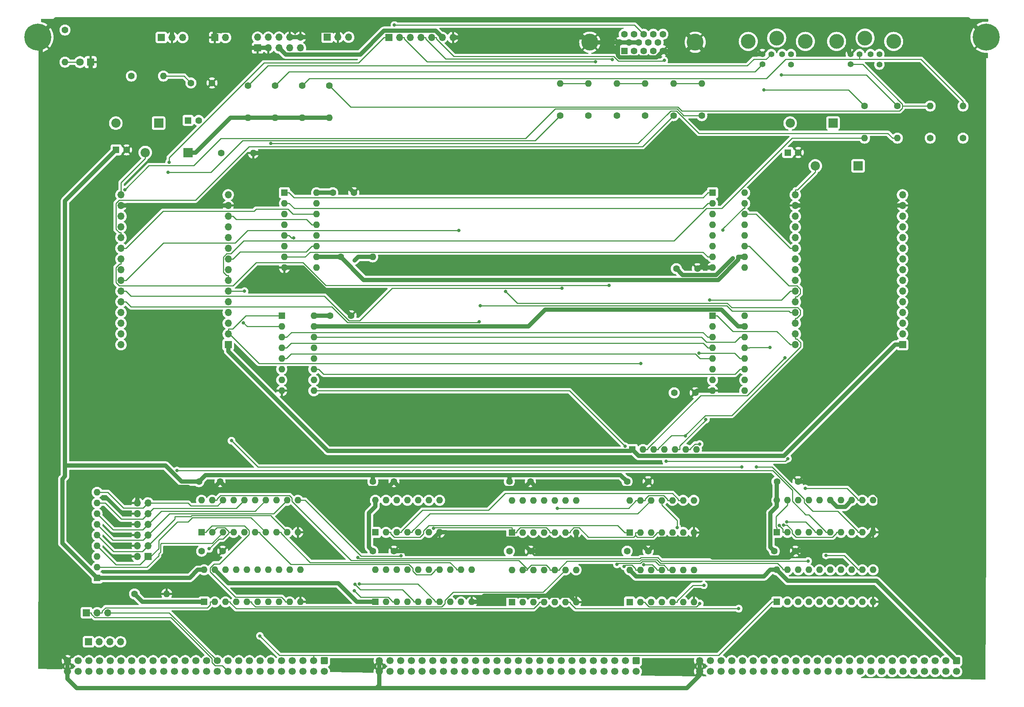
<source format=gbr>
%TF.GenerationSoftware,KiCad,Pcbnew,(6.0.11)*%
%TF.CreationDate,2023-08-06T14:01:46-05:00*%
%TF.ProjectId,input-output.DualESP32,696e7075-742d-46f7-9574-7075742e4475,V1.0*%
%TF.SameCoordinates,Original*%
%TF.FileFunction,Copper,L1,Top*%
%TF.FilePolarity,Positive*%
%FSLAX46Y46*%
G04 Gerber Fmt 4.6, Leading zero omitted, Abs format (unit mm)*
G04 Created by KiCad (PCBNEW (6.0.11)) date 2023-08-06 14:01:46*
%MOMM*%
%LPD*%
G01*
G04 APERTURE LIST*
G04 Aperture macros list*
%AMRoundRect*
0 Rectangle with rounded corners*
0 $1 Rounding radius*
0 $2 $3 $4 $5 $6 $7 $8 $9 X,Y pos of 4 corners*
0 Add a 4 corners polygon primitive as box body*
4,1,4,$2,$3,$4,$5,$6,$7,$8,$9,$2,$3,0*
0 Add four circle primitives for the rounded corners*
1,1,$1+$1,$2,$3*
1,1,$1+$1,$4,$5*
1,1,$1+$1,$6,$7*
1,1,$1+$1,$8,$9*
0 Add four rect primitives between the rounded corners*
20,1,$1+$1,$2,$3,$4,$5,0*
20,1,$1+$1,$4,$5,$6,$7,0*
20,1,$1+$1,$6,$7,$8,$9,0*
20,1,$1+$1,$8,$9,$2,$3,0*%
G04 Aperture macros list end*
%TA.AperFunction,ComponentPad*%
%ADD10R,1.700000X1.700000*%
%TD*%
%TA.AperFunction,ComponentPad*%
%ADD11O,1.700000X1.700000*%
%TD*%
%TA.AperFunction,ComponentPad*%
%ADD12R,1.600000X1.600000*%
%TD*%
%TA.AperFunction,ComponentPad*%
%ADD13O,1.600000X1.600000*%
%TD*%
%TA.AperFunction,ComponentPad*%
%ADD14RoundRect,0.250000X-0.600000X0.600000X-0.600000X-0.600000X0.600000X-0.600000X0.600000X0.600000X0*%
%TD*%
%TA.AperFunction,ComponentPad*%
%ADD15C,1.700000*%
%TD*%
%TA.AperFunction,ComponentPad*%
%ADD16C,6.400000*%
%TD*%
%TA.AperFunction,ComponentPad*%
%ADD17R,1.800000X1.800000*%
%TD*%
%TA.AperFunction,ComponentPad*%
%ADD18C,1.800000*%
%TD*%
%TA.AperFunction,ComponentPad*%
%ADD19C,1.600000*%
%TD*%
%TA.AperFunction,ComponentPad*%
%ADD20R,2.200000X2.200000*%
%TD*%
%TA.AperFunction,ComponentPad*%
%ADD21O,2.200000X2.200000*%
%TD*%
%TA.AperFunction,ComponentPad*%
%ADD22C,1.422400*%
%TD*%
%TA.AperFunction,ComponentPad*%
%ADD23C,3.497580*%
%TD*%
%TA.AperFunction,ComponentPad*%
%ADD24C,4.000000*%
%TD*%
%TA.AperFunction,ViaPad*%
%ADD25C,0.800000*%
%TD*%
%TA.AperFunction,Conductor*%
%ADD26C,1.000000*%
%TD*%
%TA.AperFunction,Conductor*%
%ADD27C,0.250000*%
%TD*%
G04 APERTURE END LIST*
D10*
%TO.P,J7,1,Pin_1*%
%TO.N,Net-(RN2-Pad4)*%
X66120000Y-198250000D03*
D11*
%TO.P,J7,2,Pin_2*%
%TO.N,GND*%
X63580000Y-198250000D03*
%TO.P,J7,3,Pin_3*%
%TO.N,Net-(RN2-Pad5)*%
X66120000Y-195710000D03*
%TO.P,J7,4,Pin_4*%
%TO.N,GND*%
X63580000Y-195710000D03*
%TO.P,J7,5,Pin_5*%
%TO.N,Net-(RN2-Pad6)*%
X66120000Y-193170000D03*
%TO.P,J7,6,Pin_6*%
%TO.N,GND*%
X63580000Y-193170000D03*
%TO.P,J7,7,Pin_7*%
%TO.N,Net-(RN2-Pad7)*%
X66120000Y-190630000D03*
%TO.P,J7,8,Pin_8*%
%TO.N,GND*%
X63580000Y-190630000D03*
%TO.P,J7,9,Pin_9*%
%TO.N,Net-(RN2-Pad8)*%
X66120000Y-188090000D03*
%TO.P,J7,10,Pin_10*%
%TO.N,GND*%
X63580000Y-188090000D03*
%TO.P,J7,11,Pin_11*%
%TO.N,Net-(RN2-Pad9)*%
X66120000Y-185550000D03*
%TO.P,J7,12,Pin_12*%
%TO.N,GND*%
X63580000Y-185550000D03*
%TD*%
D12*
%TO.P,U16,1,G*%
%TO.N,~{bIORQ}*%
X78820000Y-192525000D03*
D13*
%TO.P,U16,2,P0*%
%TO.N,~{bM1}*%
X81360000Y-192525000D03*
%TO.P,U16,3,R0*%
%TO.N,Net-(RN2-Pad2)*%
X83900000Y-192525000D03*
%TO.P,U16,4,P1*%
%TO.N,~{bM1}*%
X86440000Y-192525000D03*
%TO.P,U16,5,R1*%
%TO.N,Net-(RN2-Pad3)*%
X88980000Y-192525000D03*
%TO.P,U16,6,P2*%
%TO.N,bA2*%
X91520000Y-192525000D03*
%TO.P,U16,7,R2*%
%TO.N,Net-(RN2-Pad4)*%
X94060000Y-192525000D03*
%TO.P,U16,8,P3*%
%TO.N,bA3*%
X96600000Y-192525000D03*
%TO.P,U16,9,R3*%
%TO.N,Net-(RN2-Pad5)*%
X99140000Y-192525000D03*
%TO.P,U16,10,GND*%
%TO.N,GND*%
X101680000Y-192525000D03*
%TO.P,U16,11,P4*%
%TO.N,bA4*%
X101680000Y-184905000D03*
%TO.P,U16,12,R4*%
%TO.N,Net-(RN2-Pad6)*%
X99140000Y-184905000D03*
%TO.P,U16,13,P5*%
%TO.N,bA5*%
X96600000Y-184905000D03*
%TO.P,U16,14,R5*%
%TO.N,Net-(RN2-Pad7)*%
X94060000Y-184905000D03*
%TO.P,U16,15,P6*%
%TO.N,bA6*%
X91520000Y-184905000D03*
%TO.P,U16,16,R6*%
%TO.N,Net-(RN2-Pad8)*%
X88980000Y-184905000D03*
%TO.P,U16,17,P7*%
%TO.N,bA7*%
X86440000Y-184905000D03*
%TO.P,U16,18,R7*%
%TO.N,Net-(RN2-Pad9)*%
X83900000Y-184905000D03*
%TO.P,U16,19,P=R*%
%TO.N,~{CS_ESP}*%
X81360000Y-184905000D03*
%TO.P,U16,20,VCC*%
%TO.N,VCC*%
X78820000Y-184905000D03*
%TD*%
D12*
%TO.P,RN2,1,common*%
%TO.N,VCC*%
X54050000Y-203330000D03*
D13*
%TO.P,RN2,2,R1*%
%TO.N,Net-(RN2-Pad2)*%
X54050000Y-200790000D03*
%TO.P,RN2,3,R2*%
%TO.N,Net-(RN2-Pad3)*%
X54050000Y-198250000D03*
%TO.P,RN2,4,R3*%
%TO.N,Net-(RN2-Pad4)*%
X54050000Y-195710000D03*
%TO.P,RN2,5,R4*%
%TO.N,Net-(RN2-Pad5)*%
X54050000Y-193170000D03*
%TO.P,RN2,6,R5*%
%TO.N,Net-(RN2-Pad6)*%
X54050000Y-190630000D03*
%TO.P,RN2,7,R6*%
%TO.N,Net-(RN2-Pad7)*%
X54050000Y-188090000D03*
%TO.P,RN2,8,R7*%
%TO.N,Net-(RN2-Pad8)*%
X54050000Y-185550000D03*
%TO.P,RN2,9,R8*%
%TO.N,Net-(RN2-Pad9)*%
X54050000Y-183010000D03*
%TD*%
D14*
%TO.P,P1,1,Pin_1*%
%TO.N,VCC*%
X108000000Y-223000000D03*
D15*
%TO.P,P1,2,Pin_2*%
X108000000Y-225540000D03*
%TO.P,P1,3,Pin_3*%
%TO.N,~{RD}*%
X105460000Y-223000000D03*
%TO.P,P1,4,Pin_4*%
%TO.N,/bus/E*%
X105460000Y-225540000D03*
%TO.P,P1,5,Pin_5*%
%TO.N,~{WR}*%
X102920000Y-223000000D03*
%TO.P,P1,6,Pin_6*%
%TO.N,/bus/ST*%
X102920000Y-225540000D03*
%TO.P,P1,7,Pin_7*%
%TO.N,~{IORQ}*%
X100380000Y-223000000D03*
%TO.P,P1,8,Pin_8*%
%TO.N,/bus/PHI*%
X100380000Y-225540000D03*
%TO.P,P1,9,Pin_9*%
%TO.N,/bus/~{MREQ}*%
X97840000Y-223000000D03*
%TO.P,P1,10,Pin_10*%
%TO.N,/bus/~{INT2}*%
X97840000Y-225540000D03*
%TO.P,P1,11,Pin_11*%
%TO.N,~{M1}*%
X95300000Y-223000000D03*
%TO.P,P1,12,Pin_12*%
%TO.N,/bus/~{INT1}*%
X95300000Y-225540000D03*
%TO.P,P1,13,Pin_13*%
%TO.N,/bus/~{BUSACK}*%
X92760000Y-223000000D03*
%TO.P,P1,14,Pin_14*%
%TO.N,/bus/CRUCLK*%
X92760000Y-225540000D03*
%TO.P,P1,15,Pin_15*%
%TO.N,/bus/CLK*%
X90220000Y-223000000D03*
%TO.P,P1,16,Pin_16*%
%TO.N,/bus/CRUOUT*%
X90220000Y-225540000D03*
%TO.P,P1,17,Pin_17*%
%TO.N,/bus/~{INT0}*%
X87680000Y-223000000D03*
%TO.P,P1,18,Pin_18*%
%TO.N,/bus/CRUIN*%
X87680000Y-225540000D03*
%TO.P,P1,19,Pin_19*%
%TO.N,/bus/~{NMI}*%
X85140000Y-223000000D03*
%TO.P,P1,20,Pin_20*%
%TO.N,~{RES_IN}*%
X85140000Y-225540000D03*
%TO.P,P1,21,Pin_21*%
%TO.N,~{RES_OUT}*%
X82600000Y-223000000D03*
%TO.P,P1,22,Pin_22*%
%TO.N,/bus/USER8*%
X82600000Y-225540000D03*
%TO.P,P1,23,Pin_23*%
%TO.N,/bus/~{BUSRQ}*%
X80060000Y-223000000D03*
%TO.P,P1,24,Pin_24*%
%TO.N,/bus/USER7*%
X80060000Y-225540000D03*
%TO.P,P1,25,Pin_25*%
%TO.N,/bus/~{WAIT}*%
X77520000Y-223000000D03*
%TO.P,P1,26,Pin_26*%
%TO.N,/bus/USER6*%
X77520000Y-225540000D03*
%TO.P,P1,27,Pin_27*%
%TO.N,/bus/~{HALT}*%
X74980000Y-223000000D03*
%TO.P,P1,28,Pin_28*%
%TO.N,/bus/USER5*%
X74980000Y-225540000D03*
%TO.P,P1,29,Pin_29*%
%TO.N,/bus/~{RFSH}*%
X72440000Y-223000000D03*
%TO.P,P1,30,Pin_30*%
%TO.N,/bus/USER4*%
X72440000Y-225540000D03*
%TO.P,P1,31,Pin_31*%
%TO.N,/bus/~{EIRQ7}*%
X69900000Y-223000000D03*
%TO.P,P1,32,Pin_32*%
%TO.N,/bus/USER3*%
X69900000Y-225540000D03*
%TO.P,P1,33,Pin_33*%
%TO.N,/bus/~{EIRQ6}*%
X67360000Y-223000000D03*
%TO.P,P1,34,Pin_34*%
%TO.N,/bus/USER2*%
X67360000Y-225540000D03*
%TO.P,P1,35,Pin_35*%
%TO.N,/bus/~{EIRQ5}*%
X64820000Y-223000000D03*
%TO.P,P1,36,Pin_36*%
%TO.N,/bus/USER1*%
X64820000Y-225540000D03*
%TO.P,P1,37,Pin_37*%
%TO.N,/bus/~{EIRQ4}*%
X62280000Y-223000000D03*
%TO.P,P1,38,Pin_38*%
%TO.N,/bus/USER0*%
X62280000Y-225540000D03*
%TO.P,P1,39,Pin_39*%
%TO.N,/bus/~{EIRQ3}*%
X59740000Y-223000000D03*
%TO.P,P1,40,Pin_40*%
%TO.N,~{BAI}*%
X59740000Y-225540000D03*
%TO.P,P1,41,Pin_41*%
%TO.N,/bus/~{EIRQ2}*%
X57200000Y-223000000D03*
%TO.P,P1,42,Pin_42*%
%TO.N,~{BAO}*%
X57200000Y-225540000D03*
%TO.P,P1,43,Pin_43*%
%TO.N,/bus/~{EIRQ1}*%
X54660000Y-223000000D03*
%TO.P,P1,44,Pin_44*%
%TO.N,~{IEI}*%
X54660000Y-225540000D03*
%TO.P,P1,45,Pin_45*%
%TO.N,/bus/~{EIRQ0}*%
X52120000Y-223000000D03*
%TO.P,P1,46,Pin_46*%
%TO.N,~{IEO}*%
X52120000Y-225540000D03*
%TO.P,P1,47,Pin_47*%
%TO.N,/bus/I2C_SCL*%
X49580000Y-223000000D03*
%TO.P,P1,48,Pin_48*%
%TO.N,/bus/I2C_SDA*%
X49580000Y-225540000D03*
%TO.P,P1,49,Pin_49*%
%TO.N,GND*%
X47040000Y-223000000D03*
%TO.P,P1,50,Pin_50*%
X47040000Y-225540000D03*
%TD*%
D14*
%TO.P,P2,1,Pin_1*%
%TO.N,VCC*%
X182000000Y-223000000D03*
D15*
%TO.P,P2,2,Pin_2*%
X182000000Y-225540000D03*
%TO.P,P2,3,Pin_3*%
%TO.N,/bus/A15*%
X179460000Y-223000000D03*
%TO.P,P2,4,Pin_4*%
%TO.N,/bus/A31*%
X179460000Y-225540000D03*
%TO.P,P2,5,Pin_5*%
%TO.N,/bus/A14*%
X176920000Y-223000000D03*
%TO.P,P2,6,Pin_6*%
%TO.N,/bus/A30*%
X176920000Y-225540000D03*
%TO.P,P2,7,Pin_7*%
%TO.N,/bus/A13*%
X174380000Y-223000000D03*
%TO.P,P2,8,Pin_8*%
%TO.N,/bus/A29*%
X174380000Y-225540000D03*
%TO.P,P2,9,Pin_9*%
%TO.N,/bus/A12*%
X171840000Y-223000000D03*
%TO.P,P2,10,Pin_10*%
%TO.N,/bus/A28*%
X171840000Y-225540000D03*
%TO.P,P2,11,Pin_11*%
%TO.N,/bus/A11*%
X169300000Y-223000000D03*
%TO.P,P2,12,Pin_12*%
%TO.N,/bus/A27*%
X169300000Y-225540000D03*
%TO.P,P2,13,Pin_13*%
%TO.N,/bus/A10*%
X166760000Y-223000000D03*
%TO.P,P2,14,Pin_14*%
%TO.N,/bus/A26*%
X166760000Y-225540000D03*
%TO.P,P2,15,Pin_15*%
%TO.N,/bus/A9*%
X164220000Y-223000000D03*
%TO.P,P2,16,Pin_16*%
%TO.N,/bus/A25*%
X164220000Y-225540000D03*
%TO.P,P2,17,Pin_17*%
%TO.N,/bus/A8*%
X161680000Y-223000000D03*
%TO.P,P2,18,Pin_18*%
%TO.N,/bus/A24*%
X161680000Y-225540000D03*
%TO.P,P2,19,Pin_19*%
%TO.N,+12V*%
X159140000Y-223000000D03*
%TO.P,P2,20,Pin_20*%
X159140000Y-225540000D03*
%TO.P,P2,21,Pin_21*%
%TO.N,A7*%
X156600000Y-223000000D03*
%TO.P,P2,22,Pin_22*%
%TO.N,/bus/A23*%
X156600000Y-225540000D03*
%TO.P,P2,23,Pin_23*%
%TO.N,A6*%
X154060000Y-223000000D03*
%TO.P,P2,24,Pin_24*%
%TO.N,/bus/A22*%
X154060000Y-225540000D03*
%TO.P,P2,25,Pin_25*%
%TO.N,A5*%
X151520000Y-223000000D03*
%TO.P,P2,26,Pin_26*%
%TO.N,/bus/A21*%
X151520000Y-225540000D03*
%TO.P,P2,27,Pin_27*%
%TO.N,A4*%
X148980000Y-223000000D03*
%TO.P,P2,28,Pin_28*%
%TO.N,/bus/A20*%
X148980000Y-225540000D03*
%TO.P,P2,29,Pin_29*%
%TO.N,A3*%
X146440000Y-223000000D03*
%TO.P,P2,30,Pin_30*%
%TO.N,/bus/A19*%
X146440000Y-225540000D03*
%TO.P,P2,31,Pin_31*%
%TO.N,A2*%
X143900000Y-223000000D03*
%TO.P,P2,32,Pin_32*%
%TO.N,/bus/A18*%
X143900000Y-225540000D03*
%TO.P,P2,33,Pin_33*%
%TO.N,A1*%
X141360000Y-223000000D03*
%TO.P,P2,34,Pin_34*%
%TO.N,/bus/A17*%
X141360000Y-225540000D03*
%TO.P,P2,35,Pin_35*%
%TO.N,A0*%
X138820000Y-223000000D03*
%TO.P,P2,36,Pin_36*%
%TO.N,/bus/A16*%
X138820000Y-225540000D03*
%TO.P,P2,37,Pin_37*%
%TO.N,-12V*%
X136280000Y-223000000D03*
%TO.P,P2,38,Pin_38*%
X136280000Y-225540000D03*
%TO.P,P2,39,Pin_39*%
%TO.N,/bus/IC3*%
X133740000Y-223000000D03*
%TO.P,P2,40,Pin_40*%
%TO.N,/bus/~{TEND1}*%
X133740000Y-225540000D03*
%TO.P,P2,41,Pin_41*%
%TO.N,/bus/IC2*%
X131200000Y-223000000D03*
%TO.P,P2,42,Pin_42*%
%TO.N,/bus/~{DREQ1}*%
X131200000Y-225540000D03*
%TO.P,P2,43,Pin_43*%
%TO.N,/bus/IC1*%
X128660000Y-223000000D03*
%TO.P,P2,44,Pin_44*%
%TO.N,/bus/~{TEND0}*%
X128660000Y-225540000D03*
%TO.P,P2,45,Pin_45*%
%TO.N,/bus/IC0*%
X126120000Y-223000000D03*
%TO.P,P2,46,Pin_46*%
%TO.N,/bus/~{DREQ0}*%
X126120000Y-225540000D03*
%TO.P,P2,47,Pin_47*%
%TO.N,/bus/AUXCLK1*%
X123580000Y-223000000D03*
%TO.P,P2,48,Pin_48*%
%TO.N,/bus/AUXCLK0*%
X123580000Y-225540000D03*
%TO.P,P2,49,Pin_49*%
%TO.N,GND*%
X121040000Y-223000000D03*
%TO.P,P2,50,Pin_50*%
X121040000Y-225540000D03*
%TD*%
D16*
%TO.P,H1,1,1*%
%TO.N,GND*%
X40000000Y-75000000D03*
%TD*%
%TO.P,H2,1,1*%
%TO.N,GND*%
X265000000Y-75000000D03*
%TD*%
D14*
%TO.P,P3,1,Pin_1*%
%TO.N,VCC*%
X258000000Y-223000000D03*
D15*
%TO.P,P3,2,Pin_2*%
X258000000Y-225540000D03*
%TO.P,P3,3,Pin_3*%
%TO.N,/bus/D15*%
X255460000Y-223000000D03*
%TO.P,P3,4,Pin_4*%
%TO.N,/bus/D31*%
X255460000Y-225540000D03*
%TO.P,P3,5,Pin_5*%
%TO.N,/bus/D14*%
X252920000Y-223000000D03*
%TO.P,P3,6,Pin_6*%
%TO.N,/bus/D30*%
X252920000Y-225540000D03*
%TO.P,P3,7,Pin_7*%
%TO.N,/bus/D13*%
X250380000Y-223000000D03*
%TO.P,P3,8,Pin_8*%
%TO.N,/bus/D29*%
X250380000Y-225540000D03*
%TO.P,P3,9,Pin_9*%
%TO.N,/bus/D12*%
X247840000Y-223000000D03*
%TO.P,P3,10,Pin_10*%
%TO.N,/bus/D28*%
X247840000Y-225540000D03*
%TO.P,P3,11,Pin_11*%
%TO.N,/bus/D11*%
X245300000Y-223000000D03*
%TO.P,P3,12,Pin_12*%
%TO.N,/bus/D27*%
X245300000Y-225540000D03*
%TO.P,P3,13,Pin_13*%
%TO.N,/bus/D10*%
X242760000Y-223000000D03*
%TO.P,P3,14,Pin_14*%
%TO.N,/bus/D26*%
X242760000Y-225540000D03*
%TO.P,P3,15,Pin_15*%
%TO.N,/bus/D9*%
X240220000Y-223000000D03*
%TO.P,P3,16,Pin_16*%
%TO.N,/bus/D25*%
X240220000Y-225540000D03*
%TO.P,P3,17,Pin_17*%
%TO.N,/bus/D8*%
X237680000Y-223000000D03*
%TO.P,P3,18,Pin_18*%
%TO.N,/bus/D24*%
X237680000Y-225540000D03*
%TO.P,P3,19,Pin_19*%
%TO.N,D7*%
X235140000Y-223000000D03*
%TO.P,P3,20,Pin_20*%
%TO.N,/bus/D23*%
X235140000Y-225540000D03*
%TO.P,P3,21,Pin_21*%
%TO.N,D6*%
X232600000Y-223000000D03*
%TO.P,P3,22,Pin_22*%
%TO.N,/bus/D22*%
X232600000Y-225540000D03*
%TO.P,P3,23,Pin_23*%
%TO.N,D5*%
X230060000Y-223000000D03*
%TO.P,P3,24,Pin_24*%
%TO.N,/bus/D21*%
X230060000Y-225540000D03*
%TO.P,P3,25,Pin_25*%
%TO.N,D4*%
X227520000Y-223000000D03*
%TO.P,P3,26,Pin_26*%
%TO.N,/bus/D20*%
X227520000Y-225540000D03*
%TO.P,P3,27,Pin_27*%
%TO.N,D3*%
X224980000Y-223000000D03*
%TO.P,P3,28,Pin_28*%
%TO.N,/bus/D19*%
X224980000Y-225540000D03*
%TO.P,P3,29,Pin_29*%
%TO.N,D2*%
X222440000Y-223000000D03*
%TO.P,P3,30,Pin_30*%
%TO.N,/bus/D18*%
X222440000Y-225540000D03*
%TO.P,P3,31,Pin_31*%
%TO.N,D1*%
X219900000Y-223000000D03*
%TO.P,P3,32,Pin_32*%
%TO.N,/bus/D17*%
X219900000Y-225540000D03*
%TO.P,P3,33,Pin_33*%
%TO.N,D0*%
X217360000Y-223000000D03*
%TO.P,P3,34,Pin_34*%
%TO.N,/bus/D16*%
X217360000Y-225540000D03*
%TO.P,P3,35,Pin_35*%
%TO.N,/bus/~{BUSERR}*%
X214820000Y-223000000D03*
%TO.P,P3,36,Pin_36*%
%TO.N,/bus/UDS*%
X214820000Y-225540000D03*
%TO.P,P3,37,Pin_37*%
%TO.N,/bus/~{VPA}*%
X212280000Y-223000000D03*
%TO.P,P3,38,Pin_38*%
%TO.N,/bus/LDS*%
X212280000Y-225540000D03*
%TO.P,P3,39,Pin_39*%
%TO.N,/bus/~{VMA}*%
X209740000Y-223000000D03*
%TO.P,P3,40,Pin_40*%
%TO.N,/bus/S2*%
X209740000Y-225540000D03*
%TO.P,P3,41,Pin_41*%
%TO.N,/bus/~{BHE}*%
X207200000Y-223000000D03*
%TO.P,P3,42,Pin_42*%
%TO.N,/bus/S1*%
X207200000Y-225540000D03*
%TO.P,P3,43,Pin_43*%
%TO.N,/bus/IPL2*%
X204660000Y-223000000D03*
%TO.P,P3,44,Pin_44*%
%TO.N,/bus/S0*%
X204660000Y-225540000D03*
%TO.P,P3,45,Pin_45*%
%TO.N,/bus/IPL1*%
X202120000Y-223000000D03*
%TO.P,P3,46,Pin_46*%
%TO.N,/bus/AUXCLK3*%
X202120000Y-225540000D03*
%TO.P,P3,47,Pin_47*%
%TO.N,/bus/IPL0*%
X199580000Y-223000000D03*
%TO.P,P3,48,Pin_48*%
%TO.N,/bus/AUXCLK2*%
X199580000Y-225540000D03*
%TO.P,P3,49,Pin_49*%
%TO.N,GND*%
X197040000Y-223000000D03*
%TO.P,P3,50,Pin_50*%
X197040000Y-225540000D03*
%TD*%
D17*
%TO.P,D1,1,K*%
%TO.N,GND*%
X52526000Y-80902000D03*
D18*
%TO.P,D1,2,A*%
%TO.N,Net-(D1-Pad2)*%
X49986000Y-80902000D03*
%TD*%
D19*
%TO.P,R1,1*%
%TO.N,VCC*%
X46430000Y-73282000D03*
D13*
%TO.P,R1,2*%
%TO.N,Net-(D1-Pad2)*%
X46430000Y-80902000D03*
%TD*%
D10*
%TO.P,P4,1,Pin_1*%
%TO.N,~{IEO}*%
X52000000Y-218500000D03*
D11*
%TO.P,P4,2,Pin_2*%
%TO.N,~{IEI}*%
X54540000Y-218500000D03*
%TO.P,P4,3,Pin_3*%
%TO.N,~{BAO}*%
X57080000Y-218500000D03*
%TO.P,P4,4,Pin_4*%
%TO.N,~{BAI}*%
X59620000Y-218500000D03*
%TD*%
D12*
%TO.P,U9,1,~{PL}*%
%TO.N,~{ESP0_WR}*%
X97875000Y-141115000D03*
D13*
%TO.P,U9,2,CP*%
%TO.N,ESP0_INCLK*%
X97875000Y-143655000D03*
%TO.P,U9,3,D4*%
%TO.N,bD4*%
X97875000Y-146195000D03*
%TO.P,U9,4,D5*%
%TO.N,bD5*%
X97875000Y-148735000D03*
%TO.P,U9,5,D6*%
%TO.N,bD6*%
X97875000Y-151275000D03*
%TO.P,U9,6,D7*%
%TO.N,bD7*%
X97875000Y-153815000D03*
%TO.P,U9,7,~{Q7}*%
%TO.N,unconnected-(U9-Pad7)*%
X97875000Y-156355000D03*
%TO.P,U9,8,GND*%
%TO.N,GND*%
X97875000Y-158895000D03*
%TO.P,U9,9,Q7*%
%TO.N,Net-(U3-Pad13)*%
X105495000Y-158895000D03*
%TO.P,U9,10,DS*%
%TO.N,unconnected-(U9-Pad10)*%
X105495000Y-156355000D03*
%TO.P,U9,11,D0*%
%TO.N,bD0*%
X105495000Y-153815000D03*
%TO.P,U9,12,D1*%
%TO.N,bD1*%
X105495000Y-151275000D03*
%TO.P,U9,13,D2*%
%TO.N,bD2*%
X105495000Y-148735000D03*
%TO.P,U9,14,D3*%
%TO.N,bD3*%
X105495000Y-146195000D03*
%TO.P,U9,15,~{CE}*%
%TO.N,ZERO*%
X105495000Y-143655000D03*
%TO.P,U9,16,VCC*%
%TO.N,VCC*%
X105495000Y-141115000D03*
%TD*%
D19*
%TO.P,R9,1*%
%TO.N,Net-(J1-Pad2)*%
X96298700Y-86490000D03*
D13*
%TO.P,R9,2*%
%TO.N,+3.3V*%
X96298700Y-94110000D03*
%TD*%
D19*
%TO.P,C18,1*%
%TO.N,VCC*%
X190996000Y-159388000D03*
%TO.P,C18,2*%
%TO.N,GND*%
X195996000Y-159388000D03*
%TD*%
%TO.P,C17,1*%
%TO.N,VCC*%
X191504000Y-129924000D03*
%TO.P,C17,2*%
%TO.N,GND*%
X196504000Y-129924000D03*
%TD*%
D10*
%TO.P,J4,1,Pin_1*%
%TO.N,RX*%
X69305000Y-75060000D03*
D11*
%TO.P,J4,2,Pin_2*%
%TO.N,GND*%
X71845000Y-75060000D03*
%TO.P,J4,3,Pin_3*%
%TO.N,TX*%
X74385000Y-75060000D03*
%TD*%
D19*
%TO.P,R10,1*%
%TO.N,Net-(J1-Pad2)*%
X236168000Y-91316000D03*
D13*
%TO.P,R10,2*%
%TO.N,KBDCLK*%
X236168000Y-98936000D03*
%TD*%
D19*
%TO.P,C5,1*%
%TO.N,VCC*%
X151880000Y-180470000D03*
%TO.P,C5,2*%
%TO.N,GND*%
X156880000Y-180470000D03*
%TD*%
%TO.P,R8,1*%
%TO.N,Net-(J1-Pad4)*%
X89864000Y-86490000D03*
D13*
%TO.P,R8,2*%
%TO.N,+3.3V*%
X89864000Y-94110000D03*
%TD*%
D19*
%TO.P,R6,1*%
%TO.N,Net-(J1-Pad7)*%
X102733300Y-86490000D03*
D13*
%TO.P,R6,2*%
%TO.N,+3.3V*%
X102733300Y-94110000D03*
%TD*%
D19*
%TO.P,R3,1*%
%TO.N,MSEDAT*%
X259536000Y-98936000D03*
D13*
%TO.P,R3,2*%
%TO.N,Net-(J1-Pad7)*%
X259536000Y-91316000D03*
%TD*%
D12*
%TO.P,U13,1,OEa*%
%TO.N,ZERO*%
X120095000Y-209035000D03*
D13*
%TO.P,U13,2,I0a*%
%TO.N,A0*%
X122635000Y-209035000D03*
%TO.P,U13,3,O3b*%
%TO.N,bA7*%
X125175000Y-209035000D03*
%TO.P,U13,4,I1a*%
%TO.N,A1*%
X127715000Y-209035000D03*
%TO.P,U13,5,O2b*%
%TO.N,bA6*%
X130255000Y-209035000D03*
%TO.P,U13,6,I2a*%
%TO.N,A2*%
X132795000Y-209035000D03*
%TO.P,U13,7,O1b*%
%TO.N,bA5*%
X135335000Y-209035000D03*
%TO.P,U13,8,I3a*%
%TO.N,A3*%
X137875000Y-209035000D03*
%TO.P,U13,9,O0b*%
%TO.N,bA4*%
X140415000Y-209035000D03*
%TO.P,U13,10,GND*%
%TO.N,GND*%
X142955000Y-209035000D03*
%TO.P,U13,11,I0b*%
%TO.N,A4*%
X142955000Y-201415000D03*
%TO.P,U13,12,O3a*%
%TO.N,bA3*%
X140415000Y-201415000D03*
%TO.P,U13,13,I1b*%
%TO.N,A5*%
X137875000Y-201415000D03*
%TO.P,U13,14,O2a*%
%TO.N,bA2*%
X135335000Y-201415000D03*
%TO.P,U13,15,I2b*%
%TO.N,A6*%
X132795000Y-201415000D03*
%TO.P,U13,16,O1a*%
%TO.N,bA1*%
X130255000Y-201415000D03*
%TO.P,U13,17,I3b*%
%TO.N,A7*%
X127715000Y-201415000D03*
%TO.P,U13,18,O0a*%
%TO.N,bA0*%
X125175000Y-201415000D03*
%TO.P,U13,19,OEb*%
%TO.N,ZERO*%
X122635000Y-201415000D03*
%TO.P,U13,20,VCC*%
%TO.N,VCC*%
X120095000Y-201415000D03*
%TD*%
D19*
%TO.P,C2,1*%
%TO.N,VCC*%
X78855000Y-196980000D03*
%TO.P,C2,2*%
%TO.N,GND*%
X83855000Y-196980000D03*
%TD*%
D10*
%TO.P,J3,1,Pin_1*%
%TO.N,RX1*%
X108675000Y-74990000D03*
D11*
%TO.P,J3,2,Pin_2*%
%TO.N,GND*%
X111215000Y-74990000D03*
%TO.P,J3,3,Pin_3*%
%TO.N,TX1*%
X113755000Y-74990000D03*
%TD*%
D19*
%TO.P,C6,1*%
%TO.N,VCC*%
X151880000Y-196980000D03*
%TO.P,C6,2*%
%TO.N,GND*%
X156880000Y-196980000D03*
%TD*%
D12*
%TO.P,U5,1*%
%TO.N,Net-(U1-Pad2)*%
X180415000Y-192535000D03*
D13*
%TO.P,U5,2*%
%TO.N,~{ESP_WR}*%
X182955000Y-192535000D03*
%TO.P,U5,3*%
%TO.N,Net-(U3-Pad3)*%
X185495000Y-192535000D03*
%TO.P,U5,4*%
%TO.N,~{ESP_WR}*%
X188035000Y-192535000D03*
%TO.P,U5,5*%
%TO.N,bA0*%
X190575000Y-192535000D03*
%TO.P,U5,6*%
%TO.N,Net-(U3-Pad1)*%
X193115000Y-192535000D03*
%TO.P,U5,7,GND*%
%TO.N,GND*%
X195655000Y-192535000D03*
%TO.P,U5,8*%
%TO.N,Net-(U3-Pad5)*%
X195655000Y-184915000D03*
%TO.P,U5,9*%
%TO.N,bA0*%
X193115000Y-184915000D03*
%TO.P,U5,10*%
%TO.N,~{ESP_RD}*%
X190575000Y-184915000D03*
%TO.P,U5,11*%
%TO.N,Net-(U3-Pad9)*%
X188035000Y-184915000D03*
%TO.P,U5,12*%
%TO.N,Net-(U1-Pad4)*%
X185495000Y-184915000D03*
%TO.P,U5,13*%
%TO.N,~{ESP_RD}*%
X182955000Y-184915000D03*
%TO.P,U5,14,VCC*%
%TO.N,VCC*%
X180415000Y-184915000D03*
%TD*%
D10*
%TO.P,J6,1,Pin_1*%
%TO.N,~{RES_IN}*%
X51525000Y-211585000D03*
D11*
%TO.P,J6,2,Pin_2*%
%TO.N,Net-(J6-Pad2)*%
X54065000Y-211585000D03*
%TO.P,J6,3,Pin_3*%
%TO.N,~{RES_OUT}*%
X56605000Y-211585000D03*
%TD*%
D12*
%TO.P,C16,1*%
%TO.N,Net-(C15-Pad1)*%
X75640000Y-94745000D03*
D19*
%TO.P,C16,2*%
%TO.N,Net-(C16-Pad2)*%
X78140000Y-94745000D03*
%TD*%
%TO.P,R13,1*%
%TO.N,VGA_R0*%
X170636000Y-93602000D03*
D13*
%TO.P,R13,2*%
%TO.N,Net-(J10-Pad3)*%
X170636000Y-85982000D03*
%TD*%
D19*
%TO.P,C1,1*%
%TO.N,VCC*%
X78220000Y-180470000D03*
%TO.P,C1,2*%
%TO.N,GND*%
X83220000Y-180470000D03*
%TD*%
D20*
%TO.P,D5,1,K*%
%TO.N,+3.3V*%
X234644000Y-105540000D03*
D21*
%TO.P,D5,2,A*%
%TO.N,Net-(D5-Pad2)*%
X224484000Y-105540000D03*
%TD*%
D19*
%TO.P,R4,1*%
%TO.N,MSECLK*%
X251746700Y-98936000D03*
D13*
%TO.P,R4,2*%
%TO.N,Net-(J1-Pad9)*%
X251746700Y-91316000D03*
%TD*%
D12*
%TO.P,U6,1,QB*%
%TO.N,bD1*%
X200110000Y-111905000D03*
D13*
%TO.P,U6,2,QC*%
%TO.N,bD2*%
X200110000Y-114445000D03*
%TO.P,U6,3,QD*%
%TO.N,bD3*%
X200110000Y-116985000D03*
%TO.P,U6,4,QE*%
%TO.N,bD4*%
X200110000Y-119525000D03*
%TO.P,U6,5,QF*%
%TO.N,bD5*%
X200110000Y-122065000D03*
%TO.P,U6,6,QG*%
%TO.N,bD6*%
X200110000Y-124605000D03*
%TO.P,U6,7,QH*%
%TO.N,bD7*%
X200110000Y-127145000D03*
%TO.P,U6,8,GND*%
%TO.N,GND*%
X200110000Y-129685000D03*
%TO.P,U6,9,QH'*%
%TO.N,unconnected-(U6-Pad9)*%
X207730000Y-129685000D03*
%TO.P,U6,10,~{SRCLR}*%
%TO.N,ONE*%
X207730000Y-127145000D03*
%TO.P,U6,11,SRCLK*%
%TO.N,ESP1_OUTCLK*%
X207730000Y-124605000D03*
%TO.P,U6,12,RCLK*%
X207730000Y-122065000D03*
%TO.P,U6,13,~{OE}*%
%TO.N,~{ESP1_RD}*%
X207730000Y-119525000D03*
%TO.P,U6,14,SER*%
%TO.N,ESP1_OUT*%
X207730000Y-116985000D03*
%TO.P,U6,15,QA*%
%TO.N,bD0*%
X207730000Y-114445000D03*
%TO.P,U6,16,VCC*%
%TO.N,VCC*%
X207730000Y-111905000D03*
%TD*%
D12*
%TO.P,C13,1*%
%TO.N,VCC*%
X58559900Y-101730000D03*
D19*
%TO.P,C13,2*%
%TO.N,GND*%
X61059900Y-101730000D03*
%TD*%
%TO.P,R18,1*%
%TO.N,ONE*%
X111835000Y-127130000D03*
D13*
%TO.P,R18,2*%
%TO.N,VCC*%
X119455000Y-127130000D03*
%TD*%
D12*
%TO.P,C14,1*%
%TO.N,VCC*%
X217944900Y-102365000D03*
D19*
%TO.P,C14,2*%
%TO.N,GND*%
X220444900Y-102365000D03*
%TD*%
%TO.P,R5,1*%
%TO.N,Net-(C15-Pad1)*%
X83514000Y-102492000D03*
D13*
%TO.P,R5,2*%
%TO.N,GND*%
X91134000Y-102492000D03*
%TD*%
D19*
%TO.P,R11,1*%
%TO.N,Net-(J1-Pad4)*%
X243957300Y-91316000D03*
D13*
%TO.P,R11,2*%
%TO.N,KBDDAT*%
X243957300Y-98936000D03*
%TD*%
D20*
%TO.P,D4,1,K*%
%TO.N,+3.3V*%
X75640000Y-102365000D03*
D21*
%TO.P,D4,2,A*%
%TO.N,Net-(D4-Pad2)*%
X65480000Y-102365000D03*
%TD*%
D22*
%TO.P,J8,1*%
%TO.N,Net-(J1-Pad4)*%
X214029360Y-78996480D03*
%TO.P,J8,2*%
%TO.N,unconnected-(J8-Pad2)*%
X216625240Y-78996480D03*
%TO.P,J8,3*%
%TO.N,GND*%
X211928780Y-78996480D03*
%TO.P,J8,4*%
%TO.N,VCC*%
X218725820Y-78996480D03*
%TO.P,J8,5*%
%TO.N,Net-(J1-Pad2)*%
X211928780Y-81445040D03*
%TO.P,J8,6*%
%TO.N,unconnected-(J8-Pad6)*%
X218725820Y-81495840D03*
D23*
%TO.P,J8,SH1*%
%TO.N,N/C*%
X222126880Y-75996740D03*
%TO.P,J8,SH2*%
X215327300Y-75199180D03*
%TO.P,J8,SH3*%
X208578520Y-75996740D03*
%TD*%
D12*
%TO.P,U7,1,~{PL}*%
%TO.N,~{ESP1_WR}*%
X200110000Y-141115000D03*
D13*
%TO.P,U7,2,CP*%
%TO.N,ESP1_INCLK*%
X200110000Y-143655000D03*
%TO.P,U7,3,D4*%
%TO.N,bD4*%
X200110000Y-146195000D03*
%TO.P,U7,4,D5*%
%TO.N,bD5*%
X200110000Y-148735000D03*
%TO.P,U7,5,D6*%
%TO.N,bD6*%
X200110000Y-151275000D03*
%TO.P,U7,6,D7*%
%TO.N,bD7*%
X200110000Y-153815000D03*
%TO.P,U7,7,~{Q7}*%
%TO.N,unconnected-(U7-Pad7)*%
X200110000Y-156355000D03*
%TO.P,U7,8,GND*%
%TO.N,GND*%
X200110000Y-158895000D03*
%TO.P,U7,9,Q7*%
%TO.N,Net-(U3-Pad11)*%
X207730000Y-158895000D03*
%TO.P,U7,10,DS*%
%TO.N,unconnected-(U7-Pad10)*%
X207730000Y-156355000D03*
%TO.P,U7,11,D0*%
%TO.N,bD0*%
X207730000Y-153815000D03*
%TO.P,U7,12,D1*%
%TO.N,bD1*%
X207730000Y-151275000D03*
%TO.P,U7,13,D2*%
%TO.N,bD2*%
X207730000Y-148735000D03*
%TO.P,U7,14,D3*%
%TO.N,bD3*%
X207730000Y-146195000D03*
%TO.P,U7,15,~{CE}*%
%TO.N,ZERO*%
X207730000Y-143655000D03*
%TO.P,U7,16,VCC*%
%TO.N,VCC*%
X207730000Y-141115000D03*
%TD*%
D19*
%TO.P,C12,1*%
%TO.N,VCC*%
X109335000Y-141100000D03*
%TO.P,C12,2*%
%TO.N,GND*%
X114335000Y-141100000D03*
%TD*%
D12*
%TO.P,U1,1*%
%TO.N,bA0*%
X120085000Y-192525000D03*
D13*
%TO.P,U1,2*%
%TO.N,Net-(U1-Pad2)*%
X122625000Y-192525000D03*
%TO.P,U1,3*%
%TO.N,bA0*%
X125165000Y-192525000D03*
%TO.P,U1,4*%
%TO.N,Net-(U1-Pad4)*%
X127705000Y-192525000D03*
%TO.P,U1,5*%
%TO.N,unconnected-(U1-Pad5)*%
X130245000Y-192525000D03*
%TO.P,U1,6*%
%TO.N,unconnected-(U1-Pad6)*%
X132785000Y-192525000D03*
%TO.P,U1,7,GND*%
%TO.N,GND*%
X135325000Y-192525000D03*
%TO.P,U1,8*%
%TO.N,unconnected-(U1-Pad8)*%
X135325000Y-184905000D03*
%TO.P,U1,9*%
%TO.N,unconnected-(U1-Pad9)*%
X132785000Y-184905000D03*
%TO.P,U1,10*%
%TO.N,unconnected-(U1-Pad10)*%
X130245000Y-184905000D03*
%TO.P,U1,11*%
%TO.N,unconnected-(U1-Pad11)*%
X127705000Y-184905000D03*
%TO.P,U1,12*%
%TO.N,Net-(U1-Pad12)*%
X125165000Y-184905000D03*
%TO.P,U1,13*%
%TO.N,bA1*%
X122625000Y-184905000D03*
%TO.P,U1,14,VCC*%
%TO.N,VCC*%
X120085000Y-184905000D03*
%TD*%
D10*
%TO.P,J2,1,Pin_1*%
%TO.N,GND*%
X81990000Y-75060000D03*
D11*
%TO.P,J2,2,Pin_2*%
%TO.N,Net-(C16-Pad2)*%
X84530000Y-75060000D03*
%TD*%
D20*
%TO.P,D3,1,K*%
%TO.N,Net-(D3-Pad1)*%
X228675000Y-95380000D03*
D21*
%TO.P,D3,2,A*%
%TO.N,VCC*%
X218515000Y-95380000D03*
%TD*%
D19*
%TO.P,R2,1*%
%TO.N,AUDIO*%
X62178000Y-84204000D03*
D13*
%TO.P,R2,2*%
%TO.N,Net-(C15-Pad1)*%
X69798000Y-84204000D03*
%TD*%
D19*
%TO.P,R7,1*%
%TO.N,Net-(J1-Pad9)*%
X109168000Y-86490000D03*
D13*
%TO.P,R7,2*%
%TO.N,+3.3V*%
X109168000Y-94110000D03*
%TD*%
D19*
%TO.P,C3,1*%
%TO.N,VCC*%
X119495000Y-180470000D03*
%TO.P,C3,2*%
%TO.N,GND*%
X124495000Y-180470000D03*
%TD*%
D22*
%TO.P,J9,1*%
%TO.N,Net-(J1-Pad7)*%
X234984360Y-78996480D03*
%TO.P,J9,2*%
%TO.N,unconnected-(J9-Pad2)*%
X237580240Y-78996480D03*
%TO.P,J9,3*%
%TO.N,GND*%
X232883780Y-78996480D03*
%TO.P,J9,4*%
%TO.N,VCC*%
X239680820Y-78996480D03*
%TO.P,J9,5*%
%TO.N,Net-(J1-Pad9)*%
X232883780Y-81445040D03*
%TO.P,J9,6*%
%TO.N,unconnected-(J9-Pad6)*%
X239680820Y-81495840D03*
D23*
%TO.P,J9,SH1*%
%TO.N,N/C*%
X243081880Y-75996740D03*
%TO.P,J9,SH2*%
X236282300Y-75199180D03*
%TO.P,J9,SH3*%
X229533520Y-75996740D03*
%TD*%
D12*
%TO.P,U10,1,OEa*%
%TO.N,Net-(U10-Pad1)*%
X215345000Y-192525000D03*
D13*
%TO.P,U10,2,I0a*%
%TO.N,ESP0_RDYO*%
X217885000Y-192525000D03*
%TO.P,U10,3,O3b*%
%TO.N,bD7*%
X220425000Y-192525000D03*
%TO.P,U10,4,I1a*%
%TO.N,ESP0_BUSY*%
X222965000Y-192525000D03*
%TO.P,U10,5,O2b*%
%TO.N,bD6*%
X225505000Y-192525000D03*
%TO.P,U10,6,I2a*%
%TO.N,ESP0_SPAREO*%
X228045000Y-192525000D03*
%TO.P,U10,7,O1b*%
%TO.N,bD5*%
X230585000Y-192525000D03*
%TO.P,U10,8,I3a*%
%TO.N,ESP1_RDYO*%
X233125000Y-192525000D03*
%TO.P,U10,9,O0b*%
%TO.N,bD4*%
X235665000Y-192525000D03*
%TO.P,U10,10,GND*%
%TO.N,GND*%
X238205000Y-192525000D03*
%TO.P,U10,11,I0b*%
%TO.N,ESP1_BUSY*%
X238205000Y-184905000D03*
%TO.P,U10,12,O3a*%
%TO.N,bD3*%
X235665000Y-184905000D03*
%TO.P,U10,13,I1b*%
%TO.N,ZERO*%
X233125000Y-184905000D03*
%TO.P,U10,14,O2a*%
%TO.N,bD2*%
X230585000Y-184905000D03*
%TO.P,U10,15,I2b*%
%TO.N,ZERO*%
X228045000Y-184905000D03*
%TO.P,U10,16,O1a*%
%TO.N,bD1*%
X225505000Y-184905000D03*
%TO.P,U10,17,I3b*%
%TO.N,ZERO*%
X222965000Y-184905000D03*
%TO.P,U10,18,O0a*%
%TO.N,bD0*%
X220425000Y-184905000D03*
%TO.P,U10,19,OEb*%
%TO.N,Net-(U10-Pad1)*%
X217885000Y-184905000D03*
%TO.P,U10,20,VCC*%
%TO.N,VCC*%
X215345000Y-184905000D03*
%TD*%
D10*
%TO.P,J1,1,Pin_1*%
%TO.N,GND*%
X92155000Y-77535000D03*
D11*
%TO.P,J1,2,Pin_2*%
%TO.N,Net-(J1-Pad2)*%
X92155000Y-74995000D03*
%TO.P,J1,3,Pin_3*%
%TO.N,GND*%
X94695000Y-77535000D03*
%TO.P,J1,4,Pin_4*%
%TO.N,Net-(J1-Pad4)*%
X94695000Y-74995000D03*
%TO.P,J1,5,Pin_5*%
%TO.N,VCC*%
X97235000Y-77535000D03*
%TO.P,J1,6,Pin_6*%
X97235000Y-74995000D03*
%TO.P,J1,7,Pin_7*%
%TO.N,Net-(J1-Pad7)*%
X99775000Y-77535000D03*
%TO.P,J1,8,Pin_8*%
%TO.N,GND*%
X99775000Y-74995000D03*
%TO.P,J1,9,Pin_9*%
%TO.N,Net-(J1-Pad9)*%
X102315000Y-77535000D03*
%TO.P,J1,10,Pin_10*%
%TO.N,GND*%
X102315000Y-74995000D03*
%TD*%
D12*
%TO.P,U14,1,A->B*%
%TO.N,~{RD}*%
X215345000Y-209035000D03*
D13*
%TO.P,U14,2,A0*%
%TO.N,D0*%
X217885000Y-209035000D03*
%TO.P,U14,3,A1*%
%TO.N,D1*%
X220425000Y-209035000D03*
%TO.P,U14,4,A2*%
%TO.N,D2*%
X222965000Y-209035000D03*
%TO.P,U14,5,A3*%
%TO.N,D3*%
X225505000Y-209035000D03*
%TO.P,U14,6,A4*%
%TO.N,D4*%
X228045000Y-209035000D03*
%TO.P,U14,7,A5*%
%TO.N,D5*%
X230585000Y-209035000D03*
%TO.P,U14,8,A6*%
%TO.N,D6*%
X233125000Y-209035000D03*
%TO.P,U14,9,A7*%
%TO.N,D7*%
X235665000Y-209035000D03*
%TO.P,U14,10,GND*%
%TO.N,GND*%
X238205000Y-209035000D03*
%TO.P,U14,11,B7*%
%TO.N,bD7*%
X238205000Y-201415000D03*
%TO.P,U14,12,B6*%
%TO.N,bD6*%
X235665000Y-201415000D03*
%TO.P,U14,13,B5*%
%TO.N,bD5*%
X233125000Y-201415000D03*
%TO.P,U14,14,B4*%
%TO.N,bD4*%
X230585000Y-201415000D03*
%TO.P,U14,15,B3*%
%TO.N,bD3*%
X228045000Y-201415000D03*
%TO.P,U14,16,B2*%
%TO.N,bD2*%
X225505000Y-201415000D03*
%TO.P,U14,17,B1*%
%TO.N,bD1*%
X222965000Y-201415000D03*
%TO.P,U14,18,B0*%
%TO.N,bD0*%
X220425000Y-201415000D03*
%TO.P,U14,19,CE*%
%TO.N,~{CS_ESP}*%
X217885000Y-201415000D03*
%TO.P,U14,20,VCC*%
%TO.N,VCC*%
X215345000Y-201415000D03*
%TD*%
D19*
%TO.P,R12,1*%
%TO.N,VGA_R1*%
X163905000Y-93602000D03*
D13*
%TO.P,R12,2*%
%TO.N,Net-(J10-Pad3)*%
X163905000Y-85982000D03*
%TD*%
D19*
%TO.P,C11,1*%
%TO.N,VCC*%
X109970000Y-111890000D03*
%TO.P,C11,2*%
%TO.N,GND*%
X114970000Y-111890000D03*
%TD*%
D12*
%TO.P,U2,1*%
%TO.N,bA1*%
X152475000Y-192535000D03*
D13*
%TO.P,U2,2*%
%TO.N,Net-(U2-Pad2)*%
X155015000Y-192535000D03*
%TO.P,U2,3*%
%TO.N,~{ESP_RD}*%
X157555000Y-192535000D03*
%TO.P,U2,4*%
%TO.N,Net-(U2-Pad4)*%
X160095000Y-192535000D03*
%TO.P,U2,5*%
%TO.N,bA1*%
X162635000Y-192535000D03*
%TO.P,U2,6*%
%TO.N,~{ESP_WR}*%
X165175000Y-192535000D03*
%TO.P,U2,7,GND*%
%TO.N,GND*%
X167715000Y-192535000D03*
%TO.P,U2,8*%
%TO.N,unconnected-(U2-Pad8)*%
X167715000Y-184915000D03*
%TO.P,U2,9*%
%TO.N,unconnected-(U2-Pad9)*%
X165175000Y-184915000D03*
%TO.P,U2,10*%
%TO.N,unconnected-(U2-Pad10)*%
X162635000Y-184915000D03*
%TO.P,U2,11*%
%TO.N,unconnected-(U2-Pad11)*%
X160095000Y-184915000D03*
%TO.P,U2,12*%
%TO.N,unconnected-(U2-Pad12)*%
X157555000Y-184915000D03*
%TO.P,U2,13*%
%TO.N,unconnected-(U2-Pad13)*%
X155015000Y-184915000D03*
%TO.P,U2,14,VCC*%
%TO.N,VCC*%
X152475000Y-184915000D03*
%TD*%
D10*
%TO.P,J10,1,Pin_1*%
%TO.N,VGA_HSYNC*%
X123260000Y-75060000D03*
D11*
%TO.P,J10,2,Pin_2*%
%TO.N,VGA_VSYNC*%
X125800000Y-75060000D03*
%TO.P,J10,3,Pin_3*%
%TO.N,Net-(J10-Pad3)*%
X128340000Y-75060000D03*
%TO.P,J10,4,Pin_4*%
%TO.N,Net-(J10-Pad4)*%
X130880000Y-75060000D03*
%TO.P,J10,5,Pin_5*%
%TO.N,Net-(J10-Pad5)*%
X133420000Y-75060000D03*
%TO.P,J10,6,Pin_6*%
%TO.N,VCC*%
X135960000Y-75060000D03*
%TO.P,J10,7,Pin_7*%
%TO.N,GND*%
X138500000Y-75060000D03*
%TD*%
D12*
%TO.P,U4,1*%
%TO.N,Net-(U1-Pad12)*%
X152475000Y-209045000D03*
D13*
%TO.P,U4,2*%
%TO.N,~{CS_ESP}*%
X155015000Y-209045000D03*
%TO.P,U4,3*%
%TO.N,Net-(U4-Pad3)*%
X157555000Y-209045000D03*
%TO.P,U4,4*%
%TO.N,~{bRD}*%
X160095000Y-209045000D03*
%TO.P,U4,5*%
%TO.N,Net-(U4-Pad3)*%
X162635000Y-209045000D03*
%TO.P,U4,6*%
%TO.N,Net-(U10-Pad1)*%
X165175000Y-209045000D03*
%TO.P,U4,7,GND*%
%TO.N,GND*%
X167715000Y-209045000D03*
%TO.P,U4,8*%
%TO.N,Net-(U2-Pad4)*%
X167715000Y-201425000D03*
%TO.P,U4,9*%
%TO.N,~{bWR}*%
X165175000Y-201425000D03*
%TO.P,U4,10*%
%TO.N,~{CS_ESP}*%
X162635000Y-201425000D03*
%TO.P,U4,11*%
%TO.N,Net-(U2-Pad2)*%
X160095000Y-201425000D03*
%TO.P,U4,12*%
%TO.N,~{bRD}*%
X157555000Y-201425000D03*
%TO.P,U4,13*%
%TO.N,~{CS_ESP}*%
X155015000Y-201425000D03*
%TO.P,U4,14,VCC*%
%TO.N,VCC*%
X152475000Y-201425000D03*
%TD*%
D10*
%TO.P,U12,1,RESET*%
%TO.N,+3.3V*%
X245180000Y-147970000D03*
D11*
%TO.P,U12,2,GPIO36*%
%TO.N,unconnected-(U12-Pad2)*%
X245180000Y-145430000D03*
%TO.P,U12,3,GPIO39*%
%TO.N,unconnected-(U12-Pad3)*%
X245180000Y-142890000D03*
%TO.P,U12,4,GPIO34*%
%TO.N,unconnected-(U12-Pad4)*%
X245180000Y-140350000D03*
%TO.P,U12,5,GPIO35*%
%TO.N,unconnected-(U12-Pad5)*%
X245180000Y-137810000D03*
%TO.P,U12,6,GPIO32*%
%TO.N,MSEDAT*%
X245180000Y-135270000D03*
%TO.P,U12,7,GPIO33*%
%TO.N,MSECLK*%
X245180000Y-132730000D03*
%TO.P,U12,8,GPIO25*%
%TO.N,unconnected-(U12-Pad8)*%
X245180000Y-130190000D03*
%TO.P,U12,9,GPIO26*%
%TO.N,unconnected-(U12-Pad9)*%
X245180000Y-127650000D03*
%TO.P,U12,10,GPIO27*%
%TO.N,unconnected-(U12-Pad10)*%
X245180000Y-125110000D03*
%TO.P,U12,11,GPIO14*%
%TO.N,unconnected-(U12-Pad11)*%
X245180000Y-122570000D03*
%TO.P,U12,12,GPIO12*%
%TO.N,unconnected-(U12-Pad12)*%
X245180000Y-120030000D03*
%TO.P,U12,13,GPIO13*%
%TO.N,unconnected-(U12-Pad13)*%
X245180000Y-117490000D03*
%TO.P,U12,14,GND*%
%TO.N,GND*%
X245180000Y-114950000D03*
%TO.P,U12,15,VIN*%
%TO.N,Net-(D3-Pad1)*%
X245180000Y-112410000D03*
%TO.P,U12,16,3.3V*%
%TO.N,Net-(D5-Pad2)*%
X219740000Y-112410000D03*
%TO.P,U12,17,GND*%
%TO.N,GND*%
X219740000Y-114950000D03*
%TO.P,U12,18,GPIO15*%
%TO.N,unconnected-(U12-Pad18)*%
X219740000Y-117490000D03*
%TO.P,U12,19,GPIO2*%
%TO.N,unconnected-(U12-Pad19)*%
X219740000Y-120030000D03*
%TO.P,U12,20,GPIO4*%
%TO.N,unconnected-(U12-Pad20)*%
X219740000Y-122570000D03*
%TO.P,U12,21,GPIO16*%
%TO.N,ESP1_OUT*%
X219740000Y-125110000D03*
%TO.P,U12,22,GPIO17*%
%TO.N,ESP1_IN*%
X219740000Y-127650000D03*
%TO.P,U12,23,GPIO5*%
%TO.N,ESP1_RDYO*%
X219740000Y-130190000D03*
%TO.P,U12,24,GPIO18*%
%TO.N,ESP1_BUSY*%
X219740000Y-132730000D03*
%TO.P,U12,25,GPIO19*%
%TO.N,ESP1_INCLK*%
X219740000Y-135270000D03*
%TO.P,U12,26,GPIO21*%
%TO.N,ESP1_OUTCLK*%
X219740000Y-137810000D03*
%TO.P,U12,27,GPIO3*%
%TO.N,RX1*%
X219740000Y-140350000D03*
%TO.P,U12,28,GPIO1*%
%TO.N,TX1*%
X219740000Y-142890000D03*
%TO.P,U12,29,GPIO22*%
%TO.N,~{ESP1_RD}*%
X219740000Y-145430000D03*
%TO.P,U12,30,GPIO23*%
%TO.N,~{ESP1_WR}*%
X219740000Y-147970000D03*
%TD*%
D12*
%TO.P,U8,1,QB*%
%TO.N,bD1*%
X98510000Y-111905000D03*
D13*
%TO.P,U8,2,QC*%
%TO.N,bD2*%
X98510000Y-114445000D03*
%TO.P,U8,3,QD*%
%TO.N,bD3*%
X98510000Y-116985000D03*
%TO.P,U8,4,QE*%
%TO.N,bD4*%
X98510000Y-119525000D03*
%TO.P,U8,5,QF*%
%TO.N,bD5*%
X98510000Y-122065000D03*
%TO.P,U8,6,QG*%
%TO.N,bD6*%
X98510000Y-124605000D03*
%TO.P,U8,7,QH*%
%TO.N,bD7*%
X98510000Y-127145000D03*
%TO.P,U8,8,GND*%
%TO.N,GND*%
X98510000Y-129685000D03*
%TO.P,U8,9,QH'*%
%TO.N,unconnected-(U8-Pad9)*%
X106130000Y-129685000D03*
%TO.P,U8,10,~{SRCLR}*%
%TO.N,ONE*%
X106130000Y-127145000D03*
%TO.P,U8,11,SRCLK*%
%TO.N,ESP0_OUTCLK*%
X106130000Y-124605000D03*
%TO.P,U8,12,RCLK*%
X106130000Y-122065000D03*
%TO.P,U8,13,~{OE}*%
%TO.N,~{ESP0_RD}*%
X106130000Y-119525000D03*
%TO.P,U8,14,SER*%
%TO.N,ESP0_OUT*%
X106130000Y-116985000D03*
%TO.P,U8,15,QA*%
%TO.N,bD0*%
X106130000Y-114445000D03*
%TO.P,U8,16,VCC*%
%TO.N,VCC*%
X106130000Y-111905000D03*
%TD*%
D19*
%TO.P,R15,1*%
%TO.N,VGA_G0*%
X177367000Y-93602000D03*
D13*
%TO.P,R15,2*%
%TO.N,Net-(J10-Pad4)*%
X177367000Y-85982000D03*
%TD*%
D24*
%TO.P,J5,0*%
%TO.N,GND*%
X195972700Y-76185000D03*
X170972700Y-76185000D03*
D12*
%TO.P,J5,1*%
%TO.N,Net-(J10-Pad3)*%
X179157700Y-78235000D03*
D19*
%TO.P,J5,2*%
%TO.N,Net-(J10-Pad4)*%
X181447700Y-78235000D03*
%TO.P,J5,3*%
%TO.N,Net-(J10-Pad5)*%
X183737700Y-78235000D03*
%TO.P,J5,4*%
%TO.N,unconnected-(J5-Pad4)*%
X186027700Y-78235000D03*
%TO.P,J5,5*%
%TO.N,GND*%
X188317700Y-78235000D03*
%TO.P,J5,6*%
X178012700Y-76255000D03*
%TO.P,J5,7*%
X180302700Y-76255000D03*
%TO.P,J5,8*%
X182592700Y-76255000D03*
%TO.P,J5,9*%
%TO.N,unconnected-(J5-Pad9)*%
X184882700Y-76255000D03*
%TO.P,J5,10*%
%TO.N,GND*%
X187172700Y-76255000D03*
%TO.P,J5,11*%
%TO.N,unconnected-(J5-Pad11)*%
X179157700Y-74275000D03*
%TO.P,J5,12*%
%TO.N,unconnected-(J5-Pad12)*%
X181447700Y-74275000D03*
%TO.P,J5,13*%
%TO.N,VGA_HSYNC*%
X183737700Y-74275000D03*
%TO.P,J5,14*%
%TO.N,VGA_VSYNC*%
X186027700Y-74275000D03*
%TO.P,J5,15*%
%TO.N,unconnected-(J5-Pad15)*%
X188317700Y-74275000D03*
%TD*%
D12*
%TO.P,U3,1*%
%TO.N,Net-(U3-Pad1)*%
X180415000Y-209045000D03*
D13*
%TO.P,U3,2*%
%TO.N,~{ESP0_WR}*%
X182955000Y-209045000D03*
%TO.P,U3,3*%
%TO.N,Net-(U3-Pad3)*%
X185495000Y-209045000D03*
%TO.P,U3,4*%
%TO.N,~{ESP1_WR}*%
X188035000Y-209045000D03*
%TO.P,U3,5*%
%TO.N,Net-(U3-Pad5)*%
X190575000Y-209045000D03*
%TO.P,U3,6*%
%TO.N,~{ESP0_RD}*%
X193115000Y-209045000D03*
%TO.P,U3,7,GND*%
%TO.N,GND*%
X195655000Y-209045000D03*
%TO.P,U3,8*%
%TO.N,~{ESP1_RD}*%
X195655000Y-201425000D03*
%TO.P,U3,9*%
%TO.N,Net-(U3-Pad9)*%
X193115000Y-201425000D03*
%TO.P,U3,10*%
%TO.N,ESP1_IN*%
X190575000Y-201425000D03*
%TO.P,U3,11*%
%TO.N,Net-(U3-Pad11)*%
X188035000Y-201425000D03*
%TO.P,U3,12*%
%TO.N,ESP0_IN*%
X185495000Y-201425000D03*
%TO.P,U3,13*%
%TO.N,Net-(U3-Pad13)*%
X182955000Y-201425000D03*
%TO.P,U3,14,VCC*%
%TO.N,VCC*%
X180415000Y-201425000D03*
%TD*%
D19*
%TO.P,C9,1*%
%TO.N,VCC*%
X215380000Y-180470000D03*
%TO.P,C9,2*%
%TO.N,GND*%
X220380000Y-180470000D03*
%TD*%
D20*
%TO.P,D2,1,K*%
%TO.N,Net-(D2-Pad1)*%
X68655000Y-95380000D03*
D21*
%TO.P,D2,2,A*%
%TO.N,VCC*%
X58495000Y-95380000D03*
%TD*%
D19*
%TO.P,R16,1*%
%TO.N,VGA_B1*%
X197560000Y-93602000D03*
D13*
%TO.P,R16,2*%
%TO.N,Net-(J10-Pad5)*%
X197560000Y-85982000D03*
%TD*%
D19*
%TO.P,C8,1*%
%TO.N,VCC*%
X179820000Y-196980000D03*
%TO.P,C8,2*%
%TO.N,GND*%
X184820000Y-196980000D03*
%TD*%
%TO.P,C10,1*%
%TO.N,VCC*%
X214745000Y-196980000D03*
%TO.P,C10,2*%
%TO.N,GND*%
X219745000Y-196980000D03*
%TD*%
%TO.P,R19,1*%
%TO.N,ZERO*%
X62940000Y-207140000D03*
D13*
%TO.P,R19,2*%
%TO.N,GND*%
X70560000Y-207140000D03*
%TD*%
D19*
%TO.P,C15,1*%
%TO.N,Net-(C15-Pad1)*%
X76315000Y-85855000D03*
%TO.P,C15,2*%
%TO.N,GND*%
X81315000Y-85855000D03*
%TD*%
%TO.P,R14,1*%
%TO.N,VGA_G1*%
X184098000Y-93602000D03*
D13*
%TO.P,R14,2*%
%TO.N,Net-(J10-Pad4)*%
X184098000Y-85982000D03*
%TD*%
D19*
%TO.P,R17,1*%
%TO.N,VGA_B0*%
X190829000Y-93602000D03*
D13*
%TO.P,R17,2*%
%TO.N,Net-(J10-Pad5)*%
X190829000Y-85982000D03*
%TD*%
D12*
%TO.P,RN1,1,common*%
%TO.N,+3.3V*%
X181045000Y-172850000D03*
D13*
%TO.P,RN1,2,R1*%
%TO.N,ESP1_IN*%
X183585000Y-172850000D03*
%TO.P,RN1,3,R2*%
%TO.N,~{ESP1_RD}*%
X186125000Y-172850000D03*
%TO.P,RN1,4,R3*%
%TO.N,~{ESP0_RD}*%
X188665000Y-172850000D03*
%TO.P,RN1,5,R4*%
%TO.N,~{ESP1_WR}*%
X191205000Y-172850000D03*
%TO.P,RN1,6,R5*%
%TO.N,~{ESP0_WR}*%
X193745000Y-172850000D03*
%TO.P,RN1,7,R6*%
%TO.N,ESP0_IN*%
X196285000Y-172850000D03*
%TD*%
D19*
%TO.P,C4,1*%
%TO.N,VCC*%
X119495000Y-196980000D03*
%TO.P,C4,2*%
%TO.N,GND*%
X124495000Y-196980000D03*
%TD*%
D10*
%TO.P,U11,1,RESET*%
%TO.N,+3.3V*%
X85160000Y-147970000D03*
D11*
%TO.P,U11,2,GPIO36*%
%TO.N,~{ESP0_WR}*%
X85160000Y-145430000D03*
%TO.P,U11,3,GPIO39*%
%TO.N,unconnected-(U11-Pad3)*%
X85160000Y-142890000D03*
%TO.P,U11,4,GPIO34*%
%TO.N,unconnected-(U11-Pad4)*%
X85160000Y-140350000D03*
%TO.P,U11,5,GPIO35*%
%TO.N,unconnected-(U11-Pad5)*%
X85160000Y-137810000D03*
%TO.P,U11,6,GPIO32*%
%TO.N,KBDDAT*%
X85160000Y-135270000D03*
%TO.P,U11,7,GPIO33*%
%TO.N,KBDCLK*%
X85160000Y-132730000D03*
%TO.P,U11,8,GPIO25*%
%TO.N,AUDIO*%
X85160000Y-130190000D03*
%TO.P,U11,9,GPIO26*%
%TO.N,ESP0_OUTCLK*%
X85160000Y-127650000D03*
%TO.P,U11,10,GPIO27*%
%TO.N,ESP0_INCLK*%
X85160000Y-125110000D03*
%TO.P,U11,11,GPIO14*%
%TO.N,ESP0_BUSY*%
X85160000Y-122570000D03*
%TO.P,U11,12,GPIO12*%
%TO.N,ESP0_RDYO*%
X85160000Y-120030000D03*
%TO.P,U11,13,GPIO13*%
%TO.N,~{ESP0_RD}*%
X85160000Y-117490000D03*
%TO.P,U11,14,GND*%
%TO.N,GND*%
X85160000Y-114950000D03*
%TO.P,U11,15,VIN*%
%TO.N,Net-(D2-Pad1)*%
X85160000Y-112410000D03*
%TO.P,U11,16,3.3V*%
%TO.N,Net-(D4-Pad2)*%
X59720000Y-112410000D03*
%TO.P,U11,17,GND*%
%TO.N,GND*%
X59720000Y-114950000D03*
%TO.P,U11,18,GPIO15*%
%TO.N,VGA_VSYNC*%
X59720000Y-117490000D03*
%TO.P,U11,19,GPIO2*%
%TO.N,ESP0_SPAREO*%
X59720000Y-120030000D03*
%TO.P,U11,20,GPIO4*%
%TO.N,VGA_B0*%
X59720000Y-122570000D03*
%TO.P,U11,21,GPIO16*%
%TO.N,ESP0_OUT*%
X59720000Y-125110000D03*
%TO.P,U11,22,GPIO17*%
%TO.N,ESP0_IN*%
X59720000Y-127650000D03*
%TO.P,U11,23,GPIO5*%
%TO.N,VGA_B1*%
X59720000Y-130190000D03*
%TO.P,U11,24,GPIO18*%
%TO.N,VGA_G0*%
X59720000Y-132730000D03*
%TO.P,U11,25,GPIO19*%
%TO.N,VGA_G1*%
X59720000Y-135270000D03*
%TO.P,U11,26,GPIO21*%
%TO.N,VGA_R0*%
X59720000Y-137810000D03*
%TO.P,U11,27,GPIO3*%
%TO.N,RX*%
X59720000Y-140350000D03*
%TO.P,U11,28,GPIO1*%
%TO.N,TX*%
X59720000Y-142890000D03*
%TO.P,U11,29,GPIO22*%
%TO.N,VGA_R1*%
X59720000Y-145430000D03*
%TO.P,U11,30,GPIO23*%
%TO.N,VGA_HSYNC*%
X59720000Y-147970000D03*
%TD*%
D12*
%TO.P,U15,1,OEa*%
%TO.N,ZERO*%
X79455000Y-209035000D03*
D13*
%TO.P,U15,2,I0a*%
%TO.N,Net-(J6-Pad2)*%
X81995000Y-209035000D03*
%TO.P,U15,3,O3b*%
%TO.N,~{bRD}*%
X84535000Y-209035000D03*
%TO.P,U15,4,I1a*%
%TO.N,unconnected-(U15-Pad4)*%
X87075000Y-209035000D03*
%TO.P,U15,5,O2b*%
%TO.N,~{bWR}*%
X89615000Y-209035000D03*
%TO.P,U15,6,I2a*%
%TO.N,unconnected-(U15-Pad6)*%
X92155000Y-209035000D03*
%TO.P,U15,7,O1b*%
%TO.N,~{bM1}*%
X94695000Y-209035000D03*
%TO.P,U15,8,I3a*%
%TO.N,unconnected-(U15-Pad8)*%
X97235000Y-209035000D03*
%TO.P,U15,9,O0b*%
%TO.N,~{bIORQ}*%
X99775000Y-209035000D03*
%TO.P,U15,10,GND*%
%TO.N,GND*%
X102315000Y-209035000D03*
%TO.P,U15,11,I0b*%
%TO.N,~{IORQ}*%
X102315000Y-201415000D03*
%TO.P,U15,12,O3a*%
%TO.N,unconnected-(U15-Pad12)*%
X99775000Y-201415000D03*
%TO.P,U15,13,I1b*%
%TO.N,~{M1}*%
X97235000Y-201415000D03*
%TO.P,U15,14,O2a*%
%TO.N,unconnected-(U15-Pad14)*%
X94695000Y-201415000D03*
%TO.P,U15,15,I2b*%
%TO.N,~{WR}*%
X92155000Y-201415000D03*
%TO.P,U15,16,O1a*%
%TO.N,unconnected-(U15-Pad16)*%
X89615000Y-201415000D03*
%TO.P,U15,17,I3b*%
%TO.N,~{RD}*%
X87075000Y-201415000D03*
%TO.P,U15,18,O0a*%
%TO.N,unconnected-(U15-Pad18)*%
X84535000Y-201415000D03*
%TO.P,U15,19,OEb*%
%TO.N,ZERO*%
X81995000Y-201415000D03*
%TO.P,U15,20,VCC*%
%TO.N,VCC*%
X79455000Y-201415000D03*
%TD*%
D19*
%TO.P,C7,1*%
%TO.N,VCC*%
X179820000Y-180470000D03*
%TO.P,C7,2*%
%TO.N,GND*%
X184820000Y-180470000D03*
%TD*%
D25*
%TO.N,~{bM1}*%
X80655000Y-196419100D03*
%TO.N,bA4*%
X126172800Y-198036100D03*
%TO.N,bA5*%
X116252100Y-204744300D03*
%TO.N,bA6*%
X115249100Y-204825600D03*
%TO.N,bA7*%
X115063200Y-206389200D03*
%TO.N,ESP0_SPAREO*%
X73016500Y-177832100D03*
%TO.N,ESP0_BUSY*%
X115957100Y-198476000D03*
X222777800Y-199314400D03*
%TO.N,ESP0_RDYO*%
X85944500Y-170748600D03*
X207011400Y-177015200D03*
X215908900Y-190857700D03*
%TO.N,ESP0_INCLK*%
X88782700Y-142753500D03*
%TO.N,ESP1_INCLK*%
X199440100Y-137406100D03*
%TO.N,bD0*%
X202544300Y-120732900D03*
%TO.N,bD6*%
X227025000Y-197990300D03*
X217697800Y-190054400D03*
%TO.N,bD5*%
X100658600Y-122607600D03*
X216916200Y-190796700D03*
%TO.N,bD4*%
X210549600Y-177033200D03*
%TO.N,bD3*%
X222082900Y-182090600D03*
%TO.N,bD2*%
X213742800Y-148594300D03*
%TO.N,bD1*%
X196908700Y-149998300D03*
%TO.N,Net-(U10-Pad1)*%
X206301800Y-210620300D03*
%TO.N,Net-(U3-Pad13)*%
X179131100Y-200589400D03*
X179329500Y-172092100D03*
%TO.N,Net-(U3-Pad11)*%
X183717800Y-200156200D03*
X189046200Y-175604000D03*
X217959600Y-175031600D03*
%TO.N,Net-(U3-Pad9)*%
X191697900Y-191349400D03*
%TO.N,Net-(U3-Pad5)*%
X198030000Y-205061500D03*
%TO.N,~{ESP_RD}*%
X163292600Y-186797400D03*
%TO.N,bA1*%
X133879300Y-191575600D03*
%TO.N,ESP0_IN*%
X175580500Y-133883000D03*
%TO.N,~{ESP0_WR}*%
X183068600Y-152429600D03*
X197026300Y-171560500D03*
X197056900Y-209388900D03*
%TO.N,~{ESP1_WR}*%
X198483300Y-165763000D03*
%TO.N,~{ESP1_RD}*%
X193698200Y-169637400D03*
%TO.N,ESP1_IN*%
X217260000Y-151059800D03*
X177416800Y-200120500D03*
%TO.N,VGA_B1*%
X60608900Y-111211800D03*
%TO.N,VGA_G0*%
X139918200Y-120883600D03*
%TO.N,VGA_G1*%
X164346200Y-134608100D03*
%TO.N,VGA_R0*%
X144760600Y-142514800D03*
%TO.N,VGA_R1*%
X70906500Y-107026400D03*
%TO.N,KBDDAT*%
X95248100Y-100229300D03*
X89026800Y-135270000D03*
%TO.N,~{RD}*%
X92683800Y-217102400D03*
%TO.N,VGA_VSYNC*%
X172320300Y-80841400D03*
%TO.N,VGA_HSYNC*%
X124596300Y-72097400D03*
X71159500Y-104682200D03*
%TO.N,Net-(J10-Pad5)*%
X188635700Y-80502200D03*
%TO.N,Net-(J10-Pad4)*%
X176290700Y-80278800D03*
%TO.N,TX1*%
X150955100Y-135294800D03*
%TO.N,RX1*%
X144979600Y-138726900D03*
%TO.N,Net-(J1-Pad4)*%
X216471100Y-83975700D03*
%TO.N,Net-(J1-Pad2)*%
X212299300Y-87479900D03*
%TO.N,VCC*%
X204897800Y-127437100D03*
X115166700Y-127970900D03*
%TD*%
D26*
%TO.N,VCC*%
X74098765Y-180470000D02*
X70288765Y-176660000D01*
X78220000Y-180470000D02*
X74098765Y-180470000D01*
X46430000Y-176660000D02*
X46430000Y-113859900D01*
X70288765Y-176660000D02*
X46430000Y-176660000D01*
X46430000Y-179200000D02*
X46430000Y-176660000D01*
X45795000Y-179835000D02*
X46430000Y-179200000D01*
X46430000Y-113859900D02*
X58559900Y-101730000D01*
X45795000Y-195075000D02*
X45795000Y-179835000D01*
X54050000Y-203330000D02*
X45795000Y-195075000D01*
X76039900Y-203330000D02*
X54050000Y-203330000D01*
X77954900Y-201415000D02*
X76039900Y-203330000D01*
X79455000Y-201415000D02*
X77954900Y-201415000D01*
D27*
%TO.N,Net-(RN2-Pad2)*%
X68655000Y-197615000D02*
X69105000Y-197165000D01*
X68655000Y-198065000D02*
X68655000Y-197615000D01*
X65930000Y-200790000D02*
X68655000Y-198065000D01*
X54050000Y-200790000D02*
X65930000Y-200790000D01*
X69105000Y-195260000D02*
X69105000Y-197165000D01*
X81350000Y-195075000D02*
X69290000Y-195075000D01*
X83900000Y-192525000D02*
X81350000Y-195075000D01*
X69290000Y-195075000D02*
X69105000Y-195260000D01*
%TO.N,Net-(RN2-Pad4)*%
X58495000Y-200155000D02*
X54050000Y-195710000D01*
X64210000Y-200155000D02*
X58495000Y-200155000D01*
X66115000Y-198250000D02*
X64210000Y-200155000D01*
X66120000Y-198250000D02*
X66115000Y-198250000D01*
%TO.N,Net-(RN2-Pad5)*%
X57955000Y-197075000D02*
X54050000Y-193170000D01*
X66120000Y-195710000D02*
X64755000Y-197075000D01*
X64755000Y-197075000D02*
X57955000Y-197075000D01*
%TO.N,Net-(RN2-Pad6)*%
X64945000Y-194345000D02*
X57765000Y-194345000D01*
X57765000Y-194345000D02*
X54050000Y-190630000D01*
X66120000Y-193170000D02*
X64945000Y-194345000D01*
%TO.N,Net-(RN2-Pad7)*%
X57860000Y-191900000D02*
X54050000Y-188090000D01*
X64850000Y-191900000D02*
X57860000Y-191900000D01*
X66120000Y-190630000D02*
X64850000Y-191900000D01*
%TO.N,Net-(RN2-Pad8)*%
X55955000Y-185550000D02*
X54050000Y-185550000D01*
X59765000Y-189360000D02*
X55955000Y-185550000D01*
X64850000Y-189360000D02*
X59765000Y-189360000D01*
X66120000Y-188090000D02*
X64850000Y-189360000D01*
%TO.N,Net-(RN2-Pad9)*%
X56590000Y-183010000D02*
X54050000Y-183010000D01*
X60305000Y-186725000D02*
X56590000Y-183010000D01*
X64945000Y-186725000D02*
X60305000Y-186725000D01*
X66120000Y-185550000D02*
X64945000Y-186725000D01*
%TO.N,Net-(RN2-Pad4)*%
X68655000Y-196345000D02*
X66750000Y-198250000D01*
X68655000Y-194440000D02*
X68655000Y-196345000D01*
X75641396Y-189995000D02*
X73100000Y-189995000D01*
X66750000Y-198250000D02*
X66120000Y-198250000D01*
X90525000Y-188990000D02*
X76646396Y-188990000D01*
X76646396Y-188990000D02*
X75641396Y-189995000D01*
X94060000Y-192525000D02*
X90525000Y-188990000D01*
X73100000Y-189995000D02*
X68655000Y-194440000D01*
%TO.N,Net-(RN2-Pad5)*%
X72465000Y-189365000D02*
X66120000Y-195710000D01*
X72465000Y-188725000D02*
X72465000Y-189365000D01*
X76275000Y-188725000D02*
X72465000Y-188725000D01*
X76460000Y-188540000D02*
X76275000Y-188725000D01*
%TO.N,Net-(RN2-Pad6)*%
X71200000Y-188090000D02*
X66120000Y-193170000D01*
X99140000Y-184905000D02*
X95955000Y-188090000D01*
X95955000Y-188090000D02*
X71200000Y-188090000D01*
%TO.N,Net-(RN2-Pad7)*%
X69295000Y-187455000D02*
X66120000Y-190630000D01*
X91510000Y-187455000D02*
X69295000Y-187455000D01*
X94060000Y-184905000D02*
X91510000Y-187455000D01*
%TO.N,Net-(RN2-Pad8)*%
X87070000Y-186820000D02*
X67390000Y-186820000D01*
X87070000Y-186815000D02*
X87070000Y-186820000D01*
X67390000Y-186820000D02*
X66120000Y-188090000D01*
X88980000Y-184905000D02*
X87070000Y-186815000D01*
%TO.N,Net-(RN2-Pad9)*%
X75640000Y-185550000D02*
X66120000Y-185550000D01*
X76275000Y-186185000D02*
X75640000Y-185550000D01*
%TO.N,Net-(RN2-Pad5)*%
X95325000Y-188540000D02*
X76460000Y-188540000D01*
X95325000Y-188710000D02*
X95325000Y-188540000D01*
X99140000Y-192525000D02*
X95325000Y-188710000D01*
%TO.N,Net-(RN2-Pad9)*%
X82620000Y-186185000D02*
X76275000Y-186185000D01*
X83900000Y-184905000D02*
X82620000Y-186185000D01*
D26*
%TO.N,GND*%
X63575000Y-183645000D02*
X63575000Y-185550000D01*
X65480000Y-181740000D02*
X63575000Y-183645000D01*
X76910000Y-183010000D02*
X75640000Y-181740000D01*
X80680000Y-183010000D02*
X76910000Y-183010000D01*
X75640000Y-181740000D02*
X65480000Y-181740000D01*
X83220000Y-180470000D02*
X80680000Y-183010000D01*
D27*
%TO.N,~{bIORQ}*%
X79945100Y-192348600D02*
X79945100Y-192525000D01*
X81343900Y-190949800D02*
X79945100Y-192348600D01*
X89021200Y-190949800D02*
X81343900Y-190949800D01*
X90137400Y-192066000D02*
X89021200Y-190949800D01*
X90137400Y-192988600D02*
X90137400Y-192066000D01*
X83113800Y-200012200D02*
X90137400Y-192988600D01*
X81790000Y-200012200D02*
X83113800Y-200012200D01*
X80840700Y-200961500D02*
X81790000Y-200012200D01*
X80840700Y-201892000D02*
X80840700Y-200961500D01*
X86858600Y-207909900D02*
X80840700Y-201892000D01*
X97806200Y-207909900D02*
X86858600Y-207909900D01*
X98649900Y-208753600D02*
X97806200Y-207909900D01*
X98649900Y-209035000D02*
X98649900Y-208753600D01*
X99775000Y-209035000D02*
X98649900Y-209035000D01*
X78820000Y-192525000D02*
X79945100Y-192525000D01*
%TO.N,~{bM1}*%
X86440000Y-192525000D02*
X85314900Y-192525000D01*
X82485100Y-191399900D02*
X81360000Y-192525000D01*
X84380400Y-191399900D02*
X82485100Y-191399900D01*
X85314900Y-192334400D02*
X84380400Y-191399900D01*
X85314900Y-192525000D02*
X85314900Y-192334400D01*
X85314900Y-192723600D02*
X85314900Y-192525000D01*
X83925300Y-194113200D02*
X85314900Y-192723600D01*
X82960900Y-194113200D02*
X83925300Y-194113200D01*
X80655000Y-196419100D02*
X82960900Y-194113200D01*
%TO.N,bA2*%
X135335000Y-201415000D02*
X134209900Y-201415000D01*
X91520000Y-192525000D02*
X92645100Y-192525000D01*
X134209900Y-201670800D02*
X134209900Y-201415000D01*
X133330600Y-202550100D02*
X134209900Y-201670800D01*
X129785100Y-202550100D02*
X133330600Y-202550100D01*
X128985000Y-201750000D02*
X129785100Y-202550100D01*
X128985000Y-201019900D02*
X128985000Y-201750000D01*
X128076600Y-200111500D02*
X128985000Y-201019900D01*
X99998400Y-200111500D02*
X128076600Y-200111500D01*
X92645100Y-192758200D02*
X99998400Y-200111500D01*
X92645100Y-192525000D02*
X92645100Y-192758200D01*
%TO.N,bA3*%
X140415000Y-201415000D02*
X139289900Y-201415000D01*
X96600000Y-192525000D02*
X97725100Y-192525000D01*
X139289900Y-201133700D02*
X139289900Y-201415000D01*
X137817600Y-199661400D02*
X139289900Y-201133700D01*
X104628300Y-199661400D02*
X137817600Y-199661400D01*
X97725100Y-192758200D02*
X104628300Y-199661400D01*
X97725100Y-192525000D02*
X97725100Y-192758200D01*
%TO.N,bA4*%
X101680000Y-184905000D02*
X102805100Y-184905000D01*
X103411600Y-184905000D02*
X102805100Y-184905000D01*
X116658200Y-198151600D02*
X103411600Y-184905000D01*
X126057300Y-198151600D02*
X116658200Y-198151600D01*
X126172800Y-198036100D02*
X126057300Y-198151600D01*
%TO.N,bA5*%
X130200500Y-204744300D02*
X116252100Y-204744300D01*
X134209900Y-208753700D02*
X130200500Y-204744300D01*
X134209900Y-209035000D02*
X134209900Y-208753700D01*
X135335000Y-209035000D02*
X134209900Y-209035000D01*
%TO.N,bA6*%
X130255000Y-209035000D02*
X129129900Y-209035000D01*
X116544600Y-206121100D02*
X115249100Y-204825600D01*
X126497400Y-206121100D02*
X116544600Y-206121100D01*
X129129900Y-208753600D02*
X126497400Y-206121100D01*
X129129900Y-209035000D02*
X129129900Y-208753600D01*
%TO.N,bA7*%
X125175000Y-209035000D02*
X124049900Y-209035000D01*
X124049900Y-208842400D02*
X124049900Y-209035000D01*
X123117400Y-207909900D02*
X124049900Y-208842400D01*
X116583800Y-207909900D02*
X123117400Y-207909900D01*
X116583800Y-207909800D02*
X116583800Y-207909900D01*
X115063200Y-206389200D02*
X116583800Y-207909800D01*
%TO.N,ESP0_SPAREO*%
X228045000Y-192525000D02*
X226919900Y-192525000D01*
X214369600Y-177832100D02*
X73016500Y-177832100D01*
X219027400Y-182489900D02*
X214369600Y-177832100D01*
X219027400Y-185129900D02*
X219027400Y-182489900D01*
X222192400Y-188294900D02*
X219027400Y-185129900D01*
X222922900Y-188294900D02*
X222192400Y-188294900D01*
X226919900Y-192291900D02*
X222922900Y-188294900D01*
X226919900Y-192525000D02*
X226919900Y-192291900D01*
%TO.N,ESP0_BUSY*%
X116242300Y-198761200D02*
X115957100Y-198476000D01*
X182814200Y-198761200D02*
X116242300Y-198761200D01*
X183044500Y-198530900D02*
X182814200Y-198761200D01*
X187103600Y-198530900D02*
X183044500Y-198530900D01*
X187887100Y-199314400D02*
X187103600Y-198530900D01*
X222777800Y-199314400D02*
X187887100Y-199314400D01*
%TO.N,ESP0_RDYO*%
X217885000Y-192525000D02*
X216759900Y-192525000D01*
X92211100Y-177015200D02*
X207011400Y-177015200D01*
X85944500Y-170748600D02*
X92211100Y-177015200D01*
X216759900Y-191708700D02*
X216759900Y-192525000D01*
X215908900Y-190857700D02*
X216759900Y-191708700D01*
%TO.N,ESP0_INCLK*%
X89684200Y-143655000D02*
X88782700Y-142753500D01*
X97875000Y-143655000D02*
X89684200Y-143655000D01*
%TO.N,ESP0_OUT*%
X100534400Y-116985000D02*
X106130000Y-116985000D01*
X99357100Y-115807700D02*
X100534400Y-116985000D01*
X91804900Y-115807700D02*
X99357100Y-115807700D01*
X91297800Y-116314800D02*
X91804900Y-115807700D01*
X69690300Y-116314800D02*
X91297800Y-116314800D01*
X60895100Y-125110000D02*
X69690300Y-116314800D01*
X59720000Y-125110000D02*
X60895100Y-125110000D01*
%TO.N,ESP0_OUTCLK*%
X85160000Y-127650000D02*
X86335100Y-127650000D01*
X106130000Y-124605000D02*
X105004900Y-124605000D01*
X88019700Y-125965400D02*
X86335100Y-127650000D01*
X88019700Y-125965300D02*
X88019700Y-125965400D01*
X103644600Y-125965300D02*
X88019700Y-125965300D01*
X105004900Y-124605000D02*
X103644600Y-125965300D01*
%TO.N,ESP1_INCLK*%
X219740000Y-135270000D02*
X218564900Y-135270000D01*
X216428800Y-137406100D02*
X199440100Y-137406100D01*
X218564900Y-135270000D02*
X216428800Y-137406100D01*
%TO.N,bD0*%
X207730000Y-114445000D02*
X207730000Y-115570100D01*
X202544300Y-120474500D02*
X202544300Y-120732900D01*
X207448700Y-115570100D02*
X202544300Y-120474500D01*
X207730000Y-115570100D02*
X207448700Y-115570100D01*
X205414300Y-155005600D02*
X206604900Y-153815000D01*
X107810700Y-155005600D02*
X205414300Y-155005600D01*
X106620100Y-153815000D02*
X107810700Y-155005600D01*
X105495000Y-153815000D02*
X106620100Y-153815000D01*
X207730000Y-153815000D02*
X206604900Y-153815000D01*
%TO.N,ESP1_OUT*%
X210439900Y-116985000D02*
X218564900Y-125110000D01*
X207730000Y-116985000D02*
X210439900Y-116985000D01*
X219740000Y-125110000D02*
X218564900Y-125110000D01*
%TO.N,ESP1_OUTCLK*%
X220105200Y-136634900D02*
X219740000Y-136634900D01*
X220922400Y-135817700D02*
X220105200Y-136634900D01*
X220922400Y-134790600D02*
X220922400Y-135817700D01*
X220131800Y-134000000D02*
X220922400Y-134790600D01*
X218250100Y-134000000D02*
X220131800Y-134000000D01*
X208855100Y-124605000D02*
X218250100Y-134000000D01*
X207730000Y-124605000D02*
X208855100Y-124605000D01*
X219740000Y-137810000D02*
X219740000Y-136634900D01*
%TO.N,bD7*%
X103416500Y-127145000D02*
X98510000Y-127145000D01*
X104574700Y-125986800D02*
X103416500Y-127145000D01*
X197826700Y-125986800D02*
X104574700Y-125986800D01*
X198984900Y-127145000D02*
X197826700Y-125986800D01*
X200110000Y-127145000D02*
X198984900Y-127145000D01*
%TO.N,bD6*%
X97875000Y-151275000D02*
X99000100Y-151275000D01*
X234539900Y-201181900D02*
X234539900Y-201415000D01*
X231348300Y-197990300D02*
X234539900Y-201181900D01*
X227025000Y-197990300D02*
X231348300Y-197990300D01*
X235665000Y-201415000D02*
X234539900Y-201415000D01*
X225505000Y-192525000D02*
X224379900Y-192525000D01*
X197160000Y-151275000D02*
X200110000Y-151275000D01*
X196016600Y-150131600D02*
X197160000Y-151275000D01*
X100143500Y-150131600D02*
X196016600Y-150131600D01*
X99000100Y-151275000D02*
X100143500Y-150131600D01*
X222190700Y-190054400D02*
X217697800Y-190054400D01*
X224379900Y-192243600D02*
X222190700Y-190054400D01*
X224379900Y-192525000D02*
X224379900Y-192243600D01*
%TO.N,bD5*%
X100125300Y-147609800D02*
X99000100Y-148735000D01*
X197859700Y-147609800D02*
X100125300Y-147609800D01*
X198984900Y-148735000D02*
X197859700Y-147609800D01*
X200110000Y-148735000D02*
X198984900Y-148735000D01*
X97875000Y-148735000D02*
X99000100Y-148735000D01*
X100177700Y-122607600D02*
X99635100Y-122065000D01*
X100658600Y-122607600D02*
X100177700Y-122607600D01*
X98510000Y-122065000D02*
X99635100Y-122065000D01*
X230585000Y-192525000D02*
X229459900Y-192525000D01*
X229459900Y-192758100D02*
X229459900Y-192525000D01*
X228555200Y-193662800D02*
X229459900Y-192758100D01*
X219932400Y-193662800D02*
X228555200Y-193662800D01*
X219010200Y-192740600D02*
X219932400Y-193662800D01*
X219010200Y-192033000D02*
X219010200Y-192740600D01*
X217773900Y-190796700D02*
X219010200Y-192033000D01*
X216916200Y-190796700D02*
X217773900Y-190796700D01*
%TO.N,bD4*%
X100149600Y-145045500D02*
X99000100Y-146195000D01*
X197835400Y-145045500D02*
X100149600Y-145045500D01*
X198984900Y-146195000D02*
X197835400Y-145045500D01*
X200110000Y-146195000D02*
X198984900Y-146195000D01*
X97875000Y-146195000D02*
X99000100Y-146195000D01*
X214221700Y-177033200D02*
X210549600Y-177033200D01*
X221839800Y-184651300D02*
X214221700Y-177033200D01*
X221839800Y-185424900D02*
X221839800Y-184651300D01*
X223900300Y-187485400D02*
X221839800Y-185424900D01*
X229781600Y-187485400D02*
X223900300Y-187485400D01*
X234539900Y-192243700D02*
X229781600Y-187485400D01*
X234539900Y-192525000D02*
X234539900Y-192243700D01*
X235665000Y-192525000D02*
X234539900Y-192525000D01*
%TO.N,bD3*%
X205414300Y-147385600D02*
X206604900Y-146195000D01*
X198680300Y-147385600D02*
X205414300Y-147385600D01*
X197489700Y-146195000D02*
X198680300Y-147385600D01*
X105495000Y-146195000D02*
X197489700Y-146195000D01*
X207730000Y-146195000D02*
X206604900Y-146195000D01*
X232006800Y-182090600D02*
X222082900Y-182090600D01*
X234539900Y-184623700D02*
X232006800Y-182090600D01*
X234539900Y-184905000D02*
X234539900Y-184623700D01*
X235665000Y-184905000D02*
X234539900Y-184905000D01*
%TO.N,bD2*%
X98510000Y-114445000D02*
X99635100Y-114445000D01*
X200110000Y-114445000D02*
X198984900Y-114445000D01*
X208995800Y-148594300D02*
X208855100Y-148735000D01*
X213742800Y-148594300D02*
X208995800Y-148594300D01*
X207730000Y-148735000D02*
X208855100Y-148735000D01*
X100825700Y-115635600D02*
X99635100Y-114445000D01*
X197794300Y-115635600D02*
X100825700Y-115635600D01*
X198984900Y-114445000D02*
X197794300Y-115635600D01*
%TO.N,bD1*%
X98510000Y-111905000D02*
X99635100Y-111905000D01*
X200110000Y-111905000D02*
X198984900Y-111905000D01*
X197859800Y-113030100D02*
X198984900Y-111905000D01*
X100760200Y-113030100D02*
X197859800Y-113030100D01*
X99635100Y-111905000D02*
X100760200Y-113030100D01*
X207730000Y-151275000D02*
X206604900Y-151275000D01*
X205328200Y-149998300D02*
X196908700Y-149998300D01*
X206604900Y-151275000D02*
X205328200Y-149998300D01*
%TO.N,~{bWR}*%
X159880300Y-206719700D02*
X165175000Y-201425000D01*
X138535500Y-206719700D02*
X159880300Y-206719700D01*
X136605000Y-208650200D02*
X138535500Y-206719700D01*
X136605000Y-209390800D02*
X136605000Y-208650200D01*
X135824100Y-210171700D02*
X136605000Y-209390800D01*
X91595500Y-210171700D02*
X135824100Y-210171700D01*
X90740100Y-209316300D02*
X91595500Y-210171700D01*
X90740100Y-209035000D02*
X90740100Y-209316300D01*
X89615000Y-209035000D02*
X90740100Y-209035000D01*
%TO.N,Net-(U10-Pad1)*%
X217885000Y-184905000D02*
X217885000Y-186030100D01*
X165175000Y-209045000D02*
X166300100Y-209045000D01*
X215345000Y-192525000D02*
X215345000Y-191399900D01*
X215137200Y-191192100D02*
X215345000Y-191399900D01*
X215137200Y-188777900D02*
X215137200Y-191192100D01*
X217885000Y-186030100D02*
X215137200Y-188777900D01*
X167594100Y-210620300D02*
X206301800Y-210620300D01*
X166300100Y-209326300D02*
X167594100Y-210620300D01*
X166300100Y-209045000D02*
X166300100Y-209326300D01*
%TO.N,~{bRD}*%
X160095000Y-209045000D02*
X158969900Y-209045000D01*
X84535000Y-209035000D02*
X85660100Y-209035000D01*
X158969900Y-209326300D02*
X158969900Y-209045000D01*
X157660600Y-210635600D02*
X158969900Y-209326300D01*
X87027500Y-210635600D02*
X157660600Y-210635600D01*
X85660100Y-209268200D02*
X87027500Y-210635600D01*
X85660100Y-209035000D02*
X85660100Y-209268200D01*
%TO.N,~{CS_ESP}*%
X162635000Y-201425000D02*
X161509900Y-201425000D01*
X155015000Y-201425000D02*
X156140100Y-201425000D01*
X217885000Y-201415000D02*
X216759900Y-201415000D01*
X162635000Y-201425000D02*
X163760100Y-201425000D01*
X157070000Y-200261900D02*
X156140100Y-201191800D01*
X160628100Y-200261900D02*
X157070000Y-200261900D01*
X161509900Y-201143700D02*
X160628100Y-200261900D01*
X161509900Y-201425000D02*
X161509900Y-201143700D01*
X156140100Y-201191800D02*
X156140100Y-201425000D01*
X81360000Y-184905000D02*
X82485100Y-184905000D01*
X154159600Y-199211300D02*
X156140100Y-201191800D01*
X114328100Y-199211300D02*
X154159600Y-199211300D01*
X100265200Y-185148400D02*
X114328100Y-199211300D01*
X100265200Y-184369700D02*
X100265200Y-185148400D01*
X99659000Y-183763500D02*
X100265200Y-184369700D01*
X83345300Y-183763500D02*
X99659000Y-183763500D01*
X82485100Y-184623700D02*
X83345300Y-183763500D01*
X82485100Y-184905000D02*
X82485100Y-184623700D01*
X163760100Y-201191800D02*
X163760100Y-201425000D01*
X165566300Y-199385600D02*
X163760100Y-201191800D01*
X182826400Y-199385600D02*
X165566300Y-199385600D01*
X183231000Y-198981000D02*
X182826400Y-199385600D01*
X186917100Y-198981000D02*
X183231000Y-198981000D01*
X187771800Y-199835700D02*
X186917100Y-198981000D01*
X215461900Y-199835700D02*
X187771800Y-199835700D01*
X216759900Y-201133700D02*
X215461900Y-199835700D01*
X216759900Y-201415000D02*
X216759900Y-201133700D01*
%TO.N,Net-(U3-Pad13)*%
X166132400Y-158895000D02*
X105495000Y-158895000D01*
X179329500Y-172092100D02*
X166132400Y-158895000D01*
X179434600Y-200285900D02*
X179131100Y-200589400D01*
X180972100Y-200285900D02*
X179434600Y-200285900D01*
X181829900Y-201143700D02*
X180972100Y-200285900D01*
X181829900Y-201425000D02*
X181829900Y-201143700D01*
X182955000Y-201425000D02*
X181829900Y-201425000D01*
%TO.N,Net-(U3-Pad11)*%
X185817300Y-200156200D02*
X183717800Y-200156200D01*
X186909900Y-201248800D02*
X185817300Y-200156200D01*
X186909900Y-201425000D02*
X186909900Y-201248800D01*
X217387200Y-175604000D02*
X217959600Y-175031600D01*
X189046200Y-175604000D02*
X217387200Y-175604000D01*
X188035000Y-201425000D02*
X186909900Y-201425000D01*
%TO.N,Net-(U3-Pad9)*%
X188035000Y-184915000D02*
X188035000Y-186040100D01*
X191697900Y-189703000D02*
X188035000Y-186040100D01*
X191697900Y-191349400D02*
X191697900Y-189703000D01*
%TO.N,Net-(U3-Pad5)*%
X195402300Y-205061500D02*
X198030000Y-205061500D01*
X191700100Y-208763700D02*
X195402300Y-205061500D01*
X191700100Y-209045000D02*
X191700100Y-208763700D01*
X190575000Y-209045000D02*
X191700100Y-209045000D01*
%TO.N,~{ESP_WR}*%
X165175000Y-192535000D02*
X166300100Y-192535000D01*
X182955000Y-192535000D02*
X181829900Y-192535000D01*
X182241700Y-193660100D02*
X181829900Y-193248300D01*
X185961000Y-193660100D02*
X182241700Y-193660100D01*
X186909900Y-192711200D02*
X185961000Y-193660100D01*
X186909900Y-192535000D02*
X186909900Y-192711200D01*
X181418000Y-193660200D02*
X181829900Y-193248300D01*
X170650300Y-193660200D02*
X181418000Y-193660200D01*
X168390000Y-191399900D02*
X170650300Y-193660200D01*
X167192600Y-191399900D02*
X168390000Y-191399900D01*
X166300100Y-192292400D02*
X167192600Y-191399900D01*
X166300100Y-192535000D02*
X166300100Y-192292400D01*
X181829900Y-193248300D02*
X181829900Y-192535000D01*
X188035000Y-192535000D02*
X186909900Y-192535000D01*
%TO.N,~{ESP_RD}*%
X189449900Y-184681900D02*
X189449900Y-184915000D01*
X188503200Y-183735200D02*
X189449900Y-184681900D01*
X184978600Y-183735200D02*
X188503200Y-183735200D01*
X184080100Y-184633700D02*
X184978600Y-183735200D01*
X184080100Y-184915000D02*
X184080100Y-184633700D01*
X190575000Y-184915000D02*
X189449900Y-184915000D01*
X182955000Y-184915000D02*
X184080100Y-184915000D01*
X182955000Y-184915000D02*
X181829900Y-184915000D01*
X180180600Y-186797400D02*
X163292600Y-186797400D01*
X181829900Y-185148100D02*
X180180600Y-186797400D01*
X181829900Y-184915000D02*
X181829900Y-185148100D01*
%TO.N,bA1*%
X153600100Y-192253600D02*
X153600100Y-192535000D01*
X154443800Y-191409900D02*
X153600100Y-192253600D01*
X160666100Y-191409900D02*
X154443800Y-191409900D01*
X161509900Y-192253700D02*
X160666100Y-191409900D01*
X161509900Y-192535000D02*
X161509900Y-192253700D01*
X162635000Y-192535000D02*
X161509900Y-192535000D01*
X153037600Y-192535000D02*
X153600100Y-192535000D01*
X153037600Y-192535000D02*
X152475000Y-192535000D01*
X152465000Y-191399900D02*
X152475000Y-191409900D01*
X134055000Y-191399900D02*
X152465000Y-191399900D01*
X133879300Y-191575600D02*
X134055000Y-191399900D01*
X152475000Y-192535000D02*
X152475000Y-191409900D01*
%TO.N,Net-(U1-Pad4)*%
X127705000Y-192525000D02*
X128830100Y-192525000D01*
X182344900Y-188065100D02*
X185495000Y-184915000D01*
X133008700Y-188065100D02*
X182344900Y-188065100D01*
X128830100Y-192243700D02*
X133008700Y-188065100D01*
X128830100Y-192525000D02*
X128830100Y-192243700D01*
%TO.N,Net-(U1-Pad2)*%
X122625000Y-192525000D02*
X123750100Y-192525000D01*
X180415000Y-192535000D02*
X179289900Y-192535000D01*
X123750100Y-192806300D02*
X123750100Y-192525000D01*
X124607700Y-193663900D02*
X123750100Y-192806300D01*
X130700900Y-193663900D02*
X124607700Y-193663900D01*
X131515000Y-192849800D02*
X130700900Y-193663900D01*
X131515000Y-192133600D02*
X131515000Y-192849800D01*
X132798200Y-190850400D02*
X131515000Y-192133600D01*
X177605300Y-190850400D02*
X132798200Y-190850400D01*
X179289900Y-192535000D02*
X177605300Y-190850400D01*
%TO.N,bA0*%
X191989900Y-184681900D02*
X191989900Y-184915000D01*
X190593000Y-183285000D02*
X191989900Y-184681900D01*
X150880500Y-183285000D02*
X190593000Y-183285000D01*
X146929300Y-187236200D02*
X150880500Y-183285000D01*
X131297600Y-187236200D02*
X146929300Y-187236200D01*
X126290100Y-192243700D02*
X131297600Y-187236200D01*
X126290100Y-192525000D02*
X126290100Y-192243700D01*
X125165000Y-192525000D02*
X126290100Y-192525000D01*
X193115000Y-184915000D02*
X191989900Y-184915000D01*
%TO.N,ESP0_IN*%
X108285000Y-133883000D02*
X175580500Y-133883000D01*
X102908500Y-128506500D02*
X108285000Y-133883000D01*
X91806200Y-128506500D02*
X102908500Y-128506500D01*
X86312700Y-134000000D02*
X91806200Y-128506500D01*
X59295800Y-134000000D02*
X86312700Y-134000000D01*
X58535300Y-133239500D02*
X59295800Y-134000000D01*
X58535300Y-129642600D02*
X58535300Y-133239500D01*
X59352800Y-128825100D02*
X58535300Y-129642600D01*
X59720000Y-128825100D02*
X59352800Y-128825100D01*
X59720000Y-127650000D02*
X59720000Y-128825100D01*
%TO.N,~{ESP0_WR}*%
X85160000Y-145430000D02*
X85160000Y-145125200D01*
X85160000Y-145125200D02*
X85160000Y-144254900D01*
X193745000Y-172850000D02*
X194870100Y-172850000D01*
X92464400Y-152429600D02*
X183068600Y-152429600D01*
X85160000Y-145125200D02*
X92464400Y-152429600D01*
X194870100Y-172616800D02*
X194870100Y-172850000D01*
X195926400Y-171560500D02*
X194870100Y-172616800D01*
X197026300Y-171560500D02*
X195926400Y-171560500D01*
X86195000Y-144254900D02*
X85160000Y-144254900D01*
X89334900Y-141115000D02*
X86195000Y-144254900D01*
X97875000Y-141115000D02*
X89334900Y-141115000D01*
X182955000Y-209045000D02*
X184080100Y-209045000D01*
X184080100Y-209237700D02*
X184080100Y-209045000D01*
X185012600Y-210170200D02*
X184080100Y-209237700D01*
X196275600Y-210170200D02*
X185012600Y-210170200D01*
X197056900Y-209388900D02*
X196275600Y-210170200D01*
%TO.N,~{ESP1_WR}*%
X191205000Y-172850000D02*
X192330100Y-172850000D01*
X215375100Y-144780200D02*
X218564900Y-147970000D01*
X204900300Y-144780200D02*
X215375100Y-144780200D01*
X201235100Y-141115000D02*
X204900300Y-144780200D01*
X200110000Y-141115000D02*
X201235100Y-141115000D01*
X219740000Y-147970000D02*
X218564900Y-147970000D01*
X198483300Y-165877800D02*
X198483300Y-165763000D01*
X192330100Y-172031000D02*
X198483300Y-165877800D01*
X192330100Y-172850000D02*
X192330100Y-172031000D01*
%TO.N,~{ESP0_RD}*%
X87087200Y-118242100D02*
X86335100Y-117490000D01*
X103722000Y-118242100D02*
X87087200Y-118242100D01*
X105004900Y-119525000D02*
X103722000Y-118242100D01*
X106130000Y-119525000D02*
X105004900Y-119525000D01*
X85160000Y-117490000D02*
X86335100Y-117490000D01*
%TO.N,~{ESP1_RD}*%
X219740000Y-145430000D02*
X219740000Y-146605100D01*
X186125000Y-172850000D02*
X187250100Y-172850000D01*
X220107200Y-146605100D02*
X219740000Y-146605100D01*
X220964200Y-147462100D02*
X220107200Y-146605100D01*
X220964200Y-148446500D02*
X220964200Y-147462100D01*
X204636500Y-164774200D02*
X220964200Y-148446500D01*
X198387200Y-164774200D02*
X204636500Y-164774200D01*
X193611100Y-169550300D02*
X198387200Y-164774200D01*
X190316600Y-169550300D02*
X193611100Y-169550300D01*
X187250100Y-172616800D02*
X190316600Y-169550300D01*
X187250100Y-172850000D02*
X187250100Y-172616800D01*
X193611100Y-169550300D02*
X193698200Y-169637400D01*
%TO.N,ESP1_IN*%
X183585000Y-172850000D02*
X184710100Y-172850000D01*
X208299600Y-160020200D02*
X217260000Y-151059800D01*
X197306800Y-160020200D02*
X208299600Y-160020200D01*
X184710100Y-172616900D02*
X197306800Y-160020200D01*
X184710100Y-172850000D02*
X184710100Y-172616900D01*
X190575000Y-201425000D02*
X189449900Y-201425000D01*
X177701600Y-199835700D02*
X177416800Y-200120500D01*
X183012900Y-199835700D02*
X177701600Y-199835700D01*
X183417500Y-199431100D02*
X183012900Y-199835700D01*
X186505400Y-199431100D02*
X183417500Y-199431100D01*
X187360200Y-200285900D02*
X186505400Y-199431100D01*
X188543900Y-200285900D02*
X187360200Y-200285900D01*
X189449900Y-201191900D02*
X188543900Y-200285900D01*
X189449900Y-201425000D02*
X189449900Y-201191900D01*
D26*
%TO.N,ZERO*%
X64835000Y-209035000D02*
X79455000Y-209035000D01*
X62940000Y-207140000D02*
X64835000Y-209035000D01*
X231567600Y-186462400D02*
X233125000Y-184905000D01*
X229602400Y-186462400D02*
X231567600Y-186462400D01*
X228045000Y-184905000D02*
X229602400Y-186462400D01*
X207730000Y-143655000D02*
X206229900Y-143655000D01*
X85189600Y-204609600D02*
X81995000Y-201415000D01*
X111279800Y-204609600D02*
X85189600Y-204609600D01*
X115705200Y-209035000D02*
X111279800Y-204609600D01*
X120095000Y-209035000D02*
X115705200Y-209035000D01*
X202189700Y-139614800D02*
X206229900Y-143655000D01*
X160415100Y-139614800D02*
X202189700Y-139614800D01*
X156374900Y-143655000D02*
X160415100Y-139614800D01*
X105495000Y-143655000D02*
X156374900Y-143655000D01*
%TO.N,ONE*%
X107645100Y-127130000D02*
X107630100Y-127145000D01*
X111835000Y-127130000D02*
X107645100Y-127130000D01*
X106130000Y-127145000D02*
X107630100Y-127145000D01*
X207730000Y-127145000D02*
X206229900Y-127145000D01*
X206229900Y-127807200D02*
X206229900Y-127145000D01*
X201412800Y-132624300D02*
X206229900Y-127807200D01*
X117329300Y-132624300D02*
X201412800Y-132624300D01*
X111835000Y-127130000D02*
X117329300Y-132624300D01*
D27*
%TO.N,VGA_B0*%
X59720000Y-122570000D02*
X59720000Y-121394900D01*
X183476600Y-100954400D02*
X190829000Y-93602000D01*
X90103900Y-100954400D02*
X183476600Y-100954400D01*
X77378300Y-113680000D02*
X90103900Y-100954400D01*
X59307200Y-113680000D02*
X77378300Y-113680000D01*
X58533700Y-114453500D02*
X59307200Y-113680000D01*
X58533700Y-120573900D02*
X58533700Y-114453500D01*
X59354700Y-121394900D02*
X58533700Y-120573900D01*
X59720000Y-121394900D02*
X59354700Y-121394900D01*
%TO.N,VGA_B1*%
X66354000Y-105466700D02*
X60608900Y-111211800D01*
X77001600Y-105466700D02*
X66354000Y-105466700D01*
X83414200Y-99054100D02*
X77001600Y-105466700D01*
X155763800Y-99054100D02*
X83414200Y-99054100D01*
X162791200Y-92026700D02*
X155763800Y-99054100D01*
X191690500Y-92026700D02*
X162791200Y-92026700D01*
X193265800Y-93602000D02*
X191690500Y-92026700D01*
X197560000Y-93602000D02*
X193265800Y-93602000D01*
%TO.N,VGA_G0*%
X59720000Y-132730000D02*
X60895100Y-132730000D01*
X69785100Y-123840000D02*
X60895100Y-132730000D01*
X86847900Y-123840000D02*
X69785100Y-123840000D01*
X89804300Y-120883600D02*
X86847900Y-123840000D01*
X139918200Y-120883600D02*
X89804300Y-120883600D01*
%TO.N,VGA_G1*%
X59720000Y-135270000D02*
X60895100Y-135270000D01*
X164307800Y-134569700D02*
X164346200Y-134608100D01*
X124034300Y-134569700D02*
X164307800Y-134569700D01*
X116330900Y-142273100D02*
X124034300Y-134569700D01*
X113820700Y-142273100D02*
X116330900Y-142273100D01*
X107992700Y-136445100D02*
X113820700Y-142273100D01*
X62070200Y-136445100D02*
X107992700Y-136445100D01*
X60895100Y-135270000D02*
X62070200Y-136445100D01*
%TO.N,VGA_R0*%
X59720000Y-137810000D02*
X60895100Y-137810000D01*
X144552200Y-142723200D02*
X144760600Y-142514800D01*
X113521700Y-142723200D02*
X144552200Y-142723200D01*
X109783600Y-138985100D02*
X113521700Y-142723200D01*
X62070200Y-138985100D02*
X109783600Y-138985100D01*
X60895100Y-137810000D02*
X62070200Y-138985100D01*
%TO.N,VGA_R1*%
X81079400Y-107026400D02*
X70906500Y-107026400D01*
X88601600Y-99504200D02*
X81079400Y-107026400D01*
X158002800Y-99504200D02*
X88601600Y-99504200D01*
X163905000Y-93602000D02*
X158002800Y-99504200D01*
%TO.N,KBDDAT*%
X182401500Y-100229300D02*
X95248100Y-100229300D01*
X190154000Y-92476800D02*
X182401500Y-100229300D01*
X191504000Y-92476800D02*
X190154000Y-92476800D01*
X196838100Y-97810900D02*
X191504000Y-92476800D01*
X241707100Y-97810900D02*
X196838100Y-97810900D01*
X242832200Y-98936000D02*
X241707100Y-97810900D01*
X85160000Y-135270000D02*
X89026800Y-135270000D01*
X243957300Y-98936000D02*
X242832200Y-98936000D01*
%TO.N,KBDCLK*%
X85160000Y-132730000D02*
X85160000Y-131554900D01*
X218975000Y-98936000D02*
X236168000Y-98936000D01*
X202289400Y-115621600D02*
X218975000Y-98936000D01*
X198622900Y-115621600D02*
X202289400Y-115621600D01*
X190911800Y-123332700D02*
X198622900Y-115621600D01*
X88837300Y-123332700D02*
X190911800Y-123332700D01*
X85790000Y-126380000D02*
X88837300Y-123332700D01*
X84762300Y-126380000D02*
X85790000Y-126380000D01*
X83976500Y-127165800D02*
X84762300Y-126380000D01*
X83976500Y-130736700D02*
X83976500Y-127165800D01*
X84794700Y-131554900D02*
X83976500Y-130736700D01*
X85160000Y-131554900D02*
X84794700Y-131554900D01*
%TO.N,~{RD}*%
X215345000Y-209035000D02*
X214219900Y-209035000D01*
X105460000Y-221733800D02*
X105460000Y-223000000D01*
X201521100Y-221733800D02*
X105460000Y-221733800D01*
X214219900Y-209035000D02*
X201521100Y-221733800D01*
X97315200Y-221733800D02*
X92683800Y-217102400D01*
X105460000Y-221733800D02*
X97315200Y-221733800D01*
%TO.N,~{RES_OUT}*%
X71185000Y-211585000D02*
X56605000Y-211585000D01*
X82600000Y-223000000D02*
X71185000Y-211585000D01*
%TO.N,Net-(J6-Pad2)*%
X80869900Y-209748300D02*
X80869900Y-209035000D01*
X80208300Y-210409900D02*
X80869900Y-209748300D01*
X56047900Y-210409900D02*
X80208300Y-210409900D01*
X55240100Y-211217700D02*
X56047900Y-210409900D01*
X55240100Y-211585000D02*
X55240100Y-211217700D01*
X54065000Y-211585000D02*
X55240100Y-211585000D01*
X81995000Y-209035000D02*
X80869900Y-209035000D01*
%TO.N,~{RES_IN}*%
X52700100Y-211952300D02*
X52700100Y-211585000D01*
X53507900Y-212760100D02*
X52700100Y-211952300D01*
X71590400Y-212760100D02*
X53507900Y-212760100D01*
X81330000Y-222499700D02*
X71590400Y-212760100D01*
X81330000Y-223431000D02*
X81330000Y-222499700D01*
X82074200Y-224175200D02*
X81330000Y-223431000D01*
X83775200Y-224175200D02*
X82074200Y-224175200D01*
X85140000Y-225540000D02*
X83775200Y-224175200D01*
X51525000Y-211585000D02*
X52700100Y-211585000D01*
%TO.N,VGA_VSYNC*%
X126975100Y-75425300D02*
X126975100Y-75060000D01*
X132391200Y-80841400D02*
X126975100Y-75425300D01*
X172320300Y-80841400D02*
X132391200Y-80841400D01*
X125800000Y-75060000D02*
X126975100Y-75060000D01*
%TO.N,VGA_HSYNC*%
X181560100Y-72097400D02*
X183737700Y-74275000D01*
X124596300Y-72097400D02*
X181560100Y-72097400D01*
X71159500Y-103552200D02*
X71159500Y-104682200D01*
X93645300Y-81066400D02*
X71159500Y-103552200D01*
X116078500Y-81066400D02*
X93645300Y-81066400D01*
X122084900Y-75060000D02*
X116078500Y-81066400D01*
X123260000Y-75060000D02*
X122084900Y-75060000D01*
%TO.N,Net-(J10-Pad5)*%
X197560000Y-85982000D02*
X190829000Y-85982000D01*
X133420000Y-75060000D02*
X134595100Y-75060000D01*
X134595100Y-75425300D02*
X134595100Y-75060000D01*
X138710900Y-79541100D02*
X134595100Y-75425300D01*
X176628300Y-79541100D02*
X138710900Y-79541100D01*
X177729300Y-80642100D02*
X176628300Y-79541100D01*
X188495800Y-80642100D02*
X177729300Y-80642100D01*
X188635700Y-80502200D02*
X188495800Y-80642100D01*
%TO.N,Net-(J10-Pad4)*%
X184098000Y-85982000D02*
X177367000Y-85982000D01*
X130880000Y-75060000D02*
X132055100Y-75060000D01*
X132055100Y-75425300D02*
X132055100Y-75060000D01*
X136746100Y-80116300D02*
X132055100Y-75425300D01*
X176128200Y-80116300D02*
X136746100Y-80116300D01*
X176290700Y-80278800D02*
X176128200Y-80116300D01*
%TO.N,Net-(J10-Pad3)*%
X163905000Y-85982000D02*
X170636000Y-85982000D01*
%TO.N,TX1*%
X219740000Y-142890000D02*
X219740000Y-141714900D01*
X153791600Y-138131300D02*
X150955100Y-135294800D01*
X203583100Y-138131300D02*
X153791600Y-138131300D01*
X204626700Y-139174900D02*
X203583100Y-138131300D01*
X220305700Y-139174900D02*
X204626700Y-139174900D01*
X220947700Y-139816900D02*
X220305700Y-139174900D01*
X220947700Y-140874400D02*
X220947700Y-139816900D01*
X220107200Y-141714900D02*
X220947700Y-140874400D01*
X219740000Y-141714900D02*
X220107200Y-141714900D01*
%TO.N,RX1*%
X203503600Y-138726900D02*
X144979600Y-138726900D01*
X204766500Y-139989800D02*
X203503600Y-138726900D01*
X218204700Y-139989800D02*
X204766500Y-139989800D01*
X218564900Y-140350000D02*
X218204700Y-139989800D01*
X219740000Y-140350000D02*
X218564900Y-140350000D01*
%TO.N,Net-(J1-Pad9)*%
X251746700Y-91316000D02*
X251184200Y-91316000D01*
X251184200Y-91316000D02*
X245118500Y-91316000D01*
X245118500Y-90845200D02*
X245118500Y-91316000D01*
X235718300Y-81445000D02*
X245118500Y-90845200D01*
X232883800Y-81445000D02*
X235718300Y-81445000D01*
X114254600Y-91576600D02*
X109168000Y-86490000D01*
X191877000Y-91576600D02*
X114254600Y-91576600D01*
X192777200Y-92476800D02*
X191877000Y-91576600D01*
X244439800Y-92476800D02*
X192777200Y-92476800D01*
X245118500Y-91798100D02*
X244439800Y-92476800D01*
X245118500Y-91316000D02*
X245118500Y-91798100D01*
%TO.N,Net-(J1-Pad7)*%
X259536000Y-91316000D02*
X259536000Y-90190900D01*
X234984400Y-80220800D02*
X234984400Y-78996500D01*
X249565900Y-80220800D02*
X234984400Y-80220800D01*
X259536000Y-90190900D02*
X249565900Y-80220800D01*
X104459900Y-84763400D02*
X102733300Y-86490000D01*
X212889400Y-84763400D02*
X104459900Y-84763400D01*
X217432000Y-80220800D02*
X212889400Y-84763400D01*
X234984400Y-80220800D02*
X217432000Y-80220800D01*
%TO.N,Net-(J1-Pad4)*%
X236617000Y-83975700D02*
X243957300Y-91316000D01*
X216471100Y-83975700D02*
X236617000Y-83975700D01*
X212805100Y-80220800D02*
X214029400Y-78996500D01*
X209875900Y-80220800D02*
X212805100Y-80220800D01*
X208343700Y-81753000D02*
X209875900Y-80220800D01*
X94601000Y-81753000D02*
X208343700Y-81753000D01*
X89864000Y-86490000D02*
X94601000Y-81753000D01*
%TO.N,Net-(J1-Pad2)*%
X210189200Y-83184600D02*
X211928800Y-81445000D01*
X99604100Y-83184600D02*
X210189200Y-83184600D01*
X96298700Y-86490000D02*
X99604100Y-83184600D01*
X232331900Y-87479900D02*
X236168000Y-91316000D01*
X212299300Y-87479900D02*
X232331900Y-87479900D01*
%TO.N,Net-(D5-Pad2)*%
X220214200Y-111234900D02*
X219740000Y-111234900D01*
X224484000Y-106965100D02*
X220214200Y-111234900D01*
X224484000Y-105540000D02*
X224484000Y-106965100D01*
X219740000Y-112410000D02*
X219740000Y-111234900D01*
%TO.N,Net-(D4-Pad2)*%
X59720000Y-112410000D02*
X59720000Y-111234900D01*
X59720000Y-109550100D02*
X59720000Y-111234900D01*
X65480000Y-103790100D02*
X59720000Y-109550100D01*
X65480000Y-102365000D02*
X65480000Y-103790100D01*
D26*
%TO.N,+3.3V*%
X75640000Y-102365000D02*
X77440100Y-102365000D01*
X102733300Y-94110000D02*
X96298700Y-94110000D01*
X85695100Y-94110000D02*
X89864000Y-94110000D01*
X77440100Y-102365000D02*
X85695100Y-94110000D01*
X89864000Y-94110000D02*
X96298700Y-94110000D01*
X109168000Y-94110000D02*
X102733300Y-94110000D01*
X245180000Y-147970000D02*
X243629900Y-147970000D01*
X85160000Y-147970000D02*
X85160000Y-149520100D01*
X180702800Y-173192200D02*
X181045000Y-172850000D01*
X108832100Y-173192200D02*
X180702800Y-173192200D01*
X85160000Y-149520100D02*
X108832100Y-173192200D01*
X182588300Y-174393300D02*
X181045000Y-172850000D01*
X217042200Y-174393300D02*
X182588300Y-174393300D01*
X243465500Y-147970000D02*
X217042200Y-174393300D01*
X243629900Y-147970000D02*
X243465500Y-147970000D01*
D27*
%TO.N,Net-(C15-Pad1)*%
X74664000Y-84204000D02*
X76315000Y-85855000D01*
X69798000Y-84204000D02*
X74664000Y-84204000D01*
%TO.N,Net-(D1-Pad2)*%
X46430000Y-80902000D02*
X49986000Y-80902000D01*
D26*
%TO.N,VCC*%
X217944100Y-204014100D02*
X215345000Y-201415000D01*
X239014100Y-204014100D02*
X217944100Y-204014100D01*
X258000000Y-223000000D02*
X239014100Y-204014100D01*
X109955000Y-111905000D02*
X109970000Y-111890000D01*
X106130000Y-111905000D02*
X109955000Y-111905000D01*
X109320000Y-141115000D02*
X109335000Y-141100000D01*
X105495000Y-141115000D02*
X109320000Y-141115000D01*
X193004200Y-131424200D02*
X191504000Y-129924000D01*
X200910700Y-131424200D02*
X193004200Y-131424200D01*
X204897800Y-127437100D02*
X200910700Y-131424200D01*
X98795600Y-79095600D02*
X97235000Y-77535000D01*
X116517900Y-79095600D02*
X98795600Y-79095600D01*
X122143700Y-73469800D02*
X116517900Y-79095600D01*
X134369800Y-73469800D02*
X122143700Y-73469800D01*
X135960000Y-75060000D02*
X134369800Y-73469800D01*
X118584800Y-196069800D02*
X119495000Y-196980000D01*
X118584800Y-187905300D02*
X118584800Y-196069800D01*
X120085000Y-186405100D02*
X118584800Y-187905300D01*
X120085000Y-184905000D02*
X120085000Y-186405100D01*
X119495000Y-178921500D02*
X119495000Y-180470000D01*
X79768500Y-178921500D02*
X119495000Y-178921500D01*
X78220000Y-180470000D02*
X79768500Y-178921500D01*
X151880000Y-178921500D02*
X151880000Y-180470000D01*
X119495000Y-178921500D02*
X151880000Y-178921500D01*
X178271500Y-178921500D02*
X179820000Y-180470000D01*
X151880000Y-178921500D02*
X178271500Y-178921500D01*
X212292400Y-202967500D02*
X213844900Y-201415000D01*
X181957500Y-202967500D02*
X212292400Y-202967500D01*
X180415000Y-201425000D02*
X181957500Y-202967500D01*
X215345000Y-201415000D02*
X213844900Y-201415000D01*
X215345000Y-180505000D02*
X215380000Y-180470000D01*
X215345000Y-184905000D02*
X215345000Y-180505000D01*
X213844800Y-196079800D02*
X214745000Y-196980000D01*
X213844800Y-187905300D02*
X213844800Y-196079800D01*
X215345000Y-186405100D02*
X213844800Y-187905300D01*
X215345000Y-184905000D02*
X215345000Y-186405100D01*
X116007600Y-127130000D02*
X115166700Y-127970900D01*
X119455000Y-127130000D02*
X116007600Y-127130000D01*
%TO.N,GND*%
X121040000Y-228796000D02*
X120361000Y-229475000D01*
X121040000Y-225540000D02*
X121040000Y-228796000D01*
X197040000Y-226456000D02*
X197040000Y-225540000D01*
X194021000Y-229475000D02*
X197040000Y-226456000D01*
X120361000Y-229475000D02*
X194021000Y-229475000D01*
X49207000Y-229475000D02*
X120361000Y-229475000D01*
X47040000Y-227308000D02*
X49207000Y-229475000D01*
X47040000Y-225540000D02*
X47040000Y-227308000D01*
X47040000Y-223000000D02*
X47040000Y-225540000D01*
X197040000Y-223000000D02*
X197040000Y-225540000D01*
X40700000Y-216660000D02*
X40700000Y-85700000D01*
X47040000Y-223000000D02*
X40700000Y-216660000D01*
X40700000Y-75700000D02*
X40000000Y-75000000D01*
X40700000Y-85700000D02*
X40700000Y-75700000D01*
X121040000Y-223000000D02*
X121040000Y-225540000D01*
X49300000Y-85700000D02*
X40700000Y-85700000D01*
X52526000Y-82474000D02*
X49300000Y-85700000D01*
X52526000Y-80902000D02*
X52526000Y-82474000D01*
X99775000Y-74995000D02*
X102315000Y-74995000D01*
X102315000Y-74995000D02*
X103865100Y-74995000D01*
X105424100Y-73436000D02*
X111215000Y-73436000D01*
X103865100Y-74995000D02*
X105424100Y-73436000D01*
X111215000Y-70725000D02*
X111215000Y-73436000D01*
X111215000Y-73436000D02*
X111215000Y-74990000D01*
X94695000Y-77535000D02*
X92155000Y-77535000D01*
X92155000Y-77535000D02*
X90604900Y-77535000D01*
X111215000Y-70725000D02*
X82307900Y-70725000D01*
X83572900Y-71990000D02*
X82307900Y-70725000D01*
X83572900Y-73477100D02*
X83572900Y-71990000D01*
X86547000Y-73477100D02*
X83572900Y-73477100D01*
X90604900Y-77535000D02*
X86547000Y-73477100D01*
X83540100Y-73509900D02*
X81990000Y-73509900D01*
X83572900Y-73477100D02*
X83540100Y-73509900D01*
X81990000Y-75060000D02*
X81990000Y-73509900D01*
X182592700Y-76255000D02*
X180302700Y-76255000D01*
X180302700Y-76255000D02*
X178012700Y-76255000D01*
X193922700Y-78235000D02*
X195972700Y-76185000D01*
X188317700Y-78235000D02*
X193922700Y-78235000D01*
X191289000Y-71501300D02*
X191289000Y-70725000D01*
X195972700Y-76185000D02*
X191289000Y-71501300D01*
X191289000Y-70725000D02*
X111215000Y-70725000D01*
X186776600Y-79776100D02*
X188317700Y-78235000D01*
X178048800Y-79776100D02*
X186776600Y-79776100D01*
X177628500Y-79355800D02*
X178048800Y-79776100D01*
X177628500Y-76255000D02*
X177628500Y-79355800D01*
X178012700Y-76255000D02*
X177628500Y-76255000D01*
X171042700Y-76255000D02*
X170972700Y-76185000D01*
X177628500Y-76255000D02*
X171042700Y-76255000D01*
X145945200Y-207544900D02*
X144455100Y-209035000D01*
X166214900Y-207544900D02*
X145945200Y-207544900D01*
X167715000Y-209045000D02*
X166214900Y-207544900D01*
X142955000Y-209035000D02*
X144455100Y-209035000D01*
X196743000Y-129685000D02*
X196504000Y-129924000D01*
X200110000Y-129685000D02*
X196743000Y-129685000D01*
X196489000Y-158895000D02*
X195996000Y-159388000D01*
X200110000Y-158895000D02*
X196489000Y-158895000D01*
X102920000Y-129685000D02*
X114335000Y-141100000D01*
X98510000Y-129685000D02*
X102920000Y-129685000D01*
X219740000Y-114950000D02*
X245180000Y-114950000D01*
X235963000Y-180470000D02*
X220380000Y-180470000D01*
X239715300Y-184222300D02*
X235963000Y-180470000D01*
X239715300Y-189514600D02*
X239715300Y-184222300D01*
X238205000Y-191024900D02*
X239715300Y-189514600D01*
X198784200Y-78996500D02*
X195972700Y-76185000D01*
X211928800Y-78996500D02*
X198784200Y-78996500D01*
X232509200Y-78621900D02*
X232509200Y-70725000D01*
X232883800Y-78996500D02*
X232509200Y-78621900D01*
X260725000Y-70725000D02*
X232509200Y-70725000D01*
X265000000Y-75000000D02*
X260725000Y-70725000D01*
X232509200Y-70725000D02*
X191289000Y-70725000D01*
X71845000Y-70725000D02*
X71845000Y-75060000D01*
X82307900Y-70725000D02*
X71845000Y-70725000D01*
X44275000Y-70725000D02*
X40000000Y-75000000D01*
X71845000Y-70725000D02*
X44275000Y-70725000D01*
X169847700Y-75060000D02*
X170972700Y-76185000D01*
X138500000Y-75060000D02*
X169847700Y-75060000D01*
X122937300Y-182027700D02*
X124495000Y-180470000D01*
X84777700Y-182027700D02*
X122937300Y-182027700D01*
X83220000Y-180470000D02*
X84777700Y-182027700D01*
X124539000Y-196936000D02*
X124495000Y-196980000D01*
X130914000Y-196936000D02*
X124539000Y-196936000D01*
X135325000Y-192525000D02*
X130914000Y-196936000D01*
X153935200Y-194035200D02*
X156880000Y-196980000D01*
X138335300Y-194035200D02*
X153935200Y-194035200D01*
X136825100Y-192525000D02*
X138335300Y-194035200D01*
X135325000Y-192525000D02*
X136825100Y-192525000D01*
X167715000Y-192535000D02*
X167715000Y-194035100D01*
X167715000Y-194035100D02*
X167715000Y-195207400D01*
X165942400Y-196980000D02*
X167715000Y-195207400D01*
X156880000Y-196980000D02*
X165942400Y-196980000D01*
X183047400Y-195207400D02*
X184820000Y-196980000D01*
X167715000Y-195207400D02*
X183047400Y-195207400D01*
X183319800Y-181970200D02*
X184820000Y-180470000D01*
X158380200Y-181970200D02*
X183319800Y-181970200D01*
X156880000Y-180470000D02*
X158380200Y-181970200D01*
X125995200Y-181970200D02*
X124495000Y-180470000D01*
X155379800Y-181970200D02*
X125995200Y-181970200D01*
X156880000Y-180470000D02*
X155379800Y-181970200D01*
X238205000Y-191891400D02*
X238205000Y-191024900D01*
X238205000Y-191891400D02*
X238205000Y-192525000D01*
X195655000Y-192535000D02*
X195655000Y-194035100D01*
X187764900Y-194035100D02*
X184820000Y-196980000D01*
X195655000Y-194035100D02*
X187764900Y-194035100D01*
X200109100Y-198489200D02*
X195655000Y-194035100D01*
X218235800Y-198489200D02*
X200109100Y-198489200D01*
X219745000Y-196980000D02*
X218235800Y-198489200D01*
X105572000Y-102492000D02*
X91134000Y-102492000D01*
X114970000Y-111890000D02*
X105572000Y-102492000D01*
X59720000Y-114950000D02*
X85160000Y-114950000D01*
X219834800Y-196890200D02*
X219745000Y-196980000D01*
X233839800Y-196890200D02*
X219834800Y-196890200D01*
X238205000Y-192525000D02*
X233839800Y-196890200D01*
%TD*%
%TA.AperFunction,Conductor*%
%TO.N,GND*%
G36*
X265446610Y-70635002D02*
G01*
X265493103Y-70688658D01*
X265504488Y-70741510D01*
X265502708Y-71180991D01*
X265482430Y-71249030D01*
X265428587Y-71295306D01*
X265370115Y-71306308D01*
X265003301Y-71287084D01*
X264996699Y-71287084D01*
X264615167Y-71307080D01*
X264608629Y-71307766D01*
X264231266Y-71367535D01*
X264224816Y-71368906D01*
X263855784Y-71467788D01*
X263849502Y-71469829D01*
X263492836Y-71606740D01*
X263486811Y-71609422D01*
X263146397Y-71782872D01*
X263140687Y-71786169D01*
X262820265Y-71994253D01*
X262814939Y-71998123D01*
X262576165Y-72191478D01*
X262567700Y-72203733D01*
X262574034Y-72214824D01*
X265270115Y-74910905D01*
X265304141Y-74973217D01*
X265299076Y-75044032D01*
X265270115Y-75089095D01*
X262574900Y-77784310D01*
X262567759Y-77797386D01*
X262575216Y-77807753D01*
X262814935Y-78001874D01*
X262820272Y-78005751D01*
X263140685Y-78213830D01*
X263146394Y-78217127D01*
X263486811Y-78390578D01*
X263492836Y-78393260D01*
X263849502Y-78530171D01*
X263855784Y-78532212D01*
X264224816Y-78631094D01*
X264231266Y-78632465D01*
X264608629Y-78692234D01*
X264615167Y-78692920D01*
X264996699Y-78712916D01*
X265003301Y-78712916D01*
X265339182Y-78695313D01*
X265408256Y-78711722D01*
X265457493Y-78762871D01*
X265471775Y-78821649D01*
X265469179Y-79462798D01*
X265467512Y-79874510D01*
X265447234Y-79942549D01*
X265393391Y-79988825D01*
X265341513Y-80000000D01*
X265000000Y-80000000D01*
X265000000Y-195349760D01*
X264999999Y-195350225D01*
X264871348Y-227127184D01*
X264870514Y-227333084D01*
X264850236Y-227401123D01*
X264796393Y-227447399D01*
X264743091Y-227458566D01*
X237740407Y-227153451D01*
X237735824Y-227152049D01*
X237725496Y-227153282D01*
X235415794Y-227127184D01*
X235347904Y-227106414D01*
X235302020Y-227052236D01*
X235292711Y-226981852D01*
X235322932Y-226917609D01*
X235383088Y-226879903D01*
X235401207Y-226876213D01*
X235418290Y-226874025D01*
X235418294Y-226874024D01*
X235423416Y-226873368D01*
X235428366Y-226871883D01*
X235632429Y-226810661D01*
X235632434Y-226810659D01*
X235637384Y-226809174D01*
X235837994Y-226710896D01*
X236019860Y-226581173D01*
X236079336Y-226521905D01*
X236174435Y-226427137D01*
X236178096Y-226423489D01*
X236228451Y-226353413D01*
X236308453Y-226242077D01*
X236309776Y-226243028D01*
X236356645Y-226199857D01*
X236426580Y-226187625D01*
X236492026Y-226215144D01*
X236519875Y-226246994D01*
X236579987Y-226345088D01*
X236726250Y-226513938D01*
X236898126Y-226656632D01*
X237091000Y-226769338D01*
X237299692Y-226849030D01*
X237304760Y-226850061D01*
X237304763Y-226850062D01*
X237407205Y-226870904D01*
X237518597Y-226893567D01*
X237523772Y-226893757D01*
X237523774Y-226893757D01*
X237595938Y-226896403D01*
X237731538Y-226901375D01*
X237733461Y-226902017D01*
X237736117Y-226901589D01*
X237736675Y-226901564D01*
X237741837Y-226901753D01*
X237746957Y-226901097D01*
X237746959Y-226901097D01*
X237958288Y-226874025D01*
X237958289Y-226874025D01*
X237963416Y-226873368D01*
X237968366Y-226871883D01*
X238172429Y-226810661D01*
X238172434Y-226810659D01*
X238177384Y-226809174D01*
X238377994Y-226710896D01*
X238559860Y-226581173D01*
X238619336Y-226521905D01*
X238714435Y-226427137D01*
X238718096Y-226423489D01*
X238768451Y-226353413D01*
X238848453Y-226242077D01*
X238849776Y-226243028D01*
X238896645Y-226199857D01*
X238966580Y-226187625D01*
X239032026Y-226215144D01*
X239059875Y-226246994D01*
X239119987Y-226345088D01*
X239266250Y-226513938D01*
X239438126Y-226656632D01*
X239631000Y-226769338D01*
X239839692Y-226849030D01*
X239844760Y-226850061D01*
X239844763Y-226850062D01*
X239947205Y-226870904D01*
X240058597Y-226893567D01*
X240063772Y-226893757D01*
X240063774Y-226893757D01*
X240276673Y-226901564D01*
X240276677Y-226901564D01*
X240281837Y-226901753D01*
X240286957Y-226901097D01*
X240286959Y-226901097D01*
X240498288Y-226874025D01*
X240498289Y-226874025D01*
X240503416Y-226873368D01*
X240508366Y-226871883D01*
X240712429Y-226810661D01*
X240712434Y-226810659D01*
X240717384Y-226809174D01*
X240917994Y-226710896D01*
X241099860Y-226581173D01*
X241159336Y-226521905D01*
X241254435Y-226427137D01*
X241258096Y-226423489D01*
X241308451Y-226353413D01*
X241388453Y-226242077D01*
X241389776Y-226243028D01*
X241436645Y-226199857D01*
X241506580Y-226187625D01*
X241572026Y-226215144D01*
X241599875Y-226246994D01*
X241659987Y-226345088D01*
X241806250Y-226513938D01*
X241978126Y-226656632D01*
X242171000Y-226769338D01*
X242379692Y-226849030D01*
X242384760Y-226850061D01*
X242384763Y-226850062D01*
X242487205Y-226870904D01*
X242598597Y-226893567D01*
X242603772Y-226893757D01*
X242603774Y-226893757D01*
X242816673Y-226901564D01*
X242816677Y-226901564D01*
X242821837Y-226901753D01*
X242826957Y-226901097D01*
X242826959Y-226901097D01*
X243038288Y-226874025D01*
X243038289Y-226874025D01*
X243043416Y-226873368D01*
X243048366Y-226871883D01*
X243252429Y-226810661D01*
X243252434Y-226810659D01*
X243257384Y-226809174D01*
X243457994Y-226710896D01*
X243639860Y-226581173D01*
X243699336Y-226521905D01*
X243794435Y-226427137D01*
X243798096Y-226423489D01*
X243848451Y-226353413D01*
X243928453Y-226242077D01*
X243929776Y-226243028D01*
X243976645Y-226199857D01*
X244046580Y-226187625D01*
X244112026Y-226215144D01*
X244139875Y-226246994D01*
X244199987Y-226345088D01*
X244346250Y-226513938D01*
X244518126Y-226656632D01*
X244711000Y-226769338D01*
X244919692Y-226849030D01*
X244924760Y-226850061D01*
X244924763Y-226850062D01*
X245027205Y-226870904D01*
X245138597Y-226893567D01*
X245143772Y-226893757D01*
X245143774Y-226893757D01*
X245356673Y-226901564D01*
X245356677Y-226901564D01*
X245361837Y-226901753D01*
X245366957Y-226901097D01*
X245366959Y-226901097D01*
X245578288Y-226874025D01*
X245578289Y-226874025D01*
X245583416Y-226873368D01*
X245588366Y-226871883D01*
X245792429Y-226810661D01*
X245792434Y-226810659D01*
X245797384Y-226809174D01*
X245997994Y-226710896D01*
X246179860Y-226581173D01*
X246239336Y-226521905D01*
X246334435Y-226427137D01*
X246338096Y-226423489D01*
X246388451Y-226353413D01*
X246468453Y-226242077D01*
X246469776Y-226243028D01*
X246516645Y-226199857D01*
X246586580Y-226187625D01*
X246652026Y-226215144D01*
X246679875Y-226246994D01*
X246739987Y-226345088D01*
X246886250Y-226513938D01*
X247058126Y-226656632D01*
X247251000Y-226769338D01*
X247459692Y-226849030D01*
X247464760Y-226850061D01*
X247464763Y-226850062D01*
X247567205Y-226870904D01*
X247678597Y-226893567D01*
X247683772Y-226893757D01*
X247683774Y-226893757D01*
X247896673Y-226901564D01*
X247896677Y-226901564D01*
X247901837Y-226901753D01*
X247906957Y-226901097D01*
X247906959Y-226901097D01*
X248118288Y-226874025D01*
X248118289Y-226874025D01*
X248123416Y-226873368D01*
X248128366Y-226871883D01*
X248332429Y-226810661D01*
X248332434Y-226810659D01*
X248337384Y-226809174D01*
X248537994Y-226710896D01*
X248719860Y-226581173D01*
X248779336Y-226521905D01*
X248874435Y-226427137D01*
X248878096Y-226423489D01*
X248928451Y-226353413D01*
X249008453Y-226242077D01*
X249009776Y-226243028D01*
X249056645Y-226199857D01*
X249126580Y-226187625D01*
X249192026Y-226215144D01*
X249219875Y-226246994D01*
X249279987Y-226345088D01*
X249426250Y-226513938D01*
X249598126Y-226656632D01*
X249791000Y-226769338D01*
X249999692Y-226849030D01*
X250004760Y-226850061D01*
X250004763Y-226850062D01*
X250107205Y-226870904D01*
X250218597Y-226893567D01*
X250223772Y-226893757D01*
X250223774Y-226893757D01*
X250436673Y-226901564D01*
X250436677Y-226901564D01*
X250441837Y-226901753D01*
X250446957Y-226901097D01*
X250446959Y-226901097D01*
X250658288Y-226874025D01*
X250658289Y-226874025D01*
X250663416Y-226873368D01*
X250668366Y-226871883D01*
X250872429Y-226810661D01*
X250872434Y-226810659D01*
X250877384Y-226809174D01*
X251077994Y-226710896D01*
X251259860Y-226581173D01*
X251319336Y-226521905D01*
X251414435Y-226427137D01*
X251418096Y-226423489D01*
X251468451Y-226353413D01*
X251548453Y-226242077D01*
X251549776Y-226243028D01*
X251596645Y-226199857D01*
X251666580Y-226187625D01*
X251732026Y-226215144D01*
X251759875Y-226246994D01*
X251819987Y-226345088D01*
X251966250Y-226513938D01*
X252138126Y-226656632D01*
X252331000Y-226769338D01*
X252539692Y-226849030D01*
X252544760Y-226850061D01*
X252544763Y-226850062D01*
X252647205Y-226870904D01*
X252758597Y-226893567D01*
X252763772Y-226893757D01*
X252763774Y-226893757D01*
X252976673Y-226901564D01*
X252976677Y-226901564D01*
X252981837Y-226901753D01*
X252986957Y-226901097D01*
X252986959Y-226901097D01*
X253198288Y-226874025D01*
X253198289Y-226874025D01*
X253203416Y-226873368D01*
X253208366Y-226871883D01*
X253412429Y-226810661D01*
X253412434Y-226810659D01*
X253417384Y-226809174D01*
X253617994Y-226710896D01*
X253799860Y-226581173D01*
X253859336Y-226521905D01*
X253954435Y-226427137D01*
X253958096Y-226423489D01*
X254008451Y-226353413D01*
X254088453Y-226242077D01*
X254089776Y-226243028D01*
X254136645Y-226199857D01*
X254206580Y-226187625D01*
X254272026Y-226215144D01*
X254299875Y-226246994D01*
X254359987Y-226345088D01*
X254506250Y-226513938D01*
X254678126Y-226656632D01*
X254871000Y-226769338D01*
X255079692Y-226849030D01*
X255084760Y-226850061D01*
X255084763Y-226850062D01*
X255187205Y-226870904D01*
X255298597Y-226893567D01*
X255303772Y-226893757D01*
X255303774Y-226893757D01*
X255516673Y-226901564D01*
X255516677Y-226901564D01*
X255521837Y-226901753D01*
X255526957Y-226901097D01*
X255526959Y-226901097D01*
X255738288Y-226874025D01*
X255738289Y-226874025D01*
X255743416Y-226873368D01*
X255748366Y-226871883D01*
X255952429Y-226810661D01*
X255952434Y-226810659D01*
X255957384Y-226809174D01*
X256157994Y-226710896D01*
X256339860Y-226581173D01*
X256399336Y-226521905D01*
X256494435Y-226427137D01*
X256498096Y-226423489D01*
X256548451Y-226353413D01*
X256628453Y-226242077D01*
X256629776Y-226243028D01*
X256676645Y-226199857D01*
X256746580Y-226187625D01*
X256812026Y-226215144D01*
X256839875Y-226246994D01*
X256899987Y-226345088D01*
X257046250Y-226513938D01*
X257218126Y-226656632D01*
X257411000Y-226769338D01*
X257619692Y-226849030D01*
X257624760Y-226850061D01*
X257624763Y-226850062D01*
X257727205Y-226870904D01*
X257838597Y-226893567D01*
X257843772Y-226893757D01*
X257843774Y-226893757D01*
X258056673Y-226901564D01*
X258056677Y-226901564D01*
X258061837Y-226901753D01*
X258066957Y-226901097D01*
X258066959Y-226901097D01*
X258278288Y-226874025D01*
X258278289Y-226874025D01*
X258283416Y-226873368D01*
X258288366Y-226871883D01*
X258492429Y-226810661D01*
X258492434Y-226810659D01*
X258497384Y-226809174D01*
X258697994Y-226710896D01*
X258879860Y-226581173D01*
X258939336Y-226521905D01*
X259034435Y-226427137D01*
X259038096Y-226423489D01*
X259088451Y-226353413D01*
X259165435Y-226246277D01*
X259168453Y-226242077D01*
X259189320Y-226199857D01*
X259265136Y-226046453D01*
X259265137Y-226046451D01*
X259267430Y-226041811D01*
X259330177Y-225835288D01*
X259330865Y-225833023D01*
X259330865Y-225833021D01*
X259332370Y-225828069D01*
X259361529Y-225606590D01*
X259363156Y-225540000D01*
X259344852Y-225317361D01*
X259290431Y-225100702D01*
X259201354Y-224895840D01*
X259089680Y-224723218D01*
X259082822Y-224712617D01*
X259082820Y-224712614D01*
X259080014Y-224708277D01*
X258929670Y-224543051D01*
X258887006Y-224509357D01*
X258845944Y-224451441D01*
X258842712Y-224380518D01*
X258878337Y-224319107D01*
X258911647Y-224296376D01*
X258917007Y-224293865D01*
X258923946Y-224291550D01*
X259074348Y-224198478D01*
X259199305Y-224073303D01*
X259207723Y-224059646D01*
X259288275Y-223928968D01*
X259288276Y-223928966D01*
X259292115Y-223922738D01*
X259347797Y-223754861D01*
X259358500Y-223650400D01*
X259358500Y-222349600D01*
X259358030Y-222345069D01*
X259348238Y-222250692D01*
X259348237Y-222250688D01*
X259347526Y-222243834D01*
X259313598Y-222142138D01*
X259293868Y-222083002D01*
X259291550Y-222076054D01*
X259198478Y-221925652D01*
X259073303Y-221800695D01*
X259010248Y-221761827D01*
X258928968Y-221711725D01*
X258928966Y-221711724D01*
X258922738Y-221707885D01*
X258818084Y-221673173D01*
X258761389Y-221654368D01*
X258761387Y-221654368D01*
X258754861Y-221652203D01*
X258748025Y-221651503D01*
X258748022Y-221651502D01*
X258704969Y-221647091D01*
X258650400Y-221641500D01*
X258119925Y-221641500D01*
X258051804Y-221621498D01*
X258030830Y-221604595D01*
X239770955Y-203344721D01*
X239761853Y-203334578D01*
X239741997Y-203309882D01*
X239738132Y-203305075D01*
X239699678Y-203272808D01*
X239696031Y-203269628D01*
X239694219Y-203267985D01*
X239692025Y-203265791D01*
X239658751Y-203238458D01*
X239657953Y-203237796D01*
X239586626Y-203177946D01*
X239581956Y-203175378D01*
X239577839Y-203171997D01*
X239496014Y-203128123D01*
X239494855Y-203127494D01*
X239418719Y-203085638D01*
X239418711Y-203085635D01*
X239413313Y-203082667D01*
X239408231Y-203081055D01*
X239403537Y-203078538D01*
X239314569Y-203051338D01*
X239313541Y-203051018D01*
X239224794Y-203022865D01*
X239219498Y-203022271D01*
X239214402Y-203020713D01*
X239121843Y-203011310D01*
X239120707Y-203011189D01*
X239087092Y-203007419D01*
X239074370Y-203005992D01*
X239074366Y-203005992D01*
X239070873Y-203005600D01*
X239067346Y-203005600D01*
X239066361Y-203005545D01*
X239060681Y-203005098D01*
X239031275Y-203002111D01*
X239023763Y-203001348D01*
X239023761Y-203001348D01*
X239017638Y-203000726D01*
X238975359Y-203004723D01*
X238971991Y-203005041D01*
X238960133Y-203005600D01*
X218414024Y-203005600D01*
X218345903Y-202985598D01*
X218324929Y-202968695D01*
X218229304Y-202873070D01*
X218195278Y-202810758D01*
X218200343Y-202739943D01*
X218242890Y-202683107D01*
X218285787Y-202662269D01*
X218328925Y-202650710D01*
X218328936Y-202650706D01*
X218334243Y-202649284D01*
X218339225Y-202646961D01*
X218536762Y-202554849D01*
X218536767Y-202554846D01*
X218541749Y-202552523D01*
X218673307Y-202460405D01*
X218724789Y-202424357D01*
X218724792Y-202424355D01*
X218729300Y-202421198D01*
X218891198Y-202259300D01*
X219022523Y-202071749D01*
X219024846Y-202066767D01*
X219024849Y-202066762D01*
X219040805Y-202032543D01*
X219087722Y-201979258D01*
X219155999Y-201959797D01*
X219223959Y-201980339D01*
X219269195Y-202032543D01*
X219285151Y-202066762D01*
X219285154Y-202066767D01*
X219287477Y-202071749D01*
X219418802Y-202259300D01*
X219580700Y-202421198D01*
X219585208Y-202424355D01*
X219585211Y-202424357D01*
X219636693Y-202460405D01*
X219768251Y-202552523D01*
X219773233Y-202554846D01*
X219773238Y-202554849D01*
X219970775Y-202646961D01*
X219975757Y-202649284D01*
X219981065Y-202650706D01*
X219981067Y-202650707D01*
X220191598Y-202707119D01*
X220191600Y-202707119D01*
X220196913Y-202708543D01*
X220425000Y-202728498D01*
X220653087Y-202708543D01*
X220658400Y-202707119D01*
X220658402Y-202707119D01*
X220868933Y-202650707D01*
X220868935Y-202650706D01*
X220874243Y-202649284D01*
X220879225Y-202646961D01*
X221076762Y-202554849D01*
X221076767Y-202554846D01*
X221081749Y-202552523D01*
X221213307Y-202460405D01*
X221264789Y-202424357D01*
X221264792Y-202424355D01*
X221269300Y-202421198D01*
X221431198Y-202259300D01*
X221562523Y-202071749D01*
X221564846Y-202066767D01*
X221564849Y-202066762D01*
X221580805Y-202032543D01*
X221627722Y-201979258D01*
X221695999Y-201959797D01*
X221763959Y-201980339D01*
X221809195Y-202032543D01*
X221825151Y-202066762D01*
X221825154Y-202066767D01*
X221827477Y-202071749D01*
X221958802Y-202259300D01*
X222120700Y-202421198D01*
X222125208Y-202424355D01*
X222125211Y-202424357D01*
X222176693Y-202460405D01*
X222308251Y-202552523D01*
X222313233Y-202554846D01*
X222313238Y-202554849D01*
X222510775Y-202646961D01*
X222515757Y-202649284D01*
X222521065Y-202650706D01*
X222521067Y-202650707D01*
X222731598Y-202707119D01*
X222731600Y-202707119D01*
X222736913Y-202708543D01*
X222965000Y-202728498D01*
X223193087Y-202708543D01*
X223198400Y-202707119D01*
X223198402Y-202707119D01*
X223408933Y-202650707D01*
X223408935Y-202650706D01*
X223414243Y-202649284D01*
X223419225Y-202646961D01*
X223616762Y-202554849D01*
X223616767Y-202554846D01*
X223621749Y-202552523D01*
X223753307Y-202460405D01*
X223804789Y-202424357D01*
X223804792Y-202424355D01*
X223809300Y-202421198D01*
X223971198Y-202259300D01*
X224102523Y-202071749D01*
X224104846Y-202066767D01*
X224104849Y-202066762D01*
X224120805Y-202032543D01*
X224167722Y-201979258D01*
X224235999Y-201959797D01*
X224303959Y-201980339D01*
X224349195Y-202032543D01*
X224365151Y-202066762D01*
X224365154Y-202066767D01*
X224367477Y-202071749D01*
X224498802Y-202259300D01*
X224660700Y-202421198D01*
X224665208Y-202424355D01*
X224665211Y-202424357D01*
X224716693Y-202460405D01*
X224848251Y-202552523D01*
X224853233Y-202554846D01*
X224853238Y-202554849D01*
X225050775Y-202646961D01*
X225055757Y-202649284D01*
X225061065Y-202650706D01*
X225061067Y-202650707D01*
X225271598Y-202707119D01*
X225271600Y-202707119D01*
X225276913Y-202708543D01*
X225505000Y-202728498D01*
X225733087Y-202708543D01*
X225738400Y-202707119D01*
X225738402Y-202707119D01*
X225948933Y-202650707D01*
X225948935Y-202650706D01*
X225954243Y-202649284D01*
X225959225Y-202646961D01*
X226156762Y-202554849D01*
X226156767Y-202554846D01*
X226161749Y-202552523D01*
X226293307Y-202460405D01*
X226344789Y-202424357D01*
X226344792Y-202424355D01*
X226349300Y-202421198D01*
X226511198Y-202259300D01*
X226642523Y-202071749D01*
X226644846Y-202066767D01*
X226644849Y-202066762D01*
X226660805Y-202032543D01*
X226707722Y-201979258D01*
X226775999Y-201959797D01*
X226843959Y-201980339D01*
X226889195Y-202032543D01*
X226905151Y-202066762D01*
X226905154Y-202066767D01*
X226907477Y-202071749D01*
X227038802Y-202259300D01*
X227200700Y-202421198D01*
X227205208Y-202424355D01*
X227205211Y-202424357D01*
X227256693Y-202460405D01*
X227388251Y-202552523D01*
X227393233Y-202554846D01*
X227393238Y-202554849D01*
X227590775Y-202646961D01*
X227595757Y-202649284D01*
X227601065Y-202650706D01*
X227601067Y-202650707D01*
X227811598Y-202707119D01*
X227811600Y-202707119D01*
X227816913Y-202708543D01*
X228045000Y-202728498D01*
X228273087Y-202708543D01*
X228278400Y-202707119D01*
X228278402Y-202707119D01*
X228488933Y-202650707D01*
X228488935Y-202650706D01*
X228494243Y-202649284D01*
X228499225Y-202646961D01*
X228696762Y-202554849D01*
X228696767Y-202554846D01*
X228701749Y-202552523D01*
X228833307Y-202460405D01*
X228884789Y-202424357D01*
X228884792Y-202424355D01*
X228889300Y-202421198D01*
X229051198Y-202259300D01*
X229182523Y-202071749D01*
X229184846Y-202066767D01*
X229184849Y-202066762D01*
X229200805Y-202032543D01*
X229247722Y-201979258D01*
X229315999Y-201959797D01*
X229383959Y-201980339D01*
X229429195Y-202032543D01*
X229445151Y-202066762D01*
X229445154Y-202066767D01*
X229447477Y-202071749D01*
X229578802Y-202259300D01*
X229740700Y-202421198D01*
X229745208Y-202424355D01*
X229745211Y-202424357D01*
X229796693Y-202460405D01*
X229928251Y-202552523D01*
X229933233Y-202554846D01*
X229933238Y-202554849D01*
X230130775Y-202646961D01*
X230135757Y-202649284D01*
X230141065Y-202650706D01*
X230141067Y-202650707D01*
X230351598Y-202707119D01*
X230351600Y-202707119D01*
X230356913Y-202708543D01*
X230585000Y-202728498D01*
X230813087Y-202708543D01*
X230818400Y-202707119D01*
X230818402Y-202707119D01*
X231028933Y-202650707D01*
X231028935Y-202650706D01*
X231034243Y-202649284D01*
X231039225Y-202646961D01*
X231236762Y-202554849D01*
X231236767Y-202554846D01*
X231241749Y-202552523D01*
X231373307Y-202460405D01*
X231424789Y-202424357D01*
X231424792Y-202424355D01*
X231429300Y-202421198D01*
X231591198Y-202259300D01*
X231722523Y-202071749D01*
X231724846Y-202066767D01*
X231724849Y-202066762D01*
X231740805Y-202032543D01*
X231787722Y-201979258D01*
X231855999Y-201959797D01*
X231923959Y-201980339D01*
X231969195Y-202032543D01*
X231985151Y-202066762D01*
X231985154Y-202066767D01*
X231987477Y-202071749D01*
X232118802Y-202259300D01*
X232280700Y-202421198D01*
X232285208Y-202424355D01*
X232285211Y-202424357D01*
X232336693Y-202460405D01*
X232468251Y-202552523D01*
X232473233Y-202554846D01*
X232473238Y-202554849D01*
X232670775Y-202646961D01*
X232675757Y-202649284D01*
X232681065Y-202650706D01*
X232681067Y-202650707D01*
X232891598Y-202707119D01*
X232891600Y-202707119D01*
X232896913Y-202708543D01*
X233125000Y-202728498D01*
X233353087Y-202708543D01*
X233358400Y-202707119D01*
X233358402Y-202707119D01*
X233568933Y-202650707D01*
X233568935Y-202650706D01*
X233574243Y-202649284D01*
X233579225Y-202646961D01*
X233776762Y-202554849D01*
X233776767Y-202554846D01*
X233781749Y-202552523D01*
X233913307Y-202460405D01*
X233964789Y-202424357D01*
X233964792Y-202424355D01*
X233969300Y-202421198D01*
X234131198Y-202259300D01*
X234255759Y-202081409D01*
X234311215Y-202037082D01*
X234382576Y-202029912D01*
X234397759Y-202032808D01*
X234405458Y-202034529D01*
X234437686Y-202042804D01*
X234452193Y-202046529D01*
X234452194Y-202046529D01*
X234459870Y-202048500D01*
X234462269Y-202048500D01*
X234525092Y-202075899D01*
X234547435Y-202100252D01*
X234658802Y-202259300D01*
X234820700Y-202421198D01*
X234825208Y-202424355D01*
X234825211Y-202424357D01*
X234876693Y-202460405D01*
X235008251Y-202552523D01*
X235013233Y-202554846D01*
X235013238Y-202554849D01*
X235210775Y-202646961D01*
X235215757Y-202649284D01*
X235221065Y-202650706D01*
X235221067Y-202650707D01*
X235431598Y-202707119D01*
X235431600Y-202707119D01*
X235436913Y-202708543D01*
X235665000Y-202728498D01*
X235893087Y-202708543D01*
X235898400Y-202707119D01*
X235898402Y-202707119D01*
X236108933Y-202650707D01*
X236108935Y-202650706D01*
X236114243Y-202649284D01*
X236119225Y-202646961D01*
X236316762Y-202554849D01*
X236316767Y-202554846D01*
X236321749Y-202552523D01*
X236453307Y-202460405D01*
X236504789Y-202424357D01*
X236504792Y-202424355D01*
X236509300Y-202421198D01*
X236671198Y-202259300D01*
X236802523Y-202071749D01*
X236804846Y-202066767D01*
X236804849Y-202066762D01*
X236820805Y-202032543D01*
X236867722Y-201979258D01*
X236935999Y-201959797D01*
X237003959Y-201980339D01*
X237049195Y-202032543D01*
X237065151Y-202066762D01*
X237065154Y-202066767D01*
X237067477Y-202071749D01*
X237198802Y-202259300D01*
X237360700Y-202421198D01*
X237365208Y-202424355D01*
X237365211Y-202424357D01*
X237416693Y-202460405D01*
X237548251Y-202552523D01*
X237553233Y-202554846D01*
X237553238Y-202554849D01*
X237750775Y-202646961D01*
X237755757Y-202649284D01*
X237761065Y-202650706D01*
X237761067Y-202650707D01*
X237971598Y-202707119D01*
X237971600Y-202707119D01*
X237976913Y-202708543D01*
X238205000Y-202728498D01*
X238433087Y-202708543D01*
X238438400Y-202707119D01*
X238438402Y-202707119D01*
X238648933Y-202650707D01*
X238648935Y-202650706D01*
X238654243Y-202649284D01*
X238659225Y-202646961D01*
X238856762Y-202554849D01*
X238856767Y-202554846D01*
X238861749Y-202552523D01*
X238993307Y-202460405D01*
X239044789Y-202424357D01*
X239044792Y-202424355D01*
X239049300Y-202421198D01*
X239211198Y-202259300D01*
X239342523Y-202071749D01*
X239344846Y-202066767D01*
X239344849Y-202066762D01*
X239436961Y-201869225D01*
X239436961Y-201869224D01*
X239439284Y-201864243D01*
X239452461Y-201815068D01*
X239497119Y-201648402D01*
X239497119Y-201648400D01*
X239498543Y-201643087D01*
X239518498Y-201415000D01*
X239498543Y-201186913D01*
X239483629Y-201131252D01*
X239440707Y-200971067D01*
X239440706Y-200971065D01*
X239439284Y-200965757D01*
X239389811Y-200859661D01*
X239344849Y-200763238D01*
X239344846Y-200763233D01*
X239342523Y-200758251D01*
X239231852Y-200600197D01*
X239214357Y-200575211D01*
X239214355Y-200575208D01*
X239211198Y-200570700D01*
X239049300Y-200408802D01*
X239044792Y-200405645D01*
X239044789Y-200405643D01*
X238925324Y-200321993D01*
X238861749Y-200277477D01*
X238856767Y-200275154D01*
X238856762Y-200275151D01*
X238659225Y-200183039D01*
X238659224Y-200183039D01*
X238654243Y-200180716D01*
X238648935Y-200179294D01*
X238648933Y-200179293D01*
X238438402Y-200122881D01*
X238438400Y-200122881D01*
X238433087Y-200121457D01*
X238205000Y-200101502D01*
X237976913Y-200121457D01*
X237971600Y-200122881D01*
X237971598Y-200122881D01*
X237761067Y-200179293D01*
X237761065Y-200179294D01*
X237755757Y-200180716D01*
X237750776Y-200183039D01*
X237750775Y-200183039D01*
X237553238Y-200275151D01*
X237553233Y-200275154D01*
X237548251Y-200277477D01*
X237484676Y-200321993D01*
X237365211Y-200405643D01*
X237365208Y-200405645D01*
X237360700Y-200408802D01*
X237198802Y-200570700D01*
X237195645Y-200575208D01*
X237195643Y-200575211D01*
X237178148Y-200600197D01*
X237067477Y-200758251D01*
X237065154Y-200763233D01*
X237065151Y-200763238D01*
X237049195Y-200797457D01*
X237002278Y-200850742D01*
X236934001Y-200870203D01*
X236866041Y-200849661D01*
X236820805Y-200797457D01*
X236804849Y-200763238D01*
X236804846Y-200763233D01*
X236802523Y-200758251D01*
X236691852Y-200600197D01*
X236674357Y-200575211D01*
X236674355Y-200575208D01*
X236671198Y-200570700D01*
X236509300Y-200408802D01*
X236504792Y-200405645D01*
X236504789Y-200405643D01*
X236385324Y-200321993D01*
X236321749Y-200277477D01*
X236316767Y-200275154D01*
X236316762Y-200275151D01*
X236119225Y-200183039D01*
X236119224Y-200183039D01*
X236114243Y-200180716D01*
X236108935Y-200179294D01*
X236108933Y-200179293D01*
X235898402Y-200122881D01*
X235898400Y-200122881D01*
X235893087Y-200121457D01*
X235665000Y-200101502D01*
X235436913Y-200121457D01*
X235431600Y-200122881D01*
X235431598Y-200122881D01*
X235221067Y-200179293D01*
X235221065Y-200179294D01*
X235215757Y-200180716D01*
X235210776Y-200183039D01*
X235210775Y-200183039D01*
X235013238Y-200275151D01*
X235013233Y-200275154D01*
X235008251Y-200277477D01*
X234944676Y-200321993D01*
X234825205Y-200405647D01*
X234825201Y-200405650D01*
X234820700Y-200408802D01*
X234820416Y-200408396D01*
X234758538Y-200435478D01*
X234688433Y-200424262D01*
X234653491Y-200399587D01*
X233281805Y-199027900D01*
X231851952Y-197598047D01*
X231844412Y-197589761D01*
X231840300Y-197583282D01*
X231790648Y-197536656D01*
X231787807Y-197533902D01*
X231768070Y-197514165D01*
X231764873Y-197511685D01*
X231755851Y-197503980D01*
X231747674Y-197496301D01*
X231723621Y-197473714D01*
X231716675Y-197469895D01*
X231716672Y-197469893D01*
X231705866Y-197463952D01*
X231689347Y-197453101D01*
X231688883Y-197452741D01*
X231673341Y-197440686D01*
X231666072Y-197437541D01*
X231666068Y-197437538D01*
X231632763Y-197423126D01*
X231622113Y-197417909D01*
X231583360Y-197396605D01*
X231563737Y-197391567D01*
X231545034Y-197385163D01*
X231533720Y-197380267D01*
X231533719Y-197380267D01*
X231526445Y-197377119D01*
X231518622Y-197375880D01*
X231518612Y-197375877D01*
X231482776Y-197370201D01*
X231471156Y-197367795D01*
X231436011Y-197358772D01*
X231436010Y-197358772D01*
X231428330Y-197356800D01*
X231408076Y-197356800D01*
X231388365Y-197355249D01*
X231376186Y-197353320D01*
X231368357Y-197352080D01*
X231360465Y-197352826D01*
X231324339Y-197356241D01*
X231312481Y-197356800D01*
X227733200Y-197356800D01*
X227665079Y-197336798D01*
X227645853Y-197320457D01*
X227645580Y-197320760D01*
X227640668Y-197316337D01*
X227636253Y-197311434D01*
X227611722Y-197293611D01*
X227487094Y-197203063D01*
X227487093Y-197203062D01*
X227481752Y-197199182D01*
X227475724Y-197196498D01*
X227475722Y-197196497D01*
X227313319Y-197124191D01*
X227313318Y-197124191D01*
X227307288Y-197121506D01*
X227178801Y-197094195D01*
X227126944Y-197083172D01*
X227126939Y-197083172D01*
X227120487Y-197081800D01*
X226929513Y-197081800D01*
X226923061Y-197083172D01*
X226923056Y-197083172D01*
X226871199Y-197094195D01*
X226742712Y-197121506D01*
X226736682Y-197124191D01*
X226736681Y-197124191D01*
X226574278Y-197196497D01*
X226574276Y-197196498D01*
X226568248Y-197199182D01*
X226562907Y-197203062D01*
X226562906Y-197203063D01*
X226548676Y-197213402D01*
X226413747Y-197311434D01*
X226409326Y-197316344D01*
X226409325Y-197316345D01*
X226300203Y-197437538D01*
X226285960Y-197453356D01*
X226272868Y-197476032D01*
X226200517Y-197601348D01*
X226190473Y-197618744D01*
X226131458Y-197800372D01*
X226130768Y-197806933D01*
X226130768Y-197806935D01*
X226119785Y-197911432D01*
X226111496Y-197990300D01*
X226112186Y-197996865D01*
X226129644Y-198162965D01*
X226131458Y-198180228D01*
X226190473Y-198361856D01*
X226193776Y-198367578D01*
X226193777Y-198367579D01*
X226206746Y-198390041D01*
X226285960Y-198527244D01*
X226290378Y-198532151D01*
X226290379Y-198532152D01*
X226390737Y-198643611D01*
X226413747Y-198669166D01*
X226466641Y-198707596D01*
X226556040Y-198772548D01*
X226568248Y-198781418D01*
X226574276Y-198784102D01*
X226574278Y-198784103D01*
X226736681Y-198856409D01*
X226742712Y-198859094D01*
X226818094Y-198875117D01*
X226923056Y-198897428D01*
X226923061Y-198897428D01*
X226929513Y-198898800D01*
X227120487Y-198898800D01*
X227126939Y-198897428D01*
X227126944Y-198897428D01*
X227231906Y-198875117D01*
X227307288Y-198859094D01*
X227313319Y-198856409D01*
X227475722Y-198784103D01*
X227475724Y-198784102D01*
X227481752Y-198781418D01*
X227493961Y-198772548D01*
X227626226Y-198676451D01*
X227636253Y-198669166D01*
X227640668Y-198664263D01*
X227645580Y-198659840D01*
X227646705Y-198661089D01*
X227700014Y-198628249D01*
X227733200Y-198623800D01*
X231033706Y-198623800D01*
X231101827Y-198643802D01*
X231122801Y-198660705D01*
X232526047Y-200063951D01*
X232560073Y-200126263D01*
X232555008Y-200197078D01*
X232512461Y-200253914D01*
X232490202Y-200267241D01*
X232473238Y-200275151D01*
X232473233Y-200275154D01*
X232468251Y-200277477D01*
X232404676Y-200321993D01*
X232285211Y-200405643D01*
X232285208Y-200405645D01*
X232280700Y-200408802D01*
X232118802Y-200570700D01*
X232115645Y-200575208D01*
X232115643Y-200575211D01*
X232098148Y-200600197D01*
X231987477Y-200758251D01*
X231985154Y-200763233D01*
X231985151Y-200763238D01*
X231969195Y-200797457D01*
X231922278Y-200850742D01*
X231854001Y-200870203D01*
X231786041Y-200849661D01*
X231740805Y-200797457D01*
X231724849Y-200763238D01*
X231724846Y-200763233D01*
X231722523Y-200758251D01*
X231611852Y-200600197D01*
X231594357Y-200575211D01*
X231594355Y-200575208D01*
X231591198Y-200570700D01*
X231429300Y-200408802D01*
X231424792Y-200405645D01*
X231424789Y-200405643D01*
X231305324Y-200321993D01*
X231241749Y-200277477D01*
X231236767Y-200275154D01*
X231236762Y-200275151D01*
X231039225Y-200183039D01*
X231039224Y-200183039D01*
X231034243Y-200180716D01*
X231028935Y-200179294D01*
X231028933Y-200179293D01*
X230818402Y-200122881D01*
X230818400Y-200122881D01*
X230813087Y-200121457D01*
X230585000Y-200101502D01*
X230356913Y-200121457D01*
X230351600Y-200122881D01*
X230351598Y-200122881D01*
X230141067Y-200179293D01*
X230141065Y-200179294D01*
X230135757Y-200180716D01*
X230130776Y-200183039D01*
X230130775Y-200183039D01*
X229933238Y-200275151D01*
X229933233Y-200275154D01*
X229928251Y-200277477D01*
X229864676Y-200321993D01*
X229745211Y-200405643D01*
X229745208Y-200405645D01*
X229740700Y-200408802D01*
X229578802Y-200570700D01*
X229575645Y-200575208D01*
X229575643Y-200575211D01*
X229558148Y-200600197D01*
X229447477Y-200758251D01*
X229445154Y-200763233D01*
X229445151Y-200763238D01*
X229429195Y-200797457D01*
X229382278Y-200850742D01*
X229314001Y-200870203D01*
X229246041Y-200849661D01*
X229200805Y-200797457D01*
X229184849Y-200763238D01*
X229184846Y-200763233D01*
X229182523Y-200758251D01*
X229071852Y-200600197D01*
X229054357Y-200575211D01*
X229054355Y-200575208D01*
X229051198Y-200570700D01*
X228889300Y-200408802D01*
X228884792Y-200405645D01*
X228884789Y-200405643D01*
X228765324Y-200321993D01*
X228701749Y-200277477D01*
X228696767Y-200275154D01*
X228696762Y-200275151D01*
X228499225Y-200183039D01*
X228499224Y-200183039D01*
X228494243Y-200180716D01*
X228488935Y-200179294D01*
X228488933Y-200179293D01*
X228278402Y-200122881D01*
X228278400Y-200122881D01*
X228273087Y-200121457D01*
X228045000Y-200101502D01*
X227816913Y-200121457D01*
X227811600Y-200122881D01*
X227811598Y-200122881D01*
X227601067Y-200179293D01*
X227601065Y-200179294D01*
X227595757Y-200180716D01*
X227590776Y-200183039D01*
X227590775Y-200183039D01*
X227393238Y-200275151D01*
X227393233Y-200275154D01*
X227388251Y-200277477D01*
X227324676Y-200321993D01*
X227205211Y-200405643D01*
X227205208Y-200405645D01*
X227200700Y-200408802D01*
X227038802Y-200570700D01*
X227035645Y-200575208D01*
X227035643Y-200575211D01*
X227018148Y-200600197D01*
X226907477Y-200758251D01*
X226905154Y-200763233D01*
X226905151Y-200763238D01*
X226889195Y-200797457D01*
X226842278Y-200850742D01*
X226774001Y-200870203D01*
X226706041Y-200849661D01*
X226660805Y-200797457D01*
X226644849Y-200763238D01*
X226644846Y-200763233D01*
X226642523Y-200758251D01*
X226531852Y-200600197D01*
X226514357Y-200575211D01*
X226514355Y-200575208D01*
X226511198Y-200570700D01*
X226349300Y-200408802D01*
X226344792Y-200405645D01*
X226344789Y-200405643D01*
X226225324Y-200321993D01*
X226161749Y-200277477D01*
X226156767Y-200275154D01*
X226156762Y-200275151D01*
X225959225Y-200183039D01*
X225959224Y-200183039D01*
X225954243Y-200180716D01*
X225948935Y-200179294D01*
X225948933Y-200179293D01*
X225738402Y-200122881D01*
X225738400Y-200122881D01*
X225733087Y-200121457D01*
X225505000Y-200101502D01*
X225276913Y-200121457D01*
X225271600Y-200122881D01*
X225271598Y-200122881D01*
X225061067Y-200179293D01*
X225061065Y-200179294D01*
X225055757Y-200180716D01*
X225050776Y-200183039D01*
X225050775Y-200183039D01*
X224853238Y-200275151D01*
X224853233Y-200275154D01*
X224848251Y-200277477D01*
X224784676Y-200321993D01*
X224665211Y-200405643D01*
X224665208Y-200405645D01*
X224660700Y-200408802D01*
X224498802Y-200570700D01*
X224495645Y-200575208D01*
X224495643Y-200575211D01*
X224478148Y-200600197D01*
X224367477Y-200758251D01*
X224365154Y-200763233D01*
X224365151Y-200763238D01*
X224349195Y-200797457D01*
X224302278Y-200850742D01*
X224234001Y-200870203D01*
X224166041Y-200849661D01*
X224120805Y-200797457D01*
X224104849Y-200763238D01*
X224104846Y-200763233D01*
X224102523Y-200758251D01*
X223991852Y-200600197D01*
X223974357Y-200575211D01*
X223974355Y-200575208D01*
X223971198Y-200570700D01*
X223809300Y-200408802D01*
X223804792Y-200405645D01*
X223804789Y-200405643D01*
X223685324Y-200321993D01*
X223621749Y-200277477D01*
X223616761Y-200275151D01*
X223616758Y-200275149D01*
X223431957Y-200188976D01*
X223378671Y-200142059D01*
X223359210Y-200073782D01*
X223379752Y-200005822D01*
X223391570Y-199990471D01*
X223512421Y-199856252D01*
X223512422Y-199856251D01*
X223516840Y-199851344D01*
X223584102Y-199734843D01*
X223609023Y-199691679D01*
X223609024Y-199691678D01*
X223612327Y-199685956D01*
X223671342Y-199504328D01*
X223673358Y-199485152D01*
X223690614Y-199320965D01*
X223691304Y-199314400D01*
X223671342Y-199124472D01*
X223612327Y-198942844D01*
X223591488Y-198906749D01*
X223537249Y-198812805D01*
X223516840Y-198777456D01*
X223414914Y-198664255D01*
X223393475Y-198640445D01*
X223393474Y-198640444D01*
X223389053Y-198635534D01*
X223258794Y-198540895D01*
X223239894Y-198527163D01*
X223239893Y-198527162D01*
X223234552Y-198523282D01*
X223228524Y-198520598D01*
X223228522Y-198520597D01*
X223066119Y-198448291D01*
X223066118Y-198448291D01*
X223060088Y-198445606D01*
X222951694Y-198422566D01*
X222879744Y-198407272D01*
X222879739Y-198407272D01*
X222873287Y-198405900D01*
X222682313Y-198405900D01*
X222675861Y-198407272D01*
X222675856Y-198407272D01*
X222603906Y-198422566D01*
X222495512Y-198445606D01*
X222489482Y-198448291D01*
X222489481Y-198448291D01*
X222327078Y-198520597D01*
X222327076Y-198520598D01*
X222321048Y-198523282D01*
X222315707Y-198527162D01*
X222315706Y-198527163D01*
X222267197Y-198562407D01*
X222166547Y-198635534D01*
X222162132Y-198640437D01*
X222157220Y-198644860D01*
X222156095Y-198643611D01*
X222102786Y-198676451D01*
X222069600Y-198680900D01*
X188201695Y-198680900D01*
X188133574Y-198660898D01*
X188112600Y-198643995D01*
X187607252Y-198138647D01*
X187599712Y-198130361D01*
X187595600Y-198123882D01*
X187574901Y-198104444D01*
X187545949Y-198077257D01*
X187543107Y-198074502D01*
X187523370Y-198054765D01*
X187520173Y-198052285D01*
X187511151Y-198044580D01*
X187502121Y-198036100D01*
X187478921Y-198014314D01*
X187471975Y-198010495D01*
X187471972Y-198010493D01*
X187461166Y-198004552D01*
X187444647Y-197993701D01*
X187444183Y-197993341D01*
X187428641Y-197981286D01*
X187421372Y-197978141D01*
X187421368Y-197978138D01*
X187388063Y-197963726D01*
X187377413Y-197958509D01*
X187338660Y-197937205D01*
X187319037Y-197932167D01*
X187300334Y-197925763D01*
X187289020Y-197920867D01*
X187289019Y-197920867D01*
X187281745Y-197917719D01*
X187273922Y-197916480D01*
X187273912Y-197916477D01*
X187238076Y-197910801D01*
X187226456Y-197908395D01*
X187191311Y-197899372D01*
X187191310Y-197899372D01*
X187183630Y-197897400D01*
X187163376Y-197897400D01*
X187143665Y-197895849D01*
X187141134Y-197895448D01*
X187123657Y-197892680D01*
X187115765Y-197893426D01*
X187079639Y-197896841D01*
X187067781Y-197897400D01*
X186016446Y-197897400D01*
X185948325Y-197877398D01*
X185901832Y-197823742D01*
X185891728Y-197753468D01*
X185913233Y-197699129D01*
X185953931Y-197641006D01*
X185959414Y-197631511D01*
X186051490Y-197434053D01*
X186055236Y-197423761D01*
X186111625Y-197213312D01*
X186113528Y-197202519D01*
X186132517Y-196985475D01*
X186132517Y-196974525D01*
X186113528Y-196757481D01*
X186111625Y-196746688D01*
X186055236Y-196536239D01*
X186051490Y-196525947D01*
X185959414Y-196328489D01*
X185953931Y-196318994D01*
X185917491Y-196266952D01*
X185907012Y-196258576D01*
X185893566Y-196265644D01*
X184909095Y-197250115D01*
X184846783Y-197284141D01*
X184775968Y-197279076D01*
X184730905Y-197250115D01*
X183745713Y-196264923D01*
X183733938Y-196258493D01*
X183721923Y-196267789D01*
X183686069Y-196318994D01*
X183680586Y-196328489D01*
X183588510Y-196525947D01*
X183584764Y-196536239D01*
X183528375Y-196746688D01*
X183526472Y-196757481D01*
X183507483Y-196974525D01*
X183507483Y-196985475D01*
X183526472Y-197202519D01*
X183528375Y-197213312D01*
X183584764Y-197423761D01*
X183588510Y-197434053D01*
X183680586Y-197631511D01*
X183686069Y-197641006D01*
X183726767Y-197699129D01*
X183749455Y-197766403D01*
X183732170Y-197835263D01*
X183680401Y-197883848D01*
X183623554Y-197897400D01*
X183123263Y-197897400D01*
X183112079Y-197896873D01*
X183104591Y-197895199D01*
X183096668Y-197895448D01*
X183036533Y-197897338D01*
X183032575Y-197897400D01*
X183004644Y-197897400D01*
X183000729Y-197897895D01*
X183000725Y-197897895D01*
X183000667Y-197897903D01*
X183000638Y-197897906D01*
X182988796Y-197898839D01*
X182944610Y-197900227D01*
X182927244Y-197905272D01*
X182925158Y-197905878D01*
X182905806Y-197909886D01*
X182893568Y-197911432D01*
X182893566Y-197911433D01*
X182885703Y-197912426D01*
X182844586Y-197928706D01*
X182833385Y-197932541D01*
X182790906Y-197944882D01*
X182784087Y-197948915D01*
X182784082Y-197948917D01*
X182773471Y-197955193D01*
X182755721Y-197963890D01*
X182736883Y-197971348D01*
X182730467Y-197976009D01*
X182730466Y-197976010D01*
X182701125Y-197997328D01*
X182691201Y-198003847D01*
X182659960Y-198022322D01*
X182659955Y-198022326D01*
X182653137Y-198026358D01*
X182638813Y-198040682D01*
X182623781Y-198053521D01*
X182607393Y-198065428D01*
X182593669Y-198082017D01*
X182534837Y-198121754D01*
X182496586Y-198127700D01*
X180826988Y-198127700D01*
X180758867Y-198107698D01*
X180712374Y-198054042D01*
X180702270Y-197983768D01*
X180731764Y-197919188D01*
X180737893Y-197912605D01*
X180826198Y-197824300D01*
X180834043Y-197813097D01*
X180904500Y-197712474D01*
X180957523Y-197636749D01*
X180959846Y-197631767D01*
X180959849Y-197631762D01*
X181051961Y-197434225D01*
X181051961Y-197434224D01*
X181054284Y-197429243D01*
X181060593Y-197405700D01*
X181112119Y-197213402D01*
X181112119Y-197213400D01*
X181113543Y-197208087D01*
X181133498Y-196980000D01*
X181113543Y-196751913D01*
X181103973Y-196716198D01*
X181055707Y-196536067D01*
X181055706Y-196536065D01*
X181054284Y-196530757D01*
X181026611Y-196471412D01*
X180959849Y-196328238D01*
X180959846Y-196328233D01*
X180957523Y-196323251D01*
X180851830Y-196172306D01*
X180829357Y-196140211D01*
X180829355Y-196140208D01*
X180826198Y-196135700D01*
X180664300Y-195973802D01*
X180659792Y-195970645D01*
X180659789Y-195970643D01*
X180548886Y-195892988D01*
X184098576Y-195892988D01*
X184105644Y-195906434D01*
X184807188Y-196607978D01*
X184821132Y-196615592D01*
X184822965Y-196615461D01*
X184829580Y-196611210D01*
X185535077Y-195905713D01*
X185541507Y-195893938D01*
X185532211Y-195881923D01*
X185481006Y-195846069D01*
X185471511Y-195840586D01*
X185274053Y-195748510D01*
X185263761Y-195744764D01*
X185053312Y-195688375D01*
X185042519Y-195686472D01*
X184825475Y-195667483D01*
X184814525Y-195667483D01*
X184597481Y-195686472D01*
X184586688Y-195688375D01*
X184376239Y-195744764D01*
X184365947Y-195748510D01*
X184168489Y-195840586D01*
X184158994Y-195846069D01*
X184106952Y-195882509D01*
X184098576Y-195892988D01*
X180548886Y-195892988D01*
X180533416Y-195882156D01*
X180476749Y-195842477D01*
X180471767Y-195840154D01*
X180471762Y-195840151D01*
X180274225Y-195748039D01*
X180274224Y-195748039D01*
X180269243Y-195745716D01*
X180263935Y-195744294D01*
X180263933Y-195744293D01*
X180053402Y-195687881D01*
X180053400Y-195687881D01*
X180048087Y-195686457D01*
X179820000Y-195666502D01*
X179591913Y-195686457D01*
X179586600Y-195687881D01*
X179586598Y-195687881D01*
X179376067Y-195744293D01*
X179376065Y-195744294D01*
X179370757Y-195745716D01*
X179365776Y-195748039D01*
X179365775Y-195748039D01*
X179168238Y-195840151D01*
X179168233Y-195840154D01*
X179163251Y-195842477D01*
X179106584Y-195882156D01*
X178980211Y-195970643D01*
X178980208Y-195970645D01*
X178975700Y-195973802D01*
X178813802Y-196135700D01*
X178810645Y-196140208D01*
X178810643Y-196140211D01*
X178788170Y-196172306D01*
X178682477Y-196323251D01*
X178680154Y-196328233D01*
X178680151Y-196328238D01*
X178613389Y-196471412D01*
X178585716Y-196530757D01*
X178584294Y-196536065D01*
X178584293Y-196536067D01*
X178536027Y-196716198D01*
X178526457Y-196751913D01*
X178506502Y-196980000D01*
X178526457Y-197208087D01*
X178527881Y-197213400D01*
X178527881Y-197213402D01*
X178579408Y-197405700D01*
X178585716Y-197429243D01*
X178588039Y-197434224D01*
X178588039Y-197434225D01*
X178680151Y-197631762D01*
X178680154Y-197631767D01*
X178682477Y-197636749D01*
X178735500Y-197712474D01*
X178805958Y-197813097D01*
X178813802Y-197824300D01*
X178902107Y-197912605D01*
X178936133Y-197974917D01*
X178931068Y-198045732D01*
X178888521Y-198102568D01*
X178822001Y-198127379D01*
X178813012Y-198127700D01*
X157709439Y-198127700D01*
X157641318Y-198107698D01*
X157597907Y-198060323D01*
X157594355Y-198053565D01*
X156892812Y-197352022D01*
X156878868Y-197344408D01*
X156877035Y-197344539D01*
X156870420Y-197348790D01*
X156164923Y-198054287D01*
X156160665Y-198062085D01*
X156110462Y-198112288D01*
X156050077Y-198127700D01*
X152886988Y-198127700D01*
X152818867Y-198107698D01*
X152772374Y-198054042D01*
X152762270Y-197983768D01*
X152791764Y-197919188D01*
X152797893Y-197912605D01*
X152886198Y-197824300D01*
X152894043Y-197813097D01*
X152964500Y-197712474D01*
X153017523Y-197636749D01*
X153019846Y-197631767D01*
X153019849Y-197631762D01*
X153111961Y-197434225D01*
X153111961Y-197434224D01*
X153114284Y-197429243D01*
X153120593Y-197405700D01*
X153172119Y-197213402D01*
X153172119Y-197213400D01*
X153173543Y-197208087D01*
X153193019Y-196985475D01*
X155567483Y-196985475D01*
X155586472Y-197202519D01*
X155588375Y-197213312D01*
X155644764Y-197423761D01*
X155648510Y-197434053D01*
X155740586Y-197631511D01*
X155746069Y-197641006D01*
X155782509Y-197693048D01*
X155792988Y-197701424D01*
X155806434Y-197694356D01*
X156507978Y-196992812D01*
X156514356Y-196981132D01*
X157244408Y-196981132D01*
X157244539Y-196982965D01*
X157248790Y-196989580D01*
X157954287Y-197695077D01*
X157966062Y-197701507D01*
X157978077Y-197692211D01*
X158013931Y-197641006D01*
X158019414Y-197631511D01*
X158111490Y-197434053D01*
X158115236Y-197423761D01*
X158171625Y-197213312D01*
X158173528Y-197202519D01*
X158192517Y-196985475D01*
X158192517Y-196974525D01*
X158173528Y-196757481D01*
X158171625Y-196746688D01*
X158115236Y-196536239D01*
X158111490Y-196525947D01*
X158019414Y-196328489D01*
X158013931Y-196318994D01*
X157977491Y-196266952D01*
X157967012Y-196258576D01*
X157953566Y-196265644D01*
X157252022Y-196967188D01*
X157244408Y-196981132D01*
X156514356Y-196981132D01*
X156515592Y-196978868D01*
X156515461Y-196977035D01*
X156511210Y-196970420D01*
X155805713Y-196264923D01*
X155793938Y-196258493D01*
X155781923Y-196267789D01*
X155746069Y-196318994D01*
X155740586Y-196328489D01*
X155648510Y-196525947D01*
X155644764Y-196536239D01*
X155588375Y-196746688D01*
X155586472Y-196757481D01*
X155567483Y-196974525D01*
X155567483Y-196985475D01*
X153193019Y-196985475D01*
X153193498Y-196980000D01*
X153173543Y-196751913D01*
X153163973Y-196716198D01*
X153115707Y-196536067D01*
X153115706Y-196536065D01*
X153114284Y-196530757D01*
X153086611Y-196471412D01*
X153019849Y-196328238D01*
X153019846Y-196328233D01*
X153017523Y-196323251D01*
X152911830Y-196172306D01*
X152889357Y-196140211D01*
X152889355Y-196140208D01*
X152886198Y-196135700D01*
X152724300Y-195973802D01*
X152719792Y-195970645D01*
X152719789Y-195970643D01*
X152608886Y-195892988D01*
X156158576Y-195892988D01*
X156165644Y-195906434D01*
X156867188Y-196607978D01*
X156881132Y-196615592D01*
X156882965Y-196615461D01*
X156889580Y-196611210D01*
X157595077Y-195905713D01*
X157601507Y-195893938D01*
X157592211Y-195881923D01*
X157541006Y-195846069D01*
X157531511Y-195840586D01*
X157334053Y-195748510D01*
X157323761Y-195744764D01*
X157113312Y-195688375D01*
X157102519Y-195686472D01*
X156885475Y-195667483D01*
X156874525Y-195667483D01*
X156657481Y-195686472D01*
X156646688Y-195688375D01*
X156436239Y-195744764D01*
X156425947Y-195748510D01*
X156228489Y-195840586D01*
X156218994Y-195846069D01*
X156166952Y-195882509D01*
X156158576Y-195892988D01*
X152608886Y-195892988D01*
X152593416Y-195882156D01*
X152536749Y-195842477D01*
X152531767Y-195840154D01*
X152531762Y-195840151D01*
X152334225Y-195748039D01*
X152334224Y-195748039D01*
X152329243Y-195745716D01*
X152323935Y-195744294D01*
X152323933Y-195744293D01*
X152113402Y-195687881D01*
X152113400Y-195687881D01*
X152108087Y-195686457D01*
X151880000Y-195666502D01*
X151651913Y-195686457D01*
X151646600Y-195687881D01*
X151646598Y-195687881D01*
X151436067Y-195744293D01*
X151436065Y-195744294D01*
X151430757Y-195745716D01*
X151425776Y-195748039D01*
X151425775Y-195748039D01*
X151228238Y-195840151D01*
X151228233Y-195840154D01*
X151223251Y-195842477D01*
X151166584Y-195882156D01*
X151040211Y-195970643D01*
X151040208Y-195970645D01*
X151035700Y-195973802D01*
X150873802Y-196135700D01*
X150870645Y-196140208D01*
X150870643Y-196140211D01*
X150848170Y-196172306D01*
X150742477Y-196323251D01*
X150740154Y-196328233D01*
X150740151Y-196328238D01*
X150673389Y-196471412D01*
X150645716Y-196530757D01*
X150644294Y-196536065D01*
X150644293Y-196536067D01*
X150596027Y-196716198D01*
X150586457Y-196751913D01*
X150566502Y-196980000D01*
X150586457Y-197208087D01*
X150587881Y-197213400D01*
X150587881Y-197213402D01*
X150639408Y-197405700D01*
X150645716Y-197429243D01*
X150648039Y-197434224D01*
X150648039Y-197434225D01*
X150740151Y-197631762D01*
X150740154Y-197631767D01*
X150742477Y-197636749D01*
X150795500Y-197712474D01*
X150865958Y-197813097D01*
X150873802Y-197824300D01*
X150962107Y-197912605D01*
X150996133Y-197974917D01*
X150991068Y-198045732D01*
X150948521Y-198102568D01*
X150882001Y-198127379D01*
X150873012Y-198127700D01*
X127209383Y-198127700D01*
X127141262Y-198107698D01*
X127094769Y-198054042D01*
X127084073Y-198014871D01*
X127067032Y-197852734D01*
X127067031Y-197852731D01*
X127066342Y-197846172D01*
X127007327Y-197664544D01*
X127002972Y-197657000D01*
X126963563Y-197588743D01*
X126911840Y-197499156D01*
X126893819Y-197479141D01*
X126788475Y-197362145D01*
X126788474Y-197362144D01*
X126784053Y-197357234D01*
X126676478Y-197279076D01*
X126634894Y-197248863D01*
X126634893Y-197248862D01*
X126629552Y-197244982D01*
X126623524Y-197242298D01*
X126623522Y-197242297D01*
X126461119Y-197169991D01*
X126461118Y-197169991D01*
X126455088Y-197167306D01*
X126361687Y-197147453D01*
X126274744Y-197128972D01*
X126274739Y-197128972D01*
X126268287Y-197127600D01*
X126077313Y-197127600D01*
X126070860Y-197128972D01*
X126070847Y-197128973D01*
X125956294Y-197153323D01*
X125885504Y-197147922D01*
X125828871Y-197105105D01*
X125804377Y-197038468D01*
X125804576Y-197019097D01*
X125807517Y-196985477D01*
X125807517Y-196974525D01*
X125788528Y-196757481D01*
X125786625Y-196746688D01*
X125730236Y-196536239D01*
X125726490Y-196525947D01*
X125634414Y-196328489D01*
X125628931Y-196318994D01*
X125592491Y-196266952D01*
X125582012Y-196258576D01*
X125568566Y-196265644D01*
X124584095Y-197250115D01*
X124521783Y-197284141D01*
X124450968Y-197279076D01*
X124405905Y-197250115D01*
X123420713Y-196264923D01*
X123408938Y-196258493D01*
X123396923Y-196267789D01*
X123361069Y-196318994D01*
X123355586Y-196328489D01*
X123263510Y-196525947D01*
X123259764Y-196536239D01*
X123203375Y-196746688D01*
X123201472Y-196757481D01*
X123182483Y-196974525D01*
X123182483Y-196985475D01*
X123201472Y-197202519D01*
X123203375Y-197213312D01*
X123242543Y-197359489D01*
X123240853Y-197430465D01*
X123201059Y-197489261D01*
X123135795Y-197517209D01*
X123120836Y-197518100D01*
X120869682Y-197518100D01*
X120801561Y-197498098D01*
X120755068Y-197444442D01*
X120744964Y-197374168D01*
X120747975Y-197359489D01*
X120787119Y-197213402D01*
X120787119Y-197213400D01*
X120788543Y-197208087D01*
X120808498Y-196980000D01*
X120788543Y-196751913D01*
X120778973Y-196716198D01*
X120730707Y-196536067D01*
X120730706Y-196536065D01*
X120729284Y-196530757D01*
X120701611Y-196471412D01*
X120634849Y-196328238D01*
X120634846Y-196328233D01*
X120632523Y-196323251D01*
X120526830Y-196172306D01*
X120504357Y-196140211D01*
X120504355Y-196140208D01*
X120501198Y-196135700D01*
X120339300Y-195973802D01*
X120334792Y-195970645D01*
X120334789Y-195970643D01*
X120223886Y-195892988D01*
X123773576Y-195892988D01*
X123780644Y-195906434D01*
X124482188Y-196607978D01*
X124496132Y-196615592D01*
X124497965Y-196615461D01*
X124504580Y-196611210D01*
X125210077Y-195905713D01*
X125216507Y-195893938D01*
X125207211Y-195881923D01*
X125156006Y-195846069D01*
X125146511Y-195840586D01*
X124949053Y-195748510D01*
X124938761Y-195744764D01*
X124728312Y-195688375D01*
X124717519Y-195686472D01*
X124500475Y-195667483D01*
X124489525Y-195667483D01*
X124272481Y-195686472D01*
X124261688Y-195688375D01*
X124051239Y-195744764D01*
X124040947Y-195748510D01*
X123843489Y-195840586D01*
X123833994Y-195846069D01*
X123781952Y-195882509D01*
X123773576Y-195892988D01*
X120223886Y-195892988D01*
X120208416Y-195882156D01*
X120151749Y-195842477D01*
X120146767Y-195840154D01*
X120146762Y-195840151D01*
X119949225Y-195748039D01*
X119949224Y-195748039D01*
X119944243Y-195745716D01*
X119938935Y-195744294D01*
X119938933Y-195744293D01*
X119847845Y-195719886D01*
X119723087Y-195686457D01*
X119708319Y-195685165D01*
X119642200Y-195659302D01*
X119600561Y-195601798D01*
X119593300Y-195559644D01*
X119593300Y-193959500D01*
X119613302Y-193891379D01*
X119666958Y-193844886D01*
X119719300Y-193833500D01*
X120933134Y-193833500D01*
X120995316Y-193826745D01*
X121131705Y-193775615D01*
X121248261Y-193688261D01*
X121335615Y-193571705D01*
X121386745Y-193435316D01*
X121387917Y-193424526D01*
X121388803Y-193422394D01*
X121389425Y-193419778D01*
X121389848Y-193419879D01*
X121415155Y-193358965D01*
X121473517Y-193318537D01*
X121544471Y-193316078D01*
X121605490Y-193352371D01*
X121612489Y-193361031D01*
X121615643Y-193364789D01*
X121618802Y-193369300D01*
X121780700Y-193531198D01*
X121785208Y-193534355D01*
X121785211Y-193534357D01*
X121826542Y-193563297D01*
X121968251Y-193662523D01*
X121973233Y-193664846D01*
X121973238Y-193664849D01*
X122140737Y-193742954D01*
X122175757Y-193759284D01*
X122181065Y-193760706D01*
X122181067Y-193760707D01*
X122391598Y-193817119D01*
X122391600Y-193817119D01*
X122396913Y-193818543D01*
X122625000Y-193838498D01*
X122853087Y-193818543D01*
X122858400Y-193817119D01*
X122858402Y-193817119D01*
X123068933Y-193760707D01*
X123068935Y-193760706D01*
X123074243Y-193759284D01*
X123109263Y-193742954D01*
X123276762Y-193664849D01*
X123276767Y-193664846D01*
X123281749Y-193662523D01*
X123447271Y-193546623D01*
X123514545Y-193523935D01*
X123583406Y-193541220D01*
X123608637Y-193560741D01*
X124104043Y-194056147D01*
X124111587Y-194064437D01*
X124115700Y-194070918D01*
X124121477Y-194076343D01*
X124165367Y-194117558D01*
X124168209Y-194120313D01*
X124187931Y-194140035D01*
X124191051Y-194142455D01*
X124191059Y-194142462D01*
X124191124Y-194142512D01*
X124200145Y-194150217D01*
X124232379Y-194180486D01*
X124239327Y-194184305D01*
X124239329Y-194184307D01*
X124250132Y-194190246D01*
X124266659Y-194201102D01*
X124276398Y-194208657D01*
X124276400Y-194208658D01*
X124282660Y-194213514D01*
X124323240Y-194231074D01*
X124333888Y-194236291D01*
X124363698Y-194252679D01*
X124372640Y-194257595D01*
X124380316Y-194259566D01*
X124380319Y-194259567D01*
X124392262Y-194262633D01*
X124410966Y-194269037D01*
X124421005Y-194273381D01*
X124429555Y-194277081D01*
X124437378Y-194278320D01*
X124437388Y-194278323D01*
X124473224Y-194283999D01*
X124484844Y-194286405D01*
X124518513Y-194295049D01*
X124527670Y-194297400D01*
X124547924Y-194297400D01*
X124567634Y-194298951D01*
X124587643Y-194302120D01*
X124595535Y-194301374D01*
X124614280Y-194299602D01*
X124631662Y-194297959D01*
X124643519Y-194297400D01*
X130622133Y-194297400D01*
X130633316Y-194297927D01*
X130640809Y-194299602D01*
X130648735Y-194299353D01*
X130648736Y-194299353D01*
X130708886Y-194297462D01*
X130712845Y-194297400D01*
X130740756Y-194297400D01*
X130744691Y-194296903D01*
X130744756Y-194296895D01*
X130756593Y-194295962D01*
X130791597Y-194294862D01*
X130792870Y-194294822D01*
X130800789Y-194294573D01*
X130820243Y-194288921D01*
X130839600Y-194284913D01*
X130851830Y-194283368D01*
X130851831Y-194283368D01*
X130859697Y-194282374D01*
X130867068Y-194279455D01*
X130867070Y-194279455D01*
X130900812Y-194266096D01*
X130912042Y-194262251D01*
X130946883Y-194252129D01*
X130946884Y-194252129D01*
X130954493Y-194249918D01*
X130961312Y-194245885D01*
X130961317Y-194245883D01*
X130971928Y-194239607D01*
X130989676Y-194230912D01*
X131008517Y-194223452D01*
X131022956Y-194212962D01*
X131044287Y-194197464D01*
X131054207Y-194190948D01*
X131085435Y-194172480D01*
X131085438Y-194172478D01*
X131092262Y-194168442D01*
X131106583Y-194154121D01*
X131121617Y-194141280D01*
X131123331Y-194140035D01*
X131138007Y-194129372D01*
X131166198Y-194095295D01*
X131174188Y-194086516D01*
X131746008Y-193514696D01*
X131808320Y-193480670D01*
X131879135Y-193485735D01*
X131924198Y-193514696D01*
X131940700Y-193531198D01*
X131945208Y-193534355D01*
X131945211Y-193534357D01*
X131986542Y-193563297D01*
X132128251Y-193662523D01*
X132133233Y-193664846D01*
X132133238Y-193664849D01*
X132300737Y-193742954D01*
X132335757Y-193759284D01*
X132341065Y-193760706D01*
X132341067Y-193760707D01*
X132551598Y-193817119D01*
X132551600Y-193817119D01*
X132556913Y-193818543D01*
X132785000Y-193838498D01*
X133013087Y-193818543D01*
X133018400Y-193817119D01*
X133018402Y-193817119D01*
X133228933Y-193760707D01*
X133228935Y-193760706D01*
X133234243Y-193759284D01*
X133269263Y-193742954D01*
X133436762Y-193664849D01*
X133436767Y-193664846D01*
X133441749Y-193662523D01*
X133583458Y-193563297D01*
X133624789Y-193534357D01*
X133624792Y-193534355D01*
X133629300Y-193531198D01*
X133791198Y-193369300D01*
X133821463Y-193326078D01*
X133908756Y-193201410D01*
X133922523Y-193181749D01*
X133924846Y-193176767D01*
X133924849Y-193176762D01*
X133941081Y-193141951D01*
X133987998Y-193088666D01*
X134056275Y-193069205D01*
X134124235Y-193089747D01*
X134169471Y-193141951D01*
X134185586Y-193176511D01*
X134191069Y-193186007D01*
X134316028Y-193364467D01*
X134323084Y-193372875D01*
X134477125Y-193526916D01*
X134485533Y-193533972D01*
X134663993Y-193658931D01*
X134673489Y-193664414D01*
X134870947Y-193756490D01*
X134881239Y-193760236D01*
X135053503Y-193806394D01*
X135067599Y-193806058D01*
X135071000Y-193798116D01*
X135071000Y-193792967D01*
X135579000Y-193792967D01*
X135582973Y-193806498D01*
X135591522Y-193807727D01*
X135768761Y-193760236D01*
X135779053Y-193756490D01*
X135976511Y-193664414D01*
X135986007Y-193658931D01*
X136164467Y-193533972D01*
X136172875Y-193526916D01*
X136326916Y-193372875D01*
X136333972Y-193364467D01*
X136458931Y-193186007D01*
X136464414Y-193176511D01*
X136556490Y-192979053D01*
X136560236Y-192968761D01*
X136606394Y-192796497D01*
X136606058Y-192782401D01*
X136598116Y-192779000D01*
X135597115Y-192779000D01*
X135581876Y-192783475D01*
X135580671Y-192784865D01*
X135579000Y-192792548D01*
X135579000Y-193792967D01*
X135071000Y-193792967D01*
X135071000Y-192397000D01*
X135091002Y-192328879D01*
X135144658Y-192282386D01*
X135197000Y-192271000D01*
X136592967Y-192271000D01*
X136606498Y-192267027D01*
X136607727Y-192258478D01*
X136589917Y-192192011D01*
X136591607Y-192121035D01*
X136631401Y-192062239D01*
X136696665Y-192034291D01*
X136711624Y-192033400D01*
X151040500Y-192033400D01*
X151108621Y-192053402D01*
X151155114Y-192107058D01*
X151166500Y-192159400D01*
X151166500Y-193383134D01*
X151173255Y-193445316D01*
X151224385Y-193581705D01*
X151311739Y-193698261D01*
X151428295Y-193785615D01*
X151564684Y-193836745D01*
X151626866Y-193843500D01*
X153323134Y-193843500D01*
X153385316Y-193836745D01*
X153521705Y-193785615D01*
X153638261Y-193698261D01*
X153725615Y-193581705D01*
X153776745Y-193445316D01*
X153777917Y-193434526D01*
X153778803Y-193432394D01*
X153779425Y-193429778D01*
X153779848Y-193429879D01*
X153805155Y-193368965D01*
X153863517Y-193328537D01*
X153934471Y-193326078D01*
X153995490Y-193362371D01*
X154002489Y-193371031D01*
X154005643Y-193374789D01*
X154008802Y-193379300D01*
X154170700Y-193541198D01*
X154175208Y-193544355D01*
X154175211Y-193544357D01*
X154224531Y-193578891D01*
X154358251Y-193672523D01*
X154363233Y-193674846D01*
X154363238Y-193674849D01*
X154546353Y-193760236D01*
X154565757Y-193769284D01*
X154571065Y-193770706D01*
X154571067Y-193770707D01*
X154781598Y-193827119D01*
X154781600Y-193827119D01*
X154786913Y-193828543D01*
X155015000Y-193848498D01*
X155243087Y-193828543D01*
X155248400Y-193827119D01*
X155248402Y-193827119D01*
X155458933Y-193770707D01*
X155458935Y-193770706D01*
X155464243Y-193769284D01*
X155483647Y-193760236D01*
X155666762Y-193674849D01*
X155666767Y-193674846D01*
X155671749Y-193672523D01*
X155805469Y-193578891D01*
X155854789Y-193544357D01*
X155854792Y-193544355D01*
X155859300Y-193541198D01*
X156021198Y-193379300D01*
X156025472Y-193373197D01*
X156139567Y-193210252D01*
X156152523Y-193191749D01*
X156154846Y-193186767D01*
X156154849Y-193186762D01*
X156170805Y-193152543D01*
X156217722Y-193099258D01*
X156285999Y-193079797D01*
X156353959Y-193100339D01*
X156399195Y-193152543D01*
X156415151Y-193186762D01*
X156415154Y-193186767D01*
X156417477Y-193191749D01*
X156430433Y-193210252D01*
X156544529Y-193373197D01*
X156548802Y-193379300D01*
X156710700Y-193541198D01*
X156715208Y-193544355D01*
X156715211Y-193544357D01*
X156764531Y-193578891D01*
X156898251Y-193672523D01*
X156903233Y-193674846D01*
X156903238Y-193674849D01*
X157086353Y-193760236D01*
X157105757Y-193769284D01*
X157111065Y-193770706D01*
X157111067Y-193770707D01*
X157321598Y-193827119D01*
X157321600Y-193827119D01*
X157326913Y-193828543D01*
X157555000Y-193848498D01*
X157783087Y-193828543D01*
X157788400Y-193827119D01*
X157788402Y-193827119D01*
X157998933Y-193770707D01*
X157998935Y-193770706D01*
X158004243Y-193769284D01*
X158023647Y-193760236D01*
X158206762Y-193674849D01*
X158206767Y-193674846D01*
X158211749Y-193672523D01*
X158345469Y-193578891D01*
X158394789Y-193544357D01*
X158394792Y-193544355D01*
X158399300Y-193541198D01*
X158561198Y-193379300D01*
X158565472Y-193373197D01*
X158679567Y-193210252D01*
X158692523Y-193191749D01*
X158694846Y-193186767D01*
X158694849Y-193186762D01*
X158710805Y-193152543D01*
X158757722Y-193099258D01*
X158825999Y-193079797D01*
X158893959Y-193100339D01*
X158939195Y-193152543D01*
X158955151Y-193186762D01*
X158955154Y-193186767D01*
X158957477Y-193191749D01*
X158970433Y-193210252D01*
X159084529Y-193373197D01*
X159088802Y-193379300D01*
X159250700Y-193541198D01*
X159255208Y-193544355D01*
X159255211Y-193544357D01*
X159304531Y-193578891D01*
X159438251Y-193672523D01*
X159443233Y-193674846D01*
X159443238Y-193674849D01*
X159626353Y-193760236D01*
X159645757Y-193769284D01*
X159651065Y-193770706D01*
X159651067Y-193770707D01*
X159861598Y-193827119D01*
X159861600Y-193827119D01*
X159866913Y-193828543D01*
X160095000Y-193848498D01*
X160323087Y-193828543D01*
X160328400Y-193827119D01*
X160328402Y-193827119D01*
X160538933Y-193770707D01*
X160538935Y-193770706D01*
X160544243Y-193769284D01*
X160563647Y-193760236D01*
X160746762Y-193674849D01*
X160746767Y-193674846D01*
X160751749Y-193672523D01*
X160885469Y-193578891D01*
X160934789Y-193544357D01*
X160934792Y-193544355D01*
X160939300Y-193541198D01*
X161101198Y-193379300D01*
X161105472Y-193373197D01*
X161219567Y-193210252D01*
X161225759Y-193201409D01*
X161281215Y-193157082D01*
X161352576Y-193149912D01*
X161367759Y-193152808D01*
X161375458Y-193154529D01*
X161405431Y-193162225D01*
X161422193Y-193166529D01*
X161422194Y-193166529D01*
X161429870Y-193168500D01*
X161432269Y-193168500D01*
X161495092Y-193195899D01*
X161517435Y-193220252D01*
X161624529Y-193373197D01*
X161628802Y-193379300D01*
X161790700Y-193541198D01*
X161795208Y-193544355D01*
X161795211Y-193544357D01*
X161844531Y-193578891D01*
X161978251Y-193672523D01*
X161983233Y-193674846D01*
X161983238Y-193674849D01*
X162166353Y-193760236D01*
X162185757Y-193769284D01*
X162191065Y-193770706D01*
X162191067Y-193770707D01*
X162401598Y-193827119D01*
X162401600Y-193827119D01*
X162406913Y-193828543D01*
X162635000Y-193848498D01*
X162863087Y-193828543D01*
X162868400Y-193827119D01*
X162868402Y-193827119D01*
X163078933Y-193770707D01*
X163078935Y-193770706D01*
X163084243Y-193769284D01*
X163103647Y-193760236D01*
X163286762Y-193674849D01*
X163286767Y-193674846D01*
X163291749Y-193672523D01*
X163425469Y-193578891D01*
X163474789Y-193544357D01*
X163474792Y-193544355D01*
X163479300Y-193541198D01*
X163641198Y-193379300D01*
X163645472Y-193373197D01*
X163759567Y-193210252D01*
X163772523Y-193191749D01*
X163774846Y-193186767D01*
X163774849Y-193186762D01*
X163790805Y-193152543D01*
X163837722Y-193099258D01*
X163905999Y-193079797D01*
X163973959Y-193100339D01*
X164019195Y-193152543D01*
X164035151Y-193186762D01*
X164035154Y-193186767D01*
X164037477Y-193191749D01*
X164050433Y-193210252D01*
X164164529Y-193373197D01*
X164168802Y-193379300D01*
X164330700Y-193541198D01*
X164335208Y-193544355D01*
X164335211Y-193544357D01*
X164384531Y-193578891D01*
X164518251Y-193672523D01*
X164523233Y-193674846D01*
X164523238Y-193674849D01*
X164706353Y-193760236D01*
X164725757Y-193769284D01*
X164731065Y-193770706D01*
X164731067Y-193770707D01*
X164941598Y-193827119D01*
X164941600Y-193827119D01*
X164946913Y-193828543D01*
X165175000Y-193848498D01*
X165403087Y-193828543D01*
X165408400Y-193827119D01*
X165408402Y-193827119D01*
X165618933Y-193770707D01*
X165618935Y-193770706D01*
X165624243Y-193769284D01*
X165643647Y-193760236D01*
X165826762Y-193674849D01*
X165826767Y-193674846D01*
X165831749Y-193672523D01*
X165965469Y-193578891D01*
X166014789Y-193544357D01*
X166014792Y-193544355D01*
X166019300Y-193541198D01*
X166181198Y-193379300D01*
X166185472Y-193373197D01*
X166294426Y-193217594D01*
X166349883Y-193173266D01*
X166389727Y-193164114D01*
X166411836Y-193162723D01*
X166411837Y-193162723D01*
X166419750Y-193162225D01*
X166427291Y-193159775D01*
X166427587Y-193159679D01*
X166450731Y-193154506D01*
X166450928Y-193154481D01*
X166452954Y-193154225D01*
X166452959Y-193154225D01*
X166458900Y-193153474D01*
X166459021Y-193154432D01*
X166523053Y-193156629D01*
X166581427Y-193197039D01*
X166586642Y-193203966D01*
X166706028Y-193374467D01*
X166713084Y-193382875D01*
X166867125Y-193536916D01*
X166875533Y-193543972D01*
X167053993Y-193668931D01*
X167063489Y-193674414D01*
X167260947Y-193766490D01*
X167271239Y-193770236D01*
X167443503Y-193816394D01*
X167457599Y-193816058D01*
X167461000Y-193808116D01*
X167461000Y-192407000D01*
X167481002Y-192338879D01*
X167534658Y-192292386D01*
X167587000Y-192281000D01*
X167843000Y-192281000D01*
X167911121Y-192301002D01*
X167957614Y-192354658D01*
X167969000Y-192407000D01*
X167969000Y-193802967D01*
X167972973Y-193816498D01*
X167981522Y-193817727D01*
X168158761Y-193770236D01*
X168169053Y-193766490D01*
X168366511Y-193674414D01*
X168376007Y-193668931D01*
X168554467Y-193543972D01*
X168562875Y-193536916D01*
X168716916Y-193382875D01*
X168723972Y-193374467D01*
X168848931Y-193196007D01*
X168854414Y-193186511D01*
X168913933Y-193058872D01*
X168960851Y-193005587D01*
X169029128Y-192986126D01*
X169097088Y-193006668D01*
X169117220Y-193023025D01*
X170146648Y-194052453D01*
X170154188Y-194060739D01*
X170158300Y-194067218D01*
X170164077Y-194072643D01*
X170207951Y-194113843D01*
X170210793Y-194116598D01*
X170230530Y-194136335D01*
X170233727Y-194138815D01*
X170242747Y-194146518D01*
X170274979Y-194176786D01*
X170281925Y-194180605D01*
X170281928Y-194180607D01*
X170292734Y-194186548D01*
X170309253Y-194197399D01*
X170325259Y-194209814D01*
X170332528Y-194212959D01*
X170332532Y-194212962D01*
X170365837Y-194227374D01*
X170376487Y-194232591D01*
X170415240Y-194253895D01*
X170434469Y-194258832D01*
X170434862Y-194258933D01*
X170453566Y-194265337D01*
X170462117Y-194269037D01*
X170472155Y-194273381D01*
X170479978Y-194274620D01*
X170479988Y-194274623D01*
X170515824Y-194280299D01*
X170527444Y-194282705D01*
X170562589Y-194291728D01*
X170570270Y-194293700D01*
X170590524Y-194293700D01*
X170610234Y-194295251D01*
X170630243Y-194298420D01*
X170638135Y-194297674D01*
X170658012Y-194295795D01*
X170674262Y-194294259D01*
X170686119Y-194293700D01*
X181339233Y-194293700D01*
X181350416Y-194294227D01*
X181357909Y-194295902D01*
X181365835Y-194295653D01*
X181365836Y-194295653D01*
X181425986Y-194293762D01*
X181429945Y-194293700D01*
X181457856Y-194293700D01*
X181461791Y-194293203D01*
X181461856Y-194293195D01*
X181473693Y-194292262D01*
X181505951Y-194291248D01*
X181509970Y-194291122D01*
X181517889Y-194290873D01*
X181537343Y-194285221D01*
X181556700Y-194281213D01*
X181568930Y-194279668D01*
X181568931Y-194279668D01*
X181576797Y-194278674D01*
X181584168Y-194275755D01*
X181584170Y-194275755D01*
X181617912Y-194262396D01*
X181629142Y-194258551D01*
X181663983Y-194248429D01*
X181663984Y-194248429D01*
X181671593Y-194246218D01*
X181678412Y-194242185D01*
X181678417Y-194242183D01*
X181689028Y-194235907D01*
X181706776Y-194227212D01*
X181725617Y-194219752D01*
X181732033Y-194215091D01*
X181732036Y-194215089D01*
X181754410Y-194198833D01*
X181821278Y-194174974D01*
X181890430Y-194191055D01*
X181905695Y-194201208D01*
X181916659Y-194209713D01*
X181957243Y-194227276D01*
X181967873Y-194232483D01*
X182006640Y-194253795D01*
X182014317Y-194255766D01*
X182014322Y-194255768D01*
X182026258Y-194258832D01*
X182044966Y-194265237D01*
X182063555Y-194273281D01*
X182071383Y-194274521D01*
X182071390Y-194274523D01*
X182107224Y-194280199D01*
X182118844Y-194282605D01*
X182153989Y-194291628D01*
X182161670Y-194293600D01*
X182181924Y-194293600D01*
X182201634Y-194295151D01*
X182221643Y-194298320D01*
X182229535Y-194297574D01*
X182246588Y-194295962D01*
X182265662Y-194294159D01*
X182277519Y-194293600D01*
X185882233Y-194293600D01*
X185893416Y-194294127D01*
X185900909Y-194295802D01*
X185908835Y-194295553D01*
X185908836Y-194295553D01*
X185968986Y-194293662D01*
X185972945Y-194293600D01*
X186000856Y-194293600D01*
X186004791Y-194293103D01*
X186004856Y-194293095D01*
X186016693Y-194292162D01*
X186049788Y-194291122D01*
X186052970Y-194291022D01*
X186060889Y-194290773D01*
X186080343Y-194285121D01*
X186099700Y-194281113D01*
X186111930Y-194279568D01*
X186111931Y-194279568D01*
X186119797Y-194278574D01*
X186127168Y-194275655D01*
X186127170Y-194275655D01*
X186160912Y-194262296D01*
X186172142Y-194258451D01*
X186206983Y-194248329D01*
X186206984Y-194248329D01*
X186214593Y-194246118D01*
X186221412Y-194242085D01*
X186221417Y-194242083D01*
X186232028Y-194235807D01*
X186249776Y-194227112D01*
X186268617Y-194219652D01*
X186277066Y-194213514D01*
X186304387Y-194193664D01*
X186314307Y-194187148D01*
X186345535Y-194168680D01*
X186345538Y-194168678D01*
X186352362Y-194164642D01*
X186366683Y-194150321D01*
X186381717Y-194137480D01*
X186391694Y-194130231D01*
X186398107Y-194125572D01*
X186426298Y-194091495D01*
X186434288Y-194082716D01*
X186994158Y-193522846D01*
X187056470Y-193488820D01*
X187127285Y-193493885D01*
X187172348Y-193522846D01*
X187190700Y-193541198D01*
X187195208Y-193544355D01*
X187195211Y-193544357D01*
X187244531Y-193578891D01*
X187378251Y-193672523D01*
X187383233Y-193674846D01*
X187383238Y-193674849D01*
X187566353Y-193760236D01*
X187585757Y-193769284D01*
X187591065Y-193770706D01*
X187591067Y-193770707D01*
X187801598Y-193827119D01*
X187801600Y-193827119D01*
X187806913Y-193828543D01*
X188035000Y-193848498D01*
X188263087Y-193828543D01*
X188268400Y-193827119D01*
X188268402Y-193827119D01*
X188478933Y-193770707D01*
X188478935Y-193770706D01*
X188484243Y-193769284D01*
X188503647Y-193760236D01*
X188686762Y-193674849D01*
X188686767Y-193674846D01*
X188691749Y-193672523D01*
X188825469Y-193578891D01*
X188874789Y-193544357D01*
X188874792Y-193544355D01*
X188879300Y-193541198D01*
X189041198Y-193379300D01*
X189045472Y-193373197D01*
X189159567Y-193210252D01*
X189172523Y-193191749D01*
X189174846Y-193186767D01*
X189174849Y-193186762D01*
X189190805Y-193152543D01*
X189237722Y-193099258D01*
X189305999Y-193079797D01*
X189373959Y-193100339D01*
X189419195Y-193152543D01*
X189435151Y-193186762D01*
X189435154Y-193186767D01*
X189437477Y-193191749D01*
X189450433Y-193210252D01*
X189564529Y-193373197D01*
X189568802Y-193379300D01*
X189730700Y-193541198D01*
X189735208Y-193544355D01*
X189735211Y-193544357D01*
X189784531Y-193578891D01*
X189918251Y-193672523D01*
X189923233Y-193674846D01*
X189923238Y-193674849D01*
X190106353Y-193760236D01*
X190125757Y-193769284D01*
X190131065Y-193770706D01*
X190131067Y-193770707D01*
X190341598Y-193827119D01*
X190341600Y-193827119D01*
X190346913Y-193828543D01*
X190575000Y-193848498D01*
X190803087Y-193828543D01*
X190808400Y-193827119D01*
X190808402Y-193827119D01*
X191018933Y-193770707D01*
X191018935Y-193770706D01*
X191024243Y-193769284D01*
X191043647Y-193760236D01*
X191226762Y-193674849D01*
X191226767Y-193674846D01*
X191231749Y-193672523D01*
X191365469Y-193578891D01*
X191414789Y-193544357D01*
X191414792Y-193544355D01*
X191419300Y-193541198D01*
X191581198Y-193379300D01*
X191585472Y-193373197D01*
X191699567Y-193210252D01*
X191712523Y-193191749D01*
X191714846Y-193186767D01*
X191714849Y-193186762D01*
X191730805Y-193152543D01*
X191777722Y-193099258D01*
X191845999Y-193079797D01*
X191913959Y-193100339D01*
X191959195Y-193152543D01*
X191975151Y-193186762D01*
X191975154Y-193186767D01*
X191977477Y-193191749D01*
X191990433Y-193210252D01*
X192104529Y-193373197D01*
X192108802Y-193379300D01*
X192270700Y-193541198D01*
X192275208Y-193544355D01*
X192275211Y-193544357D01*
X192324531Y-193578891D01*
X192458251Y-193672523D01*
X192463233Y-193674846D01*
X192463238Y-193674849D01*
X192646353Y-193760236D01*
X192665757Y-193769284D01*
X192671065Y-193770706D01*
X192671067Y-193770707D01*
X192881598Y-193827119D01*
X192881600Y-193827119D01*
X192886913Y-193828543D01*
X193115000Y-193848498D01*
X193343087Y-193828543D01*
X193348400Y-193827119D01*
X193348402Y-193827119D01*
X193558933Y-193770707D01*
X193558935Y-193770706D01*
X193564243Y-193769284D01*
X193583647Y-193760236D01*
X193766762Y-193674849D01*
X193766767Y-193674846D01*
X193771749Y-193672523D01*
X193905469Y-193578891D01*
X193954789Y-193544357D01*
X193954792Y-193544355D01*
X193959300Y-193541198D01*
X194121198Y-193379300D01*
X194125472Y-193373197D01*
X194239567Y-193210252D01*
X194252523Y-193191749D01*
X194254846Y-193186767D01*
X194254849Y-193186762D01*
X194271081Y-193151951D01*
X194317998Y-193098666D01*
X194386275Y-193079205D01*
X194454235Y-193099747D01*
X194499471Y-193151951D01*
X194515586Y-193186511D01*
X194521069Y-193196007D01*
X194646028Y-193374467D01*
X194653084Y-193382875D01*
X194807125Y-193536916D01*
X194815533Y-193543972D01*
X194993993Y-193668931D01*
X195003489Y-193674414D01*
X195200947Y-193766490D01*
X195211239Y-193770236D01*
X195383503Y-193816394D01*
X195397599Y-193816058D01*
X195401000Y-193808116D01*
X195401000Y-193802967D01*
X195909000Y-193802967D01*
X195912973Y-193816498D01*
X195921522Y-193817727D01*
X196098761Y-193770236D01*
X196109053Y-193766490D01*
X196306511Y-193674414D01*
X196316007Y-193668931D01*
X196494467Y-193543972D01*
X196502875Y-193536916D01*
X196656916Y-193382875D01*
X196663972Y-193374467D01*
X196788931Y-193196007D01*
X196794414Y-193186511D01*
X196886490Y-192989053D01*
X196890236Y-192978761D01*
X196936394Y-192806497D01*
X196936058Y-192792401D01*
X196928116Y-192789000D01*
X195927115Y-192789000D01*
X195911876Y-192793475D01*
X195910671Y-192794865D01*
X195909000Y-192802548D01*
X195909000Y-193802967D01*
X195401000Y-193802967D01*
X195401000Y-192262885D01*
X195909000Y-192262885D01*
X195913475Y-192278124D01*
X195914865Y-192279329D01*
X195922548Y-192281000D01*
X196922967Y-192281000D01*
X196936498Y-192277027D01*
X196937727Y-192268478D01*
X196890236Y-192091239D01*
X196886490Y-192080947D01*
X196794414Y-191883489D01*
X196788931Y-191873993D01*
X196663972Y-191695533D01*
X196656916Y-191687125D01*
X196502875Y-191533084D01*
X196494467Y-191526028D01*
X196316007Y-191401069D01*
X196306511Y-191395586D01*
X196109053Y-191303510D01*
X196098761Y-191299764D01*
X195926497Y-191253606D01*
X195912401Y-191253942D01*
X195909000Y-191261884D01*
X195909000Y-192262885D01*
X195401000Y-192262885D01*
X195401000Y-191267033D01*
X195397027Y-191253502D01*
X195388478Y-191252273D01*
X195211239Y-191299764D01*
X195200947Y-191303510D01*
X195003489Y-191395586D01*
X194993993Y-191401069D01*
X194815533Y-191526028D01*
X194807125Y-191533084D01*
X194653084Y-191687125D01*
X194646028Y-191695533D01*
X194521069Y-191873993D01*
X194515586Y-191883489D01*
X194499471Y-191918049D01*
X194452554Y-191971334D01*
X194384277Y-191990795D01*
X194316317Y-191970253D01*
X194271081Y-191918049D01*
X194254849Y-191883238D01*
X194254846Y-191883233D01*
X194252523Y-191878251D01*
X194127307Y-191699424D01*
X194124357Y-191695211D01*
X194124353Y-191695206D01*
X194121198Y-191690700D01*
X193959300Y-191528802D01*
X193954792Y-191525645D01*
X193954789Y-191525643D01*
X193875021Y-191469789D01*
X193771749Y-191397477D01*
X193766767Y-191395154D01*
X193766762Y-191395151D01*
X193569225Y-191303039D01*
X193569224Y-191303039D01*
X193564243Y-191300716D01*
X193558935Y-191299294D01*
X193558933Y-191299293D01*
X193348402Y-191242881D01*
X193348400Y-191242881D01*
X193343087Y-191241457D01*
X193115000Y-191221502D01*
X192886913Y-191241457D01*
X192881600Y-191242881D01*
X192881598Y-191242881D01*
X192750417Y-191278031D01*
X192679441Y-191276341D01*
X192620645Y-191236547D01*
X192593736Y-191172451D01*
X192593506Y-191172500D01*
X192593250Y-191171293D01*
X192592497Y-191169501D01*
X192592133Y-191166043D01*
X192592132Y-191166040D01*
X192591442Y-191159472D01*
X192569032Y-191090500D01*
X192534469Y-190984129D01*
X192532427Y-190977844D01*
X192436940Y-190812456D01*
X192363763Y-190731185D01*
X192333047Y-190667179D01*
X192331400Y-190646876D01*
X192331400Y-189781767D01*
X192331927Y-189770584D01*
X192333602Y-189763091D01*
X192331462Y-189695000D01*
X192331400Y-189691043D01*
X192331400Y-189663144D01*
X192330896Y-189659153D01*
X192329963Y-189647311D01*
X192329844Y-189643502D01*
X192328574Y-189603111D01*
X192326362Y-189595497D01*
X192326361Y-189595492D01*
X192322923Y-189583659D01*
X192318912Y-189564295D01*
X192317367Y-189552064D01*
X192316374Y-189544203D01*
X192313457Y-189536836D01*
X192313456Y-189536831D01*
X192300098Y-189503092D01*
X192296254Y-189491865D01*
X192288309Y-189464521D01*
X192283918Y-189449407D01*
X192274984Y-189434301D01*
X192273607Y-189431972D01*
X192264912Y-189414224D01*
X192257452Y-189395383D01*
X192231464Y-189359613D01*
X192224948Y-189349693D01*
X192206480Y-189318465D01*
X192206478Y-189318462D01*
X192202442Y-189311638D01*
X192188121Y-189297317D01*
X192175280Y-189282283D01*
X192168031Y-189272306D01*
X192163372Y-189265893D01*
X192129295Y-189237702D01*
X192120516Y-189229712D01*
X190488236Y-187597432D01*
X188934745Y-186043940D01*
X188900720Y-185981630D01*
X188905785Y-185910815D01*
X188934746Y-185865752D01*
X189041198Y-185759300D01*
X189045472Y-185753197D01*
X189152565Y-185600252D01*
X189165759Y-185581409D01*
X189221215Y-185537082D01*
X189292576Y-185529912D01*
X189307759Y-185532808D01*
X189315458Y-185534529D01*
X189345626Y-185542275D01*
X189362193Y-185546529D01*
X189362194Y-185546529D01*
X189369870Y-185548500D01*
X189372269Y-185548500D01*
X189435092Y-185575899D01*
X189457435Y-185600252D01*
X189564529Y-185753197D01*
X189568802Y-185759300D01*
X189730700Y-185921198D01*
X189735206Y-185924353D01*
X189735211Y-185924357D01*
X189779528Y-185955388D01*
X189918251Y-186052523D01*
X189923233Y-186054846D01*
X189923238Y-186054849D01*
X190120267Y-186146724D01*
X190125757Y-186149284D01*
X190131065Y-186150706D01*
X190131067Y-186150707D01*
X190341598Y-186207119D01*
X190341600Y-186207119D01*
X190346913Y-186208543D01*
X190575000Y-186228498D01*
X190803087Y-186208543D01*
X190808400Y-186207119D01*
X190808402Y-186207119D01*
X191018933Y-186150707D01*
X191018935Y-186150706D01*
X191024243Y-186149284D01*
X191029733Y-186146724D01*
X191226762Y-186054849D01*
X191226767Y-186054846D01*
X191231749Y-186052523D01*
X191370472Y-185955388D01*
X191414789Y-185924357D01*
X191414794Y-185924353D01*
X191419300Y-185921198D01*
X191581198Y-185759300D01*
X191585472Y-185753197D01*
X191692565Y-185600252D01*
X191705759Y-185581409D01*
X191761215Y-185537082D01*
X191832576Y-185529912D01*
X191847759Y-185532808D01*
X191855458Y-185534529D01*
X191885626Y-185542275D01*
X191902193Y-185546529D01*
X191902194Y-185546529D01*
X191909870Y-185548500D01*
X191912269Y-185548500D01*
X191975092Y-185575899D01*
X191997435Y-185600252D01*
X192104529Y-185753197D01*
X192108802Y-185759300D01*
X192270700Y-185921198D01*
X192275206Y-185924353D01*
X192275211Y-185924357D01*
X192319528Y-185955388D01*
X192458251Y-186052523D01*
X192463233Y-186054846D01*
X192463238Y-186054849D01*
X192660267Y-186146724D01*
X192665757Y-186149284D01*
X192671065Y-186150706D01*
X192671067Y-186150707D01*
X192881598Y-186207119D01*
X192881600Y-186207119D01*
X192886913Y-186208543D01*
X193115000Y-186228498D01*
X193343087Y-186208543D01*
X193348400Y-186207119D01*
X193348402Y-186207119D01*
X193558933Y-186150707D01*
X193558935Y-186150706D01*
X193564243Y-186149284D01*
X193569733Y-186146724D01*
X193766762Y-186054849D01*
X193766767Y-186054846D01*
X193771749Y-186052523D01*
X193910472Y-185955388D01*
X193954789Y-185924357D01*
X193954794Y-185924353D01*
X193959300Y-185921198D01*
X194121198Y-185759300D01*
X194125472Y-185753197D01*
X194232565Y-185600252D01*
X194252523Y-185571749D01*
X194254846Y-185566767D01*
X194254849Y-185566762D01*
X194270805Y-185532543D01*
X194317722Y-185479258D01*
X194385999Y-185459797D01*
X194453959Y-185480339D01*
X194499195Y-185532543D01*
X194515151Y-185566762D01*
X194515154Y-185566767D01*
X194517477Y-185571749D01*
X194537435Y-185600252D01*
X194644529Y-185753197D01*
X194648802Y-185759300D01*
X194810700Y-185921198D01*
X194815206Y-185924353D01*
X194815211Y-185924357D01*
X194859528Y-185955388D01*
X194998251Y-186052523D01*
X195003233Y-186054846D01*
X195003238Y-186054849D01*
X195200267Y-186146724D01*
X195205757Y-186149284D01*
X195211065Y-186150706D01*
X195211067Y-186150707D01*
X195421598Y-186207119D01*
X195421600Y-186207119D01*
X195426913Y-186208543D01*
X195655000Y-186228498D01*
X195883087Y-186208543D01*
X195888400Y-186207119D01*
X195888402Y-186207119D01*
X196098933Y-186150707D01*
X196098935Y-186150706D01*
X196104243Y-186149284D01*
X196109733Y-186146724D01*
X196306762Y-186054849D01*
X196306767Y-186054846D01*
X196311749Y-186052523D01*
X196450472Y-185955388D01*
X196494789Y-185924357D01*
X196494794Y-185924353D01*
X196499300Y-185921198D01*
X196661198Y-185759300D01*
X196665472Y-185753197D01*
X196772565Y-185600252D01*
X196792523Y-185571749D01*
X196794846Y-185566767D01*
X196794849Y-185566762D01*
X196886961Y-185369225D01*
X196886961Y-185369224D01*
X196889284Y-185364243D01*
X196893387Y-185348933D01*
X196947119Y-185148402D01*
X196947119Y-185148400D01*
X196948543Y-185143087D01*
X196968498Y-184915000D01*
X196948543Y-184686913D01*
X196947119Y-184681598D01*
X196890707Y-184471067D01*
X196890706Y-184471065D01*
X196889284Y-184465757D01*
X196870928Y-184426392D01*
X196794849Y-184263238D01*
X196794846Y-184263233D01*
X196792523Y-184258251D01*
X196712780Y-184144366D01*
X196664357Y-184075211D01*
X196664355Y-184075208D01*
X196661198Y-184070700D01*
X196499300Y-183908802D01*
X196494792Y-183905645D01*
X196494789Y-183905643D01*
X196404818Y-183842645D01*
X196311749Y-183777477D01*
X196306767Y-183775154D01*
X196306762Y-183775151D01*
X196109225Y-183683039D01*
X196109224Y-183683039D01*
X196104243Y-183680716D01*
X196098935Y-183679294D01*
X196098933Y-183679293D01*
X195888402Y-183622881D01*
X195888400Y-183622881D01*
X195883087Y-183621457D01*
X195655000Y-183601502D01*
X195426913Y-183621457D01*
X195421600Y-183622881D01*
X195421598Y-183622881D01*
X195211067Y-183679293D01*
X195211065Y-183679294D01*
X195205757Y-183680716D01*
X195200776Y-183683039D01*
X195200775Y-183683039D01*
X195003238Y-183775151D01*
X195003233Y-183775154D01*
X194998251Y-183777477D01*
X194905182Y-183842645D01*
X194815211Y-183905643D01*
X194815208Y-183905645D01*
X194810700Y-183908802D01*
X194648802Y-184070700D01*
X194645645Y-184075208D01*
X194645643Y-184075211D01*
X194597220Y-184144366D01*
X194517477Y-184258251D01*
X194515154Y-184263233D01*
X194515151Y-184263238D01*
X194499195Y-184297457D01*
X194452278Y-184350742D01*
X194384001Y-184370203D01*
X194316041Y-184349661D01*
X194270805Y-184297457D01*
X194254849Y-184263238D01*
X194254846Y-184263233D01*
X194252523Y-184258251D01*
X194172780Y-184144366D01*
X194124357Y-184075211D01*
X194124355Y-184075208D01*
X194121198Y-184070700D01*
X193959300Y-183908802D01*
X193954792Y-183905645D01*
X193954789Y-183905643D01*
X193864818Y-183842645D01*
X193771749Y-183777477D01*
X193766767Y-183775154D01*
X193766762Y-183775151D01*
X193569225Y-183683039D01*
X193569224Y-183683039D01*
X193564243Y-183680716D01*
X193558935Y-183679294D01*
X193558933Y-183679293D01*
X193348402Y-183622881D01*
X193348400Y-183622881D01*
X193343087Y-183621457D01*
X193115000Y-183601502D01*
X192886913Y-183621457D01*
X192881600Y-183622881D01*
X192881598Y-183622881D01*
X192671067Y-183679293D01*
X192671065Y-183679294D01*
X192665757Y-183680716D01*
X192660776Y-183683039D01*
X192660775Y-183683039D01*
X192463238Y-183775151D01*
X192463233Y-183775154D01*
X192458251Y-183777477D01*
X192373356Y-183836921D01*
X192275205Y-183905647D01*
X192275201Y-183905650D01*
X192270700Y-183908802D01*
X192270416Y-183908396D01*
X192208538Y-183935478D01*
X192138433Y-183924262D01*
X192103491Y-183899587D01*
X191096652Y-182892747D01*
X191089112Y-182884461D01*
X191085000Y-182877982D01*
X191035348Y-182831356D01*
X191032507Y-182828602D01*
X191012770Y-182808865D01*
X191009573Y-182806385D01*
X191000551Y-182798680D01*
X190996397Y-182794779D01*
X190968321Y-182768414D01*
X190961375Y-182764595D01*
X190961372Y-182764593D01*
X190950566Y-182758652D01*
X190934047Y-182747801D01*
X190929278Y-182744102D01*
X190918041Y-182735386D01*
X190910772Y-182732241D01*
X190910768Y-182732238D01*
X190877463Y-182717826D01*
X190866813Y-182712609D01*
X190828060Y-182691305D01*
X190808437Y-182686267D01*
X190789734Y-182679863D01*
X190778420Y-182674967D01*
X190778419Y-182674967D01*
X190771145Y-182671819D01*
X190763322Y-182670580D01*
X190763312Y-182670577D01*
X190727476Y-182664901D01*
X190715856Y-182662495D01*
X190680711Y-182653472D01*
X190680710Y-182653472D01*
X190673030Y-182651500D01*
X190652776Y-182651500D01*
X190633065Y-182649949D01*
X190620886Y-182648020D01*
X190613057Y-182646780D01*
X190583786Y-182649547D01*
X190569039Y-182650941D01*
X190557181Y-182651500D01*
X150959268Y-182651500D01*
X150948085Y-182650973D01*
X150940592Y-182649298D01*
X150932666Y-182649547D01*
X150932665Y-182649547D01*
X150872502Y-182651438D01*
X150868544Y-182651500D01*
X150840644Y-182651500D01*
X150836654Y-182652004D01*
X150824820Y-182652936D01*
X150780611Y-182654326D01*
X150772995Y-182656539D01*
X150772993Y-182656539D01*
X150761152Y-182659979D01*
X150741793Y-182663988D01*
X150740483Y-182664154D01*
X150721703Y-182666526D01*
X150714337Y-182669442D01*
X150714331Y-182669444D01*
X150680598Y-182682800D01*
X150669368Y-182686645D01*
X150653328Y-182691305D01*
X150626907Y-182698981D01*
X150620084Y-182703016D01*
X150609466Y-182709295D01*
X150591713Y-182717992D01*
X150584068Y-182721019D01*
X150572883Y-182725448D01*
X150559205Y-182735386D01*
X150537112Y-182751437D01*
X150527195Y-182757951D01*
X150489138Y-182780458D01*
X150474817Y-182794779D01*
X150459784Y-182807619D01*
X150443393Y-182819528D01*
X150434717Y-182830016D01*
X150415202Y-182853605D01*
X150407212Y-182862384D01*
X146703800Y-186565795D01*
X146641488Y-186599821D01*
X146614705Y-186602700D01*
X131376363Y-186602700D01*
X131365179Y-186602173D01*
X131357691Y-186600499D01*
X131349768Y-186600748D01*
X131289633Y-186602638D01*
X131285675Y-186602700D01*
X131257744Y-186602700D01*
X131253829Y-186603195D01*
X131253825Y-186603195D01*
X131253767Y-186603203D01*
X131253738Y-186603206D01*
X131241896Y-186604139D01*
X131197710Y-186605527D01*
X131182764Y-186609869D01*
X131178258Y-186611178D01*
X131158906Y-186615186D01*
X131146668Y-186616732D01*
X131146666Y-186616733D01*
X131138803Y-186617726D01*
X131097686Y-186634006D01*
X131086485Y-186637841D01*
X131044006Y-186650182D01*
X131037187Y-186654215D01*
X131037182Y-186654217D01*
X131026571Y-186660493D01*
X131008821Y-186669190D01*
X130989983Y-186676648D01*
X130983567Y-186681309D01*
X130983566Y-186681310D01*
X130954225Y-186702628D01*
X130944301Y-186709147D01*
X130913060Y-186727622D01*
X130913055Y-186727626D01*
X130906237Y-186731658D01*
X130891913Y-186745982D01*
X130876881Y-186758821D01*
X130860493Y-186770728D01*
X130838428Y-186797400D01*
X130832312Y-186804793D01*
X130824322Y-186813573D01*
X128449605Y-189188291D01*
X126148637Y-191489259D01*
X126086325Y-191523285D01*
X126015510Y-191518220D01*
X125987271Y-191503377D01*
X125945745Y-191474300D01*
X125821749Y-191387477D01*
X125816767Y-191385154D01*
X125816762Y-191385151D01*
X125619225Y-191293039D01*
X125619224Y-191293039D01*
X125614243Y-191290716D01*
X125608935Y-191289294D01*
X125608933Y-191289293D01*
X125398402Y-191232881D01*
X125398400Y-191232881D01*
X125393087Y-191231457D01*
X125165000Y-191211502D01*
X124936913Y-191231457D01*
X124931600Y-191232881D01*
X124931598Y-191232881D01*
X124721067Y-191289293D01*
X124721065Y-191289294D01*
X124715757Y-191290716D01*
X124710776Y-191293039D01*
X124710775Y-191293039D01*
X124513238Y-191385151D01*
X124513233Y-191385154D01*
X124508251Y-191387477D01*
X124489461Y-191400634D01*
X124325211Y-191515643D01*
X124325208Y-191515645D01*
X124320700Y-191518802D01*
X124158802Y-191680700D01*
X124155645Y-191685208D01*
X124155643Y-191685211D01*
X124034242Y-191858590D01*
X123978785Y-191902918D01*
X123907424Y-191910088D01*
X123892241Y-191907192D01*
X123884542Y-191905471D01*
X123839867Y-191894000D01*
X123837807Y-191893471D01*
X123837806Y-191893471D01*
X123830130Y-191891500D01*
X123827731Y-191891500D01*
X123764908Y-191864101D01*
X123742565Y-191839748D01*
X123634357Y-191685211D01*
X123634355Y-191685208D01*
X123631198Y-191680700D01*
X123469300Y-191518802D01*
X123464792Y-191515645D01*
X123464789Y-191515643D01*
X123300539Y-191400634D01*
X123281749Y-191387477D01*
X123276767Y-191385154D01*
X123276762Y-191385151D01*
X123079225Y-191293039D01*
X123079224Y-191293039D01*
X123074243Y-191290716D01*
X123068935Y-191289294D01*
X123068933Y-191289293D01*
X122858402Y-191232881D01*
X122858400Y-191232881D01*
X122853087Y-191231457D01*
X122625000Y-191211502D01*
X122396913Y-191231457D01*
X122391600Y-191232881D01*
X122391598Y-191232881D01*
X122181067Y-191289293D01*
X122181065Y-191289294D01*
X122175757Y-191290716D01*
X122170776Y-191293039D01*
X122170775Y-191293039D01*
X121973238Y-191385151D01*
X121973233Y-191385154D01*
X121968251Y-191387477D01*
X121949461Y-191400634D01*
X121785211Y-191515643D01*
X121785208Y-191515645D01*
X121780700Y-191518802D01*
X121618802Y-191680700D01*
X121615643Y-191685211D01*
X121612108Y-191689424D01*
X121610974Y-191688473D01*
X121560929Y-191728471D01*
X121490310Y-191735776D01*
X121426951Y-191703742D01*
X121390970Y-191642538D01*
X121387918Y-191625483D01*
X121386745Y-191614684D01*
X121335615Y-191478295D01*
X121248261Y-191361739D01*
X121131705Y-191274385D01*
X120995316Y-191223255D01*
X120933134Y-191216500D01*
X119719300Y-191216500D01*
X119651179Y-191196498D01*
X119604686Y-191142842D01*
X119593300Y-191090500D01*
X119593300Y-188375225D01*
X119613302Y-188307104D01*
X119630205Y-188286130D01*
X120754379Y-187161955D01*
X120764522Y-187152853D01*
X120789218Y-187132997D01*
X120794025Y-187129132D01*
X120826292Y-187090678D01*
X120829472Y-187087031D01*
X120831115Y-187085219D01*
X120833309Y-187083025D01*
X120860642Y-187049751D01*
X120861348Y-187048900D01*
X120917195Y-186982344D01*
X120921154Y-186977626D01*
X120923722Y-186972956D01*
X120927103Y-186968839D01*
X120970977Y-186887014D01*
X120971606Y-186885855D01*
X121013462Y-186809719D01*
X121013465Y-186809711D01*
X121016433Y-186804313D01*
X121018045Y-186799231D01*
X121020562Y-186794537D01*
X121047762Y-186705569D01*
X121048108Y-186704458D01*
X121049803Y-186699117D01*
X121076235Y-186615794D01*
X121076829Y-186610498D01*
X121078387Y-186605402D01*
X121087790Y-186512843D01*
X121087911Y-186511707D01*
X121092474Y-186471021D01*
X121093108Y-186465370D01*
X121093108Y-186465366D01*
X121093500Y-186461873D01*
X121093500Y-186458346D01*
X121093555Y-186457361D01*
X121094002Y-186451681D01*
X121098374Y-186408638D01*
X121094059Y-186362991D01*
X121093500Y-186351133D01*
X121093500Y-185785740D01*
X121116287Y-185713469D01*
X121122713Y-185704292D01*
X121222523Y-185561749D01*
X121224846Y-185556767D01*
X121224849Y-185556762D01*
X121240805Y-185522543D01*
X121287722Y-185469258D01*
X121355999Y-185449797D01*
X121423959Y-185470339D01*
X121469195Y-185522543D01*
X121485151Y-185556762D01*
X121485154Y-185556767D01*
X121487477Y-185561749D01*
X121618802Y-185749300D01*
X121780700Y-185911198D01*
X121785208Y-185914355D01*
X121785211Y-185914357D01*
X121820282Y-185938914D01*
X121968251Y-186042523D01*
X121973231Y-186044845D01*
X121973238Y-186044849D01*
X122170775Y-186136961D01*
X122175757Y-186139284D01*
X122181065Y-186140706D01*
X122181067Y-186140707D01*
X122391598Y-186197119D01*
X122391600Y-186197119D01*
X122396913Y-186198543D01*
X122625000Y-186218498D01*
X122853087Y-186198543D01*
X122858400Y-186197119D01*
X122858402Y-186197119D01*
X123068933Y-186140707D01*
X123068935Y-186140706D01*
X123074243Y-186139284D01*
X123079225Y-186136961D01*
X123276762Y-186044849D01*
X123276769Y-186044845D01*
X123281749Y-186042523D01*
X123429718Y-185938914D01*
X123464789Y-185914357D01*
X123464792Y-185914355D01*
X123469300Y-185911198D01*
X123631198Y-185749300D01*
X123762523Y-185561749D01*
X123764846Y-185556767D01*
X123764849Y-185556762D01*
X123780805Y-185522543D01*
X123827722Y-185469258D01*
X123895999Y-185449797D01*
X123963959Y-185470339D01*
X124009195Y-185522543D01*
X124025151Y-185556762D01*
X124025154Y-185556767D01*
X124027477Y-185561749D01*
X124158802Y-185749300D01*
X124320700Y-185911198D01*
X124325208Y-185914355D01*
X124325211Y-185914357D01*
X124360282Y-185938914D01*
X124508251Y-186042523D01*
X124513231Y-186044845D01*
X124513238Y-186044849D01*
X124710775Y-186136961D01*
X124715757Y-186139284D01*
X124721065Y-186140706D01*
X124721067Y-186140707D01*
X124931598Y-186197119D01*
X124931600Y-186197119D01*
X124936913Y-186198543D01*
X125165000Y-186218498D01*
X125393087Y-186198543D01*
X125398400Y-186197119D01*
X125398402Y-186197119D01*
X125608933Y-186140707D01*
X125608935Y-186140706D01*
X125614243Y-186139284D01*
X125619225Y-186136961D01*
X125816762Y-186044849D01*
X125816769Y-186044845D01*
X125821749Y-186042523D01*
X125969718Y-185938914D01*
X126004789Y-185914357D01*
X126004792Y-185914355D01*
X126009300Y-185911198D01*
X126171198Y-185749300D01*
X126302523Y-185561749D01*
X126304846Y-185556767D01*
X126304849Y-185556762D01*
X126320805Y-185522543D01*
X126367722Y-185469258D01*
X126435999Y-185449797D01*
X126503959Y-185470339D01*
X126549195Y-185522543D01*
X126565151Y-185556762D01*
X126565154Y-185556767D01*
X126567477Y-185561749D01*
X126698802Y-185749300D01*
X126860700Y-185911198D01*
X126865208Y-185914355D01*
X126865211Y-185914357D01*
X126900282Y-185938914D01*
X127048251Y-186042523D01*
X127053231Y-186044845D01*
X127053238Y-186044849D01*
X127250775Y-186136961D01*
X127255757Y-186139284D01*
X127261065Y-186140706D01*
X127261067Y-186140707D01*
X127471598Y-186197119D01*
X127471600Y-186197119D01*
X127476913Y-186198543D01*
X127705000Y-186218498D01*
X127933087Y-186198543D01*
X127938400Y-186197119D01*
X127938402Y-186197119D01*
X128148933Y-186140707D01*
X128148935Y-186140706D01*
X128154243Y-186139284D01*
X128159225Y-186136961D01*
X128356762Y-186044849D01*
X128356769Y-186044845D01*
X128361749Y-186042523D01*
X128509718Y-185938914D01*
X128544789Y-185914357D01*
X128544792Y-185914355D01*
X128549300Y-185911198D01*
X128711198Y-185749300D01*
X128842523Y-185561749D01*
X128844846Y-185556767D01*
X128844849Y-185556762D01*
X128860805Y-185522543D01*
X128907722Y-185469258D01*
X128975999Y-185449797D01*
X129043959Y-185470339D01*
X129089195Y-185522543D01*
X129105151Y-185556762D01*
X129105154Y-185556767D01*
X129107477Y-185561749D01*
X129238802Y-185749300D01*
X129400700Y-185911198D01*
X129405208Y-185914355D01*
X129405211Y-185914357D01*
X129440282Y-185938914D01*
X129588251Y-186042523D01*
X129593231Y-186044845D01*
X129593238Y-186044849D01*
X129790775Y-186136961D01*
X129795757Y-186139284D01*
X129801065Y-186140706D01*
X129801067Y-186140707D01*
X130011598Y-186197119D01*
X130011600Y-186197119D01*
X130016913Y-186198543D01*
X130245000Y-186218498D01*
X130473087Y-186198543D01*
X130478400Y-186197119D01*
X130478402Y-186197119D01*
X130688933Y-186140707D01*
X130688935Y-186140706D01*
X130694243Y-186139284D01*
X130699225Y-186136961D01*
X130896762Y-186044849D01*
X130896769Y-186044845D01*
X130901749Y-186042523D01*
X131049718Y-185938914D01*
X131084789Y-185914357D01*
X131084792Y-185914355D01*
X131089300Y-185911198D01*
X131251198Y-185749300D01*
X131382523Y-185561749D01*
X131384846Y-185556767D01*
X131384849Y-185556762D01*
X131400805Y-185522543D01*
X131447722Y-185469258D01*
X131515999Y-185449797D01*
X131583959Y-185470339D01*
X131629195Y-185522543D01*
X131645151Y-185556762D01*
X131645154Y-185556767D01*
X131647477Y-185561749D01*
X131778802Y-185749300D01*
X131940700Y-185911198D01*
X131945208Y-185914355D01*
X131945211Y-185914357D01*
X131980282Y-185938914D01*
X132128251Y-186042523D01*
X132133231Y-186044845D01*
X132133238Y-186044849D01*
X132330775Y-186136961D01*
X132335757Y-186139284D01*
X132341065Y-186140706D01*
X132341067Y-186140707D01*
X132551598Y-186197119D01*
X132551600Y-186197119D01*
X132556913Y-186198543D01*
X132785000Y-186218498D01*
X133013087Y-186198543D01*
X133018400Y-186197119D01*
X133018402Y-186197119D01*
X133228933Y-186140707D01*
X133228935Y-186140706D01*
X133234243Y-186139284D01*
X133239225Y-186136961D01*
X133436762Y-186044849D01*
X133436769Y-186044845D01*
X133441749Y-186042523D01*
X133589718Y-185938914D01*
X133624789Y-185914357D01*
X133624792Y-185914355D01*
X133629300Y-185911198D01*
X133791198Y-185749300D01*
X133922523Y-185561749D01*
X133924846Y-185556767D01*
X133924849Y-185556762D01*
X133940805Y-185522543D01*
X133987722Y-185469258D01*
X134055999Y-185449797D01*
X134123959Y-185470339D01*
X134169195Y-185522543D01*
X134185151Y-185556762D01*
X134185154Y-185556767D01*
X134187477Y-185561749D01*
X134318802Y-185749300D01*
X134480700Y-185911198D01*
X134485208Y-185914355D01*
X134485211Y-185914357D01*
X134520282Y-185938914D01*
X134668251Y-186042523D01*
X134673231Y-186044845D01*
X134673238Y-186044849D01*
X134870775Y-186136961D01*
X134875757Y-186139284D01*
X134881065Y-186140706D01*
X134881067Y-186140707D01*
X135091598Y-186197119D01*
X135091600Y-186197119D01*
X135096913Y-186198543D01*
X135325000Y-186218498D01*
X135553087Y-186198543D01*
X135558400Y-186197119D01*
X135558402Y-186197119D01*
X135768933Y-186140707D01*
X135768935Y-186140706D01*
X135774243Y-186139284D01*
X135779225Y-186136961D01*
X135976762Y-186044849D01*
X135976769Y-186044845D01*
X135981749Y-186042523D01*
X136129718Y-185938914D01*
X136164789Y-185914357D01*
X136164792Y-185914355D01*
X136169300Y-185911198D01*
X136331198Y-185749300D01*
X136462523Y-185561749D01*
X136464846Y-185556767D01*
X136464849Y-185556762D01*
X136556961Y-185359225D01*
X136556961Y-185359224D01*
X136559284Y-185354243D01*
X136566479Y-185327393D01*
X136617119Y-185138402D01*
X136617119Y-185138400D01*
X136618543Y-185133087D01*
X136638498Y-184905000D01*
X136618543Y-184676913D01*
X136595000Y-184589050D01*
X136560707Y-184461067D01*
X136560706Y-184461065D01*
X136559284Y-184455757D01*
X136545591Y-184426392D01*
X136464849Y-184253238D01*
X136464846Y-184253233D01*
X136462523Y-184248251D01*
X136389098Y-184143389D01*
X136334357Y-184065211D01*
X136334355Y-184065208D01*
X136331198Y-184060700D01*
X136169300Y-183898802D01*
X136164792Y-183895645D01*
X136164789Y-183895643D01*
X135996030Y-183777477D01*
X135981749Y-183767477D01*
X135976767Y-183765154D01*
X135976762Y-183765151D01*
X135779225Y-183673039D01*
X135779224Y-183673039D01*
X135774243Y-183670716D01*
X135768935Y-183669294D01*
X135768933Y-183669293D01*
X135558402Y-183612881D01*
X135558400Y-183612881D01*
X135553087Y-183611457D01*
X135325000Y-183591502D01*
X135096913Y-183611457D01*
X135091600Y-183612881D01*
X135091598Y-183612881D01*
X134881067Y-183669293D01*
X134881065Y-183669294D01*
X134875757Y-183670716D01*
X134870776Y-183673039D01*
X134870775Y-183673039D01*
X134673238Y-183765151D01*
X134673233Y-183765154D01*
X134668251Y-183767477D01*
X134653970Y-183777477D01*
X134485211Y-183895643D01*
X134485208Y-183895645D01*
X134480700Y-183898802D01*
X134318802Y-184060700D01*
X134315645Y-184065208D01*
X134315643Y-184065211D01*
X134260902Y-184143389D01*
X134187477Y-184248251D01*
X134185154Y-184253233D01*
X134185151Y-184253238D01*
X134169195Y-184287457D01*
X134122278Y-184340742D01*
X134054001Y-184360203D01*
X133986041Y-184339661D01*
X133940805Y-184287457D01*
X133924849Y-184253238D01*
X133924846Y-184253233D01*
X133922523Y-184248251D01*
X133849098Y-184143389D01*
X133794357Y-184065211D01*
X133794355Y-184065208D01*
X133791198Y-184060700D01*
X133629300Y-183898802D01*
X133624792Y-183895645D01*
X133624789Y-183895643D01*
X133456030Y-183777477D01*
X133441749Y-183767477D01*
X133436767Y-183765154D01*
X133436762Y-183765151D01*
X133239225Y-183673039D01*
X133239224Y-183673039D01*
X133234243Y-183670716D01*
X133228935Y-183669294D01*
X133228933Y-183669293D01*
X133018402Y-183612881D01*
X133018400Y-183612881D01*
X133013087Y-183611457D01*
X132785000Y-183591502D01*
X132556913Y-183611457D01*
X132551600Y-183612881D01*
X132551598Y-183612881D01*
X132341067Y-183669293D01*
X132341065Y-183669294D01*
X132335757Y-183670716D01*
X132330776Y-183673039D01*
X132330775Y-183673039D01*
X132133238Y-183765151D01*
X132133233Y-183765154D01*
X132128251Y-183767477D01*
X132113970Y-183777477D01*
X131945211Y-183895643D01*
X131945208Y-183895645D01*
X131940700Y-183898802D01*
X131778802Y-184060700D01*
X131775645Y-184065208D01*
X131775643Y-184065211D01*
X131720902Y-184143389D01*
X131647477Y-184248251D01*
X131645154Y-184253233D01*
X131645151Y-184253238D01*
X131629195Y-184287457D01*
X131582278Y-184340742D01*
X131514001Y-184360203D01*
X131446041Y-184339661D01*
X131400805Y-184287457D01*
X131384849Y-184253238D01*
X131384846Y-184253233D01*
X131382523Y-184248251D01*
X131309098Y-184143389D01*
X131254357Y-184065211D01*
X131254355Y-184065208D01*
X131251198Y-184060700D01*
X131089300Y-183898802D01*
X131084792Y-183895645D01*
X131084789Y-183895643D01*
X130916030Y-183777477D01*
X130901749Y-183767477D01*
X130896767Y-183765154D01*
X130896762Y-183765151D01*
X130699225Y-183673039D01*
X130699224Y-183673039D01*
X130694243Y-183670716D01*
X130688935Y-183669294D01*
X130688933Y-183669293D01*
X130478402Y-183612881D01*
X130478400Y-183612881D01*
X130473087Y-183611457D01*
X130245000Y-183591502D01*
X130016913Y-183611457D01*
X130011600Y-183612881D01*
X130011598Y-183612881D01*
X129801067Y-183669293D01*
X129801065Y-183669294D01*
X129795757Y-183670716D01*
X129790776Y-183673039D01*
X129790775Y-183673039D01*
X129593238Y-183765151D01*
X129593233Y-183765154D01*
X129588251Y-183767477D01*
X129573970Y-183777477D01*
X129405211Y-183895643D01*
X129405208Y-183895645D01*
X129400700Y-183898802D01*
X129238802Y-184060700D01*
X129235645Y-184065208D01*
X129235643Y-184065211D01*
X129180902Y-184143389D01*
X129107477Y-184248251D01*
X129105154Y-184253233D01*
X129105151Y-184253238D01*
X129089195Y-184287457D01*
X129042278Y-184340742D01*
X128974001Y-184360203D01*
X128906041Y-184339661D01*
X128860805Y-184287457D01*
X128844849Y-184253238D01*
X128844846Y-184253233D01*
X128842523Y-184248251D01*
X128769098Y-184143389D01*
X128714357Y-184065211D01*
X128714355Y-184065208D01*
X128711198Y-184060700D01*
X128549300Y-183898802D01*
X128544792Y-183895645D01*
X128544789Y-183895643D01*
X128376030Y-183777477D01*
X128361749Y-183767477D01*
X128356767Y-183765154D01*
X128356762Y-183765151D01*
X128159225Y-183673039D01*
X128159224Y-183673039D01*
X128154243Y-183670716D01*
X128148935Y-183669294D01*
X128148933Y-183669293D01*
X127938402Y-183612881D01*
X127938400Y-183612881D01*
X127933087Y-183611457D01*
X127705000Y-183591502D01*
X127476913Y-183611457D01*
X127471600Y-183612881D01*
X127471598Y-183612881D01*
X127261067Y-183669293D01*
X127261065Y-183669294D01*
X127255757Y-183670716D01*
X127250776Y-183673039D01*
X127250775Y-183673039D01*
X127053238Y-183765151D01*
X127053233Y-183765154D01*
X127048251Y-183767477D01*
X127033970Y-183777477D01*
X126865211Y-183895643D01*
X126865208Y-183895645D01*
X126860700Y-183898802D01*
X126698802Y-184060700D01*
X126695645Y-184065208D01*
X126695643Y-184065211D01*
X126640902Y-184143389D01*
X126567477Y-184248251D01*
X126565154Y-184253233D01*
X126565151Y-184253238D01*
X126549195Y-184287457D01*
X126502278Y-184340742D01*
X126434001Y-184360203D01*
X126366041Y-184339661D01*
X126320805Y-184287457D01*
X126304849Y-184253238D01*
X126304846Y-184253233D01*
X126302523Y-184248251D01*
X126229098Y-184143389D01*
X126174357Y-184065211D01*
X126174355Y-184065208D01*
X126171198Y-184060700D01*
X126009300Y-183898802D01*
X126004792Y-183895645D01*
X126004789Y-183895643D01*
X125836030Y-183777477D01*
X125821749Y-183767477D01*
X125816767Y-183765154D01*
X125816762Y-183765151D01*
X125619225Y-183673039D01*
X125619224Y-183673039D01*
X125614243Y-183670716D01*
X125608935Y-183669294D01*
X125608933Y-183669293D01*
X125398402Y-183612881D01*
X125398400Y-183612881D01*
X125393087Y-183611457D01*
X125165000Y-183591502D01*
X124936913Y-183611457D01*
X124931600Y-183612881D01*
X124931598Y-183612881D01*
X124721067Y-183669293D01*
X124721065Y-183669294D01*
X124715757Y-183670716D01*
X124710776Y-183673039D01*
X124710775Y-183673039D01*
X124513238Y-183765151D01*
X124513233Y-183765154D01*
X124508251Y-183767477D01*
X124493970Y-183777477D01*
X124325211Y-183895643D01*
X124325208Y-183895645D01*
X124320700Y-183898802D01*
X124158802Y-184060700D01*
X124155645Y-184065208D01*
X124155643Y-184065211D01*
X124100902Y-184143389D01*
X124027477Y-184248251D01*
X124025154Y-184253233D01*
X124025151Y-184253238D01*
X124009195Y-184287457D01*
X123962278Y-184340742D01*
X123894001Y-184360203D01*
X123826041Y-184339661D01*
X123780805Y-184287457D01*
X123764849Y-184253238D01*
X123764846Y-184253233D01*
X123762523Y-184248251D01*
X123689098Y-184143389D01*
X123634357Y-184065211D01*
X123634355Y-184065208D01*
X123631198Y-184060700D01*
X123469300Y-183898802D01*
X123464792Y-183895645D01*
X123464789Y-183895643D01*
X123296030Y-183777477D01*
X123281749Y-183767477D01*
X123276767Y-183765154D01*
X123276762Y-183765151D01*
X123079225Y-183673039D01*
X123079224Y-183673039D01*
X123074243Y-183670716D01*
X123068935Y-183669294D01*
X123068933Y-183669293D01*
X122858402Y-183612881D01*
X122858400Y-183612881D01*
X122853087Y-183611457D01*
X122625000Y-183591502D01*
X122396913Y-183611457D01*
X122391600Y-183612881D01*
X122391598Y-183612881D01*
X122181067Y-183669293D01*
X122181065Y-183669294D01*
X122175757Y-183670716D01*
X122170776Y-183673039D01*
X122170775Y-183673039D01*
X121973238Y-183765151D01*
X121973233Y-183765154D01*
X121968251Y-183767477D01*
X121953970Y-183777477D01*
X121785211Y-183895643D01*
X121785208Y-183895645D01*
X121780700Y-183898802D01*
X121618802Y-184060700D01*
X121615645Y-184065208D01*
X121615643Y-184065211D01*
X121560902Y-184143389D01*
X121487477Y-184248251D01*
X121485154Y-184253233D01*
X121485151Y-184253238D01*
X121469195Y-184287457D01*
X121422278Y-184340742D01*
X121354001Y-184360203D01*
X121286041Y-184339661D01*
X121240805Y-184287457D01*
X121224849Y-184253238D01*
X121224846Y-184253233D01*
X121222523Y-184248251D01*
X121149098Y-184143389D01*
X121094357Y-184065211D01*
X121094355Y-184065208D01*
X121091198Y-184060700D01*
X120929300Y-183898802D01*
X120924792Y-183895645D01*
X120924789Y-183895643D01*
X120756030Y-183777477D01*
X120741749Y-183767477D01*
X120736767Y-183765154D01*
X120736762Y-183765151D01*
X120539225Y-183673039D01*
X120539224Y-183673039D01*
X120534243Y-183670716D01*
X120528935Y-183669294D01*
X120528933Y-183669293D01*
X120318402Y-183612881D01*
X120318400Y-183612881D01*
X120313087Y-183611457D01*
X120085000Y-183591502D01*
X119856913Y-183611457D01*
X119851600Y-183612881D01*
X119851598Y-183612881D01*
X119641067Y-183669293D01*
X119641065Y-183669294D01*
X119635757Y-183670716D01*
X119630776Y-183673039D01*
X119630775Y-183673039D01*
X119433238Y-183765151D01*
X119433233Y-183765154D01*
X119428251Y-183767477D01*
X119413970Y-183777477D01*
X119245211Y-183895643D01*
X119245208Y-183895645D01*
X119240700Y-183898802D01*
X119078802Y-184060700D01*
X119075645Y-184065208D01*
X119075643Y-184065211D01*
X119020902Y-184143389D01*
X118947477Y-184248251D01*
X118945154Y-184253233D01*
X118945151Y-184253238D01*
X118864409Y-184426392D01*
X118850716Y-184455757D01*
X118849294Y-184461065D01*
X118849293Y-184461067D01*
X118815000Y-184589050D01*
X118791457Y-184676913D01*
X118771502Y-184905000D01*
X118791457Y-185133087D01*
X118792881Y-185138400D01*
X118792881Y-185138402D01*
X118843522Y-185327393D01*
X118850716Y-185354243D01*
X118853039Y-185359224D01*
X118853039Y-185359225D01*
X118945151Y-185556762D01*
X118945154Y-185556767D01*
X118947477Y-185561749D01*
X119047287Y-185704292D01*
X119053713Y-185713469D01*
X119076500Y-185785740D01*
X119076500Y-185935175D01*
X119056498Y-186003296D01*
X119039595Y-186024270D01*
X117915421Y-187148445D01*
X117905278Y-187157547D01*
X117881432Y-187176720D01*
X117875775Y-187181268D01*
X117857073Y-187203556D01*
X117843509Y-187219721D01*
X117840328Y-187223369D01*
X11783
... [590711 chars truncated]
</source>
